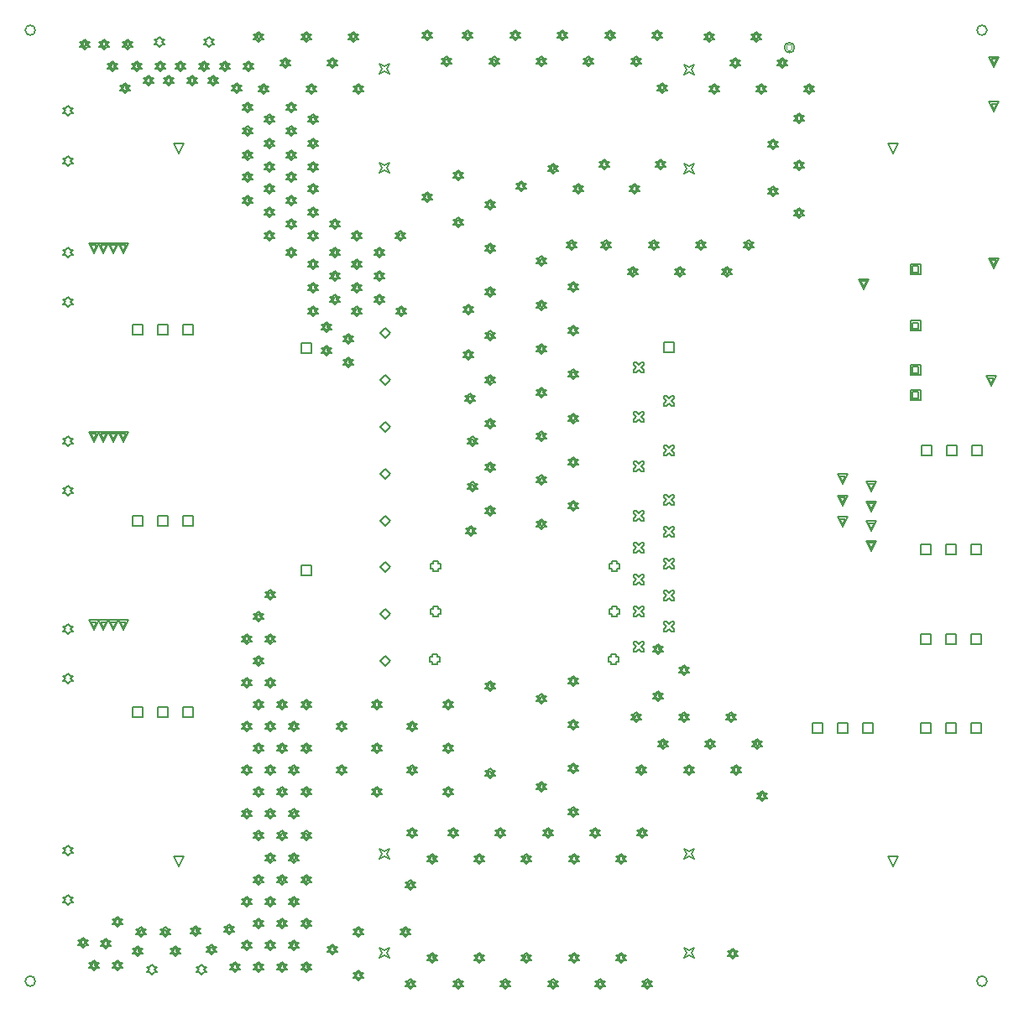
<source format=gbr>
G04 Layer_Color=2752767*
%FSLAX26Y26*%
%MOIN*%
%TF.FileFunction,Drawing*%
%TF.Part,Single*%
G01*
G75*
%TA.AperFunction,NonConductor*%
%ADD53C,0.005000*%
%ADD114C,0.006667*%
%ADD115C,0.004000*%
D53*
X3741000Y-1689527D02*
Y-1649527D01*
X3781000D01*
Y-1689527D01*
X3741000D01*
X3641000D02*
Y-1649527D01*
X3681000D01*
Y-1689527D01*
X3641000D01*
X3541000D02*
Y-1649527D01*
X3581000D01*
Y-1689527D01*
X3541000D01*
X590354Y-3324528D02*
X570354Y-3284528D01*
X610354D01*
X590354Y-3324528D01*
X3425000D02*
X3405000Y-3284528D01*
X3445000D01*
X3425000Y-3324528D01*
Y-489882D02*
X3405000Y-449882D01*
X3445000D01*
X3425000Y-489882D01*
X590354D02*
X570354Y-449882D01*
X610354D01*
X590354Y-489882D01*
X711425Y-67528D02*
X721425Y-57528D01*
X731425D01*
X721425Y-47528D01*
X731425Y-37528D01*
X721425D01*
X711425Y-27527D01*
X701425Y-37528D01*
X691425D01*
X701425Y-47528D01*
X691425Y-57528D01*
X701425D01*
X711425Y-67528D01*
X514575D02*
X524575Y-57528D01*
X534575D01*
X524575Y-47528D01*
X534575Y-37528D01*
X524575D01*
X514575Y-27527D01*
X504575Y-37528D01*
X494575D01*
X504575Y-47528D01*
X494575Y-57528D01*
X504575D01*
X514575Y-67528D01*
X1386000Y-173827D02*
X1396000Y-153827D01*
X1386000Y-133827D01*
X1406000Y-143827D01*
X1426000Y-133827D01*
X1416000Y-153827D01*
X1426000Y-173827D01*
X1406000Y-163827D01*
X1386000Y-173827D01*
Y-567528D02*
X1396000Y-547528D01*
X1386000Y-527528D01*
X1406000Y-537528D01*
X1426000Y-527528D01*
X1416000Y-547528D01*
X1426000Y-567528D01*
X1406000Y-557528D01*
X1386000Y-567528D01*
X2596000Y-175827D02*
X2606000Y-155827D01*
X2596000Y-135827D01*
X2616000Y-145827D01*
X2636000Y-135827D01*
X2626000Y-155827D01*
X2636000Y-175827D01*
X2616000Y-165827D01*
X2596000Y-175827D01*
Y-569528D02*
X2606000Y-549528D01*
X2596000Y-529528D01*
X2616000Y-539528D01*
X2636000Y-529528D01*
X2626000Y-549528D01*
X2636000Y-569528D01*
X2616000Y-559528D01*
X2596000Y-569528D01*
Y-3293827D02*
X2606000Y-3273827D01*
X2596000Y-3253827D01*
X2616000Y-3263827D01*
X2636000Y-3253827D01*
X2626000Y-3273827D01*
X2636000Y-3293827D01*
X2616000Y-3283827D01*
X2596000Y-3293827D01*
Y-3687528D02*
X2606000Y-3667528D01*
X2596000Y-3647528D01*
X2616000Y-3657528D01*
X2636000Y-3647528D01*
X2626000Y-3667528D01*
X2636000Y-3687528D01*
X2616000Y-3677528D01*
X2596000Y-3687528D01*
X1386000Y-3293827D02*
X1396000Y-3273827D01*
X1386000Y-3253827D01*
X1406000Y-3263827D01*
X1426000Y-3253827D01*
X1416000Y-3273827D01*
X1426000Y-3293827D01*
X1406000Y-3283827D01*
X1386000Y-3293827D01*
Y-3687528D02*
X1396000Y-3667528D01*
X1386000Y-3647528D01*
X1406000Y-3657528D01*
X1426000Y-3647528D01*
X1416000Y-3667528D01*
X1426000Y-3687528D01*
X1406000Y-3677528D01*
X1386000Y-3687528D01*
X1601339Y-2139528D02*
Y-2149528D01*
X1621339D01*
Y-2139528D01*
X1631339D01*
Y-2119528D01*
X1621339D01*
Y-2109528D01*
X1601339D01*
Y-2119528D01*
X1591339D01*
Y-2139528D01*
X1601339D01*
X2310000D02*
Y-2149528D01*
X2330000D01*
Y-2139528D01*
X2340000D01*
Y-2119528D01*
X2330000D01*
Y-2109528D01*
X2310000D01*
Y-2119528D01*
X2300000D01*
Y-2139528D01*
X2310000D01*
X1600000Y-2319528D02*
Y-2329528D01*
X1620000D01*
Y-2319528D01*
X1630000D01*
Y-2299528D01*
X1620000D01*
Y-2289528D01*
X1600000D01*
Y-2299528D01*
X1590000D01*
Y-2319528D01*
X1600000D01*
X2308661D02*
Y-2329528D01*
X2328661D01*
Y-2319528D01*
X2338661D01*
Y-2299528D01*
X2328661D01*
Y-2289528D01*
X2308661D01*
Y-2299528D01*
X2298661D01*
Y-2319528D01*
X2308661D01*
X1597874Y-2509747D02*
Y-2519747D01*
X1617874D01*
Y-2509747D01*
X1627874D01*
Y-2489747D01*
X1617874D01*
Y-2479747D01*
X1597874D01*
Y-2489747D01*
X1587874D01*
Y-2509747D01*
X1597874D01*
X2306535D02*
Y-2519747D01*
X2326535D01*
Y-2509747D01*
X2336535D01*
Y-2489747D01*
X2326535D01*
Y-2479747D01*
X2306535D01*
Y-2489747D01*
X2296535D01*
Y-2509747D01*
X2306535D01*
X150000Y-902677D02*
X160000Y-892677D01*
X170000D01*
X160000Y-882677D01*
X170000Y-872677D01*
X160000D01*
X150000Y-862677D01*
X140000Y-872677D01*
X130000D01*
X140000Y-882677D01*
X130000Y-892677D01*
X140000D01*
X150000Y-902677D01*
Y-1099527D02*
X160000Y-1089527D01*
X170000D01*
X160000Y-1079527D01*
X170000Y-1069527D01*
X160000D01*
X150000Y-1059527D01*
X140000Y-1069527D01*
X130000D01*
X140000Y-1079527D01*
X130000Y-1089527D01*
X140000D01*
X150000Y-1099527D01*
X2515992Y-1281086D02*
Y-1241086D01*
X2555992D01*
Y-1281086D01*
X2515992D01*
Y-2265338D02*
X2525992D01*
X2535992Y-2255338D01*
X2545992Y-2265338D01*
X2555992D01*
Y-2255338D01*
X2545992Y-2245338D01*
X2555992Y-2235338D01*
Y-2225338D01*
X2545992D01*
X2535992Y-2235338D01*
X2525992Y-2225338D01*
X2515992D01*
Y-2235338D01*
X2525992Y-2245338D01*
X2515992Y-2255338D01*
Y-2265338D01*
X2398000Y-1359827D02*
X2408000D01*
X2418000Y-1349827D01*
X2428000Y-1359827D01*
X2438000D01*
Y-1349827D01*
X2428000Y-1339827D01*
X2438000Y-1329827D01*
Y-1319827D01*
X2428000D01*
X2418000Y-1329827D01*
X2408000Y-1319827D01*
X2398000D01*
Y-1329827D01*
X2408000Y-1339827D01*
X2398000Y-1349827D01*
Y-1359827D01*
X2515992Y-1493685D02*
X2525992D01*
X2535992Y-1483685D01*
X2545992Y-1493685D01*
X2555992D01*
Y-1483685D01*
X2545992Y-1473685D01*
X2555992Y-1463685D01*
Y-1453685D01*
X2545992D01*
X2535992Y-1463685D01*
X2525992Y-1453685D01*
X2515992D01*
Y-1463685D01*
X2525992Y-1473685D01*
X2515992Y-1483685D01*
Y-1493685D01*
X2398000Y-1556677D02*
X2408000D01*
X2418000Y-1546677D01*
X2428000Y-1556677D01*
X2438000D01*
Y-1546677D01*
X2428000Y-1536677D01*
X2438000Y-1526677D01*
Y-1516677D01*
X2428000D01*
X2418000Y-1526677D01*
X2408000Y-1516677D01*
X2398000D01*
Y-1526677D01*
X2408000Y-1536677D01*
X2398000Y-1546677D01*
Y-1556677D01*
X2515992Y-1690535D02*
X2525992D01*
X2535992Y-1680535D01*
X2545992Y-1690535D01*
X2555992D01*
Y-1680535D01*
X2545992Y-1670535D01*
X2555992Y-1660535D01*
Y-1650535D01*
X2545992D01*
X2535992Y-1660535D01*
X2525992Y-1650535D01*
X2515992D01*
Y-1660535D01*
X2525992Y-1670535D01*
X2515992Y-1680535D01*
Y-1690535D01*
X2398000Y-1753527D02*
X2408000D01*
X2418000Y-1743527D01*
X2428000Y-1753527D01*
X2438000D01*
Y-1743527D01*
X2428000Y-1733527D01*
X2438000Y-1723527D01*
Y-1713527D01*
X2428000D01*
X2418000Y-1723527D01*
X2408000Y-1713527D01*
X2398000D01*
Y-1723527D01*
X2408000Y-1733527D01*
X2398000Y-1743527D01*
Y-1753527D01*
X2515992Y-1887386D02*
X2525992D01*
X2535992Y-1877386D01*
X2545992Y-1887386D01*
X2555992D01*
Y-1877386D01*
X2545992Y-1867386D01*
X2555992Y-1857386D01*
Y-1847386D01*
X2545992D01*
X2535992Y-1857386D01*
X2525992Y-1847386D01*
X2515992D01*
Y-1857386D01*
X2525992Y-1867386D01*
X2515992Y-1877386D01*
Y-1887386D01*
X2398000Y-1950378D02*
X2408000D01*
X2418000Y-1940378D01*
X2428000Y-1950378D01*
X2438000D01*
Y-1940378D01*
X2428000Y-1930378D01*
X2438000Y-1920378D01*
Y-1910378D01*
X2428000D01*
X2418000Y-1920378D01*
X2408000Y-1910378D01*
X2398000D01*
Y-1920378D01*
X2408000Y-1930378D01*
X2398000Y-1940378D01*
Y-1950378D01*
X2515992Y-2013370D02*
X2525992D01*
X2535992Y-2003370D01*
X2545992Y-2013370D01*
X2555992D01*
Y-2003370D01*
X2545992Y-1993370D01*
X2555992Y-1983370D01*
Y-1973370D01*
X2545992D01*
X2535992Y-1983370D01*
X2525992Y-1973370D01*
X2515992D01*
Y-1983370D01*
X2525992Y-1993370D01*
X2515992Y-2003370D01*
Y-2013370D01*
X2398000Y-2076362D02*
X2408000D01*
X2418000Y-2066362D01*
X2428000Y-2076362D01*
X2438000D01*
Y-2066362D01*
X2428000Y-2056362D01*
X2438000Y-2046362D01*
Y-2036362D01*
X2428000D01*
X2418000Y-2046362D01*
X2408000Y-2036362D01*
X2398000D01*
Y-2046362D01*
X2408000Y-2056362D01*
X2398000Y-2066362D01*
Y-2076362D01*
X2515992Y-2139354D02*
X2525992D01*
X2535992Y-2129354D01*
X2545992Y-2139354D01*
X2555992D01*
Y-2129354D01*
X2545992Y-2119354D01*
X2555992Y-2109354D01*
Y-2099354D01*
X2545992D01*
X2535992Y-2109354D01*
X2525992Y-2099354D01*
X2515992D01*
Y-2109354D01*
X2525992Y-2119354D01*
X2515992Y-2129354D01*
Y-2139354D01*
X2398000Y-2202347D02*
X2408000D01*
X2418000Y-2192347D01*
X2428000Y-2202347D01*
X2438000D01*
Y-2192347D01*
X2428000Y-2182347D01*
X2438000Y-2172347D01*
Y-2162347D01*
X2428000D01*
X2418000Y-2172347D01*
X2408000Y-2162347D01*
X2398000D01*
Y-2172347D01*
X2408000Y-2182347D01*
X2398000Y-2192347D01*
Y-2202347D01*
Y-2328331D02*
X2408000D01*
X2418000Y-2318331D01*
X2428000Y-2328331D01*
X2438000D01*
Y-2318331D01*
X2428000Y-2308331D01*
X2438000Y-2298331D01*
Y-2288331D01*
X2428000D01*
X2418000Y-2298331D01*
X2408000Y-2288331D01*
X2398000D01*
Y-2298331D01*
X2408000Y-2308331D01*
X2398000Y-2318331D01*
Y-2328331D01*
Y-2470063D02*
X2408000D01*
X2418000Y-2460063D01*
X2428000Y-2470063D01*
X2438000D01*
Y-2460063D01*
X2428000Y-2450063D01*
X2438000Y-2440063D01*
Y-2430063D01*
X2428000D01*
X2418000Y-2440063D01*
X2408000Y-2430063D01*
X2398000D01*
Y-2440063D01*
X2408000Y-2450063D01*
X2398000Y-2460063D01*
Y-2470063D01*
X2515992Y-2391323D02*
X2525992D01*
X2535992Y-2381323D01*
X2545992Y-2391323D01*
X2555992D01*
Y-2381323D01*
X2545992Y-2371323D01*
X2555992Y-2361323D01*
Y-2351323D01*
X2545992D01*
X2535992Y-2361323D01*
X2525992Y-2351323D01*
X2515992D01*
Y-2361323D01*
X2525992Y-2371323D01*
X2515992Y-2381323D01*
Y-2391323D01*
X1389575Y-1203803D02*
X1409575Y-1183803D01*
X1429575Y-1203803D01*
X1409575Y-1223803D01*
X1389575Y-1203803D01*
Y-1390024D02*
X1409575Y-1370024D01*
X1429575Y-1390024D01*
X1409575Y-1410024D01*
X1389575Y-1390024D01*
Y-1576244D02*
X1409575Y-1556244D01*
X1429575Y-1576244D01*
X1409575Y-1596244D01*
X1389575Y-1576244D01*
Y-1762465D02*
X1409575Y-1742465D01*
X1429575Y-1762465D01*
X1409575Y-1782465D01*
X1389575Y-1762465D01*
Y-1948685D02*
X1409575Y-1928685D01*
X1429575Y-1948685D01*
X1409575Y-1968685D01*
X1389575Y-1948685D01*
Y-2134905D02*
X1409575Y-2114905D01*
X1429575Y-2134905D01*
X1409575Y-2154905D01*
X1389575Y-2134905D01*
Y-2321126D02*
X1409575Y-2301126D01*
X1429575Y-2321126D01*
X1409575Y-2341126D01*
X1389575Y-2321126D01*
Y-2507347D02*
X1409575Y-2487347D01*
X1429575Y-2507347D01*
X1409575Y-2527347D01*
X1389575Y-2507347D01*
X3496000Y-970118D02*
Y-930118D01*
X3536000D01*
Y-970118D01*
X3496000D01*
X3504000Y-962118D02*
Y-938118D01*
X3528000D01*
Y-962118D01*
X3504000D01*
X3496000Y-1194527D02*
Y-1154527D01*
X3536000D01*
Y-1194527D01*
X3496000D01*
X3504000Y-1186527D02*
Y-1162527D01*
X3528000D01*
Y-1186527D01*
X3504000D01*
X3496000Y-1370118D02*
Y-1330118D01*
X3536000D01*
Y-1370118D01*
X3496000D01*
X3504000Y-1362118D02*
Y-1338118D01*
X3528000D01*
Y-1362118D01*
X3504000D01*
X3496000Y-1470118D02*
Y-1430118D01*
X3536000D01*
Y-1470118D01*
X3496000D01*
X3504000Y-1462118D02*
Y-1438118D01*
X3528000D01*
Y-1462118D01*
X3504000D01*
X150000Y-1651890D02*
X160000Y-1641890D01*
X170000D01*
X160000Y-1631890D01*
X170000Y-1621890D01*
X160000D01*
X150000Y-1611890D01*
X140000Y-1621890D01*
X130000D01*
X140000Y-1631890D01*
X130000Y-1641890D01*
X140000D01*
X150000Y-1651890D01*
Y-1848740D02*
X160000Y-1838740D01*
X170000D01*
X160000Y-1828740D01*
X170000Y-1818740D01*
X160000D01*
X150000Y-1808740D01*
X140000Y-1818740D01*
X130000D01*
X140000Y-1828740D01*
X130000Y-1838740D01*
X140000D01*
X150000Y-1848740D01*
Y-2401102D02*
X160000Y-2391102D01*
X170000D01*
X160000Y-2381102D01*
X170000Y-2371102D01*
X160000D01*
X150000Y-2361102D01*
X140000Y-2371102D01*
X130000D01*
X140000Y-2381102D01*
X130000Y-2391102D01*
X140000D01*
X150000Y-2401102D01*
Y-2597953D02*
X160000Y-2587953D01*
X170000D01*
X160000Y-2577953D01*
X170000Y-2567953D01*
X160000D01*
X150000Y-2557953D01*
X140000Y-2567953D01*
X130000D01*
X140000Y-2577953D01*
X130000Y-2587953D01*
X140000D01*
X150000Y-2597953D01*
X483575Y-3754528D02*
X493575Y-3744528D01*
X503575D01*
X493575Y-3734528D01*
X503575Y-3724528D01*
X493575D01*
X483575Y-3714528D01*
X473575Y-3724528D01*
X463575D01*
X473575Y-3734528D01*
X463575Y-3744528D01*
X473575D01*
X483575Y-3754528D01*
X680425D02*
X690425Y-3744528D01*
X700425D01*
X690425Y-3734528D01*
X700425Y-3724528D01*
X690425D01*
X680425Y-3714528D01*
X670425Y-3724528D01*
X660425D01*
X670425Y-3734528D01*
X660425Y-3744528D01*
X670425D01*
X680425Y-3754528D01*
X1075000Y-1281701D02*
Y-1241701D01*
X1115000D01*
Y-1281701D01*
X1075000D01*
Y-2167528D02*
Y-2127528D01*
X1115000D01*
Y-2167528D01*
X1075000D01*
X3535000Y-2084528D02*
Y-2044527D01*
X3575000D01*
Y-2084528D01*
X3535000D01*
X3635000D02*
Y-2044527D01*
X3675000D01*
Y-2084528D01*
X3635000D01*
X3735000D02*
Y-2044527D01*
X3775000D01*
Y-2084528D01*
X3735000D01*
X3734998Y-2439115D02*
Y-2399115D01*
X3774998D01*
Y-2439115D01*
X3734998D01*
X3634998D02*
Y-2399115D01*
X3674998D01*
Y-2439115D01*
X3634998D01*
X3534998D02*
Y-2399115D01*
X3574998D01*
Y-2439115D01*
X3534998D01*
X3734998Y-2794528D02*
Y-2754528D01*
X3774998D01*
Y-2794528D01*
X3734998D01*
X3634998D02*
Y-2754528D01*
X3674998D01*
Y-2794528D01*
X3634998D01*
X3534998D02*
Y-2754528D01*
X3574998D01*
Y-2794528D01*
X3534998D01*
X3305000Y-2794528D02*
Y-2754528D01*
X3345000D01*
Y-2794528D01*
X3305000D01*
X3205000D02*
Y-2754528D01*
X3245000D01*
Y-2794528D01*
X3205000D01*
X3105000D02*
Y-2754528D01*
X3145000D01*
Y-2794528D01*
X3105000D01*
X405000Y-2728528D02*
Y-2688528D01*
X445000D01*
Y-2728528D01*
X405000D01*
X505000D02*
Y-2688528D01*
X545000D01*
Y-2728528D01*
X505000D01*
X605000D02*
Y-2688528D01*
X645000D01*
Y-2728528D01*
X605000D01*
X405000Y-1969027D02*
Y-1929027D01*
X445000D01*
Y-1969027D01*
X405000D01*
X505000D02*
Y-1929027D01*
X545000D01*
Y-1969027D01*
X505000D01*
X605000D02*
Y-1929027D01*
X645000D01*
Y-1969027D01*
X605000D01*
X405000Y-1209527D02*
Y-1169527D01*
X445000D01*
Y-1209527D01*
X405000D01*
X505000D02*
Y-1169527D01*
X545000D01*
Y-1209527D01*
X505000D01*
X605000D02*
Y-1169527D01*
X645000D01*
Y-1209527D01*
X605000D01*
X150000Y-3281102D02*
X160000Y-3271102D01*
X170000D01*
X160000Y-3261102D01*
X170000Y-3251102D01*
X160000D01*
X150000Y-3241102D01*
X140000Y-3251102D01*
X130000D01*
X140000Y-3261102D01*
X130000Y-3271102D01*
X140000D01*
X150000Y-3281102D01*
Y-3477953D02*
X160000Y-3467953D01*
X170000D01*
X160000Y-3457953D01*
X170000Y-3447953D01*
X160000D01*
X150000Y-3437953D01*
X140000Y-3447953D01*
X130000D01*
X140000Y-3457953D01*
X130000Y-3467953D01*
X140000D01*
X150000Y-3477953D01*
Y-341575D02*
X160000Y-331575D01*
X170000D01*
X160000Y-321575D01*
X170000Y-311575D01*
X160000D01*
X150000Y-301575D01*
X140000Y-311575D01*
X130000D01*
X140000Y-321575D01*
X130000Y-331575D01*
X140000D01*
X150000Y-341575D01*
Y-538425D02*
X160000Y-528425D01*
X170000D01*
X160000Y-518425D01*
X170000Y-508425D01*
X160000D01*
X150000Y-498425D01*
X140000Y-508425D01*
X130000D01*
X140000Y-518425D01*
X130000Y-528425D01*
X140000D01*
X150000Y-538425D01*
X3310000Y-1029527D02*
X3290000Y-989528D01*
X3330000D01*
X3310000Y-1029527D01*
Y-1021528D02*
X3298000Y-997528D01*
X3322000D01*
X3310000Y-1021528D01*
X3816000Y-1414527D02*
X3796000Y-1374527D01*
X3836000D01*
X3816000Y-1414527D01*
Y-1406527D02*
X3804000Y-1382527D01*
X3828000D01*
X3816000Y-1406527D01*
X3825000Y-945528D02*
X3805000Y-905528D01*
X3845000D01*
X3825000Y-945528D01*
Y-937528D02*
X3813000Y-913528D01*
X3837000D01*
X3825000Y-937528D01*
X3827000Y-324527D02*
X3807000Y-284527D01*
X3847000D01*
X3827000Y-324527D01*
Y-316527D02*
X3815000Y-292527D01*
X3839000D01*
X3827000Y-316527D01*
X3828063Y-145528D02*
X3808063Y-105528D01*
X3848063D01*
X3828063Y-145528D01*
Y-137528D02*
X3816063Y-113528D01*
X3840063D01*
X3828063Y-137528D01*
X860000Y-2960528D02*
X870000Y-2950528D01*
X880000D01*
X870000Y-2940528D01*
X880000Y-2930528D01*
X870000D01*
X860000Y-2920528D01*
X850000Y-2930528D01*
X840000D01*
X850000Y-2940528D01*
X840000Y-2950528D01*
X850000D01*
X860000Y-2960528D01*
Y-2952528D02*
X866000Y-2946528D01*
X872000D01*
X866000Y-2940528D01*
X872000Y-2934528D01*
X866000D01*
X860000Y-2928528D01*
X854000Y-2934528D01*
X848000D01*
X854000Y-2940528D01*
X848000Y-2946528D01*
X854000D01*
X860000Y-2952528D01*
Y-2786528D02*
X870000Y-2776528D01*
X880000D01*
X870000Y-2766528D01*
X880000Y-2756528D01*
X870000D01*
X860000Y-2746528D01*
X850000Y-2756528D01*
X840000D01*
X850000Y-2766528D01*
X840000Y-2776528D01*
X850000D01*
X860000Y-2786528D01*
Y-2778528D02*
X866000Y-2772528D01*
X872000D01*
X866000Y-2766528D01*
X872000Y-2760528D01*
X866000D01*
X860000Y-2754528D01*
X854000Y-2760528D01*
X848000D01*
X854000Y-2766528D01*
X848000Y-2772528D01*
X854000D01*
X860000Y-2778528D01*
X907000Y-2873528D02*
X917000Y-2863528D01*
X927000D01*
X917000Y-2853528D01*
X927000Y-2843528D01*
X917000D01*
X907000Y-2833528D01*
X897000Y-2843528D01*
X887000D01*
X897000Y-2853528D01*
X887000Y-2863528D01*
X897000D01*
X907000Y-2873528D01*
Y-2865528D02*
X913000Y-2859528D01*
X919000D01*
X913000Y-2853528D01*
X919000Y-2847528D01*
X913000D01*
X907000Y-2841528D01*
X901000Y-2847528D01*
X895000D01*
X901000Y-2853528D01*
X895000Y-2859528D01*
X901000D01*
X907000Y-2865528D01*
X860000Y-2612528D02*
X870000Y-2602528D01*
X880000D01*
X870000Y-2592528D01*
X880000Y-2582528D01*
X870000D01*
X860000Y-2572528D01*
X850000Y-2582528D01*
X840000D01*
X850000Y-2592528D01*
X840000Y-2602528D01*
X850000D01*
X860000Y-2612528D01*
Y-2604528D02*
X866000Y-2598528D01*
X872000D01*
X866000Y-2592528D01*
X872000Y-2586528D01*
X866000D01*
X860000Y-2580528D01*
X854000Y-2586528D01*
X848000D01*
X854000Y-2592528D01*
X848000Y-2598528D01*
X854000D01*
X860000Y-2604528D01*
X907000Y-2699528D02*
X917000Y-2689528D01*
X927000D01*
X917000Y-2679528D01*
X927000Y-2669528D01*
X917000D01*
X907000Y-2659528D01*
X897000Y-2669528D01*
X887000D01*
X897000Y-2679528D01*
X887000Y-2689528D01*
X897000D01*
X907000Y-2699528D01*
Y-2691528D02*
X913000Y-2685528D01*
X919000D01*
X913000Y-2679528D01*
X919000Y-2673528D01*
X913000D01*
X907000Y-2667528D01*
X901000Y-2673528D01*
X895000D01*
X901000Y-2679528D01*
X895000Y-2685528D01*
X901000D01*
X907000Y-2691528D01*
X954000Y-2786528D02*
X964000Y-2776528D01*
X974000D01*
X964000Y-2766528D01*
X974000Y-2756528D01*
X964000D01*
X954000Y-2746528D01*
X944000Y-2756528D01*
X934000D01*
X944000Y-2766528D01*
X934000Y-2776528D01*
X944000D01*
X954000Y-2786528D01*
Y-2778528D02*
X960000Y-2772528D01*
X966000D01*
X960000Y-2766528D01*
X966000Y-2760528D01*
X960000D01*
X954000Y-2754528D01*
X948000Y-2760528D01*
X942000D01*
X948000Y-2766528D01*
X942000Y-2772528D01*
X948000D01*
X954000Y-2778528D01*
X1001000Y-2699528D02*
X1011000Y-2689528D01*
X1021000D01*
X1011000Y-2679528D01*
X1021000Y-2669528D01*
X1011000D01*
X1001000Y-2659528D01*
X991000Y-2669528D01*
X981000D01*
X991000Y-2679528D01*
X981000Y-2689528D01*
X991000D01*
X1001000Y-2699528D01*
Y-2691528D02*
X1007000Y-2685528D01*
X1013000D01*
X1007000Y-2679528D01*
X1013000Y-2673528D01*
X1007000D01*
X1001000Y-2667528D01*
X995000Y-2673528D01*
X989000D01*
X995000Y-2679528D01*
X989000Y-2685528D01*
X995000D01*
X1001000Y-2691528D01*
X954000Y-2612528D02*
X964000Y-2602528D01*
X974000D01*
X964000Y-2592528D01*
X974000Y-2582528D01*
X964000D01*
X954000Y-2572528D01*
X944000Y-2582528D01*
X934000D01*
X944000Y-2592528D01*
X934000Y-2602528D01*
X944000D01*
X954000Y-2612528D01*
Y-2604528D02*
X960000Y-2598528D01*
X966000D01*
X960000Y-2592528D01*
X966000Y-2586528D01*
X960000D01*
X954000Y-2580528D01*
X948000Y-2586528D01*
X942000D01*
X948000Y-2592528D01*
X942000Y-2598528D01*
X948000D01*
X954000Y-2604528D01*
X907000Y-2525528D02*
X917000Y-2515528D01*
X927000D01*
X917000Y-2505528D01*
X927000Y-2495528D01*
X917000D01*
X907000Y-2485528D01*
X897000Y-2495528D01*
X887000D01*
X897000Y-2505528D01*
X887000Y-2515528D01*
X897000D01*
X907000Y-2525528D01*
Y-2517528D02*
X913000Y-2511528D01*
X919000D01*
X913000Y-2505528D01*
X919000Y-2499528D01*
X913000D01*
X907000Y-2493528D01*
X901000Y-2499528D01*
X895000D01*
X901000Y-2505528D01*
X895000Y-2511528D01*
X901000D01*
X907000Y-2517528D01*
X954000Y-2438528D02*
X964000Y-2428528D01*
X974000D01*
X964000Y-2418528D01*
X974000Y-2408528D01*
X964000D01*
X954000Y-2398528D01*
X944000Y-2408528D01*
X934000D01*
X944000Y-2418528D01*
X934000Y-2428528D01*
X944000D01*
X954000Y-2438528D01*
Y-2430528D02*
X960000Y-2424528D01*
X966000D01*
X960000Y-2418528D01*
X966000Y-2412528D01*
X960000D01*
X954000Y-2406528D01*
X948000Y-2412528D01*
X942000D01*
X948000Y-2418528D01*
X942000Y-2424528D01*
X948000D01*
X954000Y-2430528D01*
X860000Y-2438528D02*
X870000Y-2428528D01*
X880000D01*
X870000Y-2418528D01*
X880000Y-2408528D01*
X870000D01*
X860000Y-2398528D01*
X850000Y-2408528D01*
X840000D01*
X850000Y-2418528D01*
X840000Y-2428528D01*
X850000D01*
X860000Y-2438528D01*
Y-2430528D02*
X866000Y-2424528D01*
X872000D01*
X866000Y-2418528D01*
X872000Y-2412528D01*
X866000D01*
X860000Y-2406528D01*
X854000Y-2412528D01*
X848000D01*
X854000Y-2418528D01*
X848000Y-2424528D01*
X854000D01*
X860000Y-2430528D01*
X907000Y-2351528D02*
X917000Y-2341528D01*
X927000D01*
X917000Y-2331528D01*
X927000Y-2321528D01*
X917000D01*
X907000Y-2311528D01*
X897000Y-2321528D01*
X887000D01*
X897000Y-2331528D01*
X887000Y-2341528D01*
X897000D01*
X907000Y-2351528D01*
Y-2343528D02*
X913000Y-2337528D01*
X919000D01*
X913000Y-2331528D01*
X919000Y-2325528D01*
X913000D01*
X907000Y-2319528D01*
X901000Y-2325528D01*
X895000D01*
X901000Y-2331528D01*
X895000Y-2337528D01*
X901000D01*
X907000Y-2343528D01*
X954000Y-2264528D02*
X964000Y-2254528D01*
X974000D01*
X964000Y-2244528D01*
X974000Y-2234528D01*
X964000D01*
X954000Y-2224528D01*
X944000Y-2234528D01*
X934000D01*
X944000Y-2244528D01*
X934000Y-2254528D01*
X944000D01*
X954000Y-2264528D01*
Y-2256528D02*
X960000Y-2250528D01*
X966000D01*
X960000Y-2244528D01*
X966000Y-2238528D01*
X960000D01*
X954000Y-2232528D01*
X948000Y-2238528D01*
X942000D01*
X948000Y-2244528D01*
X942000Y-2250528D01*
X948000D01*
X954000Y-2256528D01*
X291000Y-886378D02*
X271000Y-846378D01*
X311000D01*
X291000Y-886378D01*
Y-878378D02*
X279000Y-854378D01*
X303000D01*
X291000Y-878378D01*
X252000Y-886378D02*
X232000Y-846378D01*
X272000D01*
X252000Y-886378D01*
Y-878378D02*
X240000Y-854378D01*
X264000D01*
X252000Y-878378D01*
X330000Y-886378D02*
X310000Y-846378D01*
X350000D01*
X330000Y-886378D01*
Y-878378D02*
X318000Y-854378D01*
X342000D01*
X330000Y-878378D01*
X369000Y-886378D02*
X349000Y-846378D01*
X389000D01*
X369000Y-886378D01*
Y-878378D02*
X357000Y-854378D01*
X381000D01*
X369000Y-878378D01*
X1095000Y-2699528D02*
X1105000Y-2689528D01*
X1115000D01*
X1105000Y-2679528D01*
X1115000Y-2669528D01*
X1105000D01*
X1095000Y-2659528D01*
X1085000Y-2669528D01*
X1075000D01*
X1085000Y-2679528D01*
X1075000Y-2689528D01*
X1085000D01*
X1095000Y-2699528D01*
Y-2691528D02*
X1101000Y-2685528D01*
X1107000D01*
X1101000Y-2679528D01*
X1107000Y-2673528D01*
X1101000D01*
X1095000Y-2667528D01*
X1089000Y-2673528D01*
X1083000D01*
X1089000Y-2679528D01*
X1083000Y-2685528D01*
X1089000D01*
X1095000Y-2691528D01*
X1048000Y-2786528D02*
X1058000Y-2776528D01*
X1068000D01*
X1058000Y-2766528D01*
X1068000Y-2756528D01*
X1058000D01*
X1048000Y-2746528D01*
X1038000Y-2756528D01*
X1028000D01*
X1038000Y-2766528D01*
X1028000Y-2776528D01*
X1038000D01*
X1048000Y-2786528D01*
Y-2778528D02*
X1054000Y-2772528D01*
X1060000D01*
X1054000Y-2766528D01*
X1060000Y-2760528D01*
X1054000D01*
X1048000Y-2754528D01*
X1042000Y-2760528D01*
X1036000D01*
X1042000Y-2766528D01*
X1036000Y-2772528D01*
X1042000D01*
X1048000Y-2778528D01*
X1001000Y-2873528D02*
X1011000Y-2863528D01*
X1021000D01*
X1011000Y-2853528D01*
X1021000Y-2843528D01*
X1011000D01*
X1001000Y-2833528D01*
X991000Y-2843528D01*
X981000D01*
X991000Y-2853528D01*
X981000Y-2863528D01*
X991000D01*
X1001000Y-2873528D01*
Y-2865528D02*
X1007000Y-2859528D01*
X1013000D01*
X1007000Y-2853528D01*
X1013000Y-2847528D01*
X1007000D01*
X1001000Y-2841528D01*
X995000Y-2847528D01*
X989000D01*
X995000Y-2853528D01*
X989000Y-2859528D01*
X995000D01*
X1001000Y-2865528D01*
X954000Y-2960528D02*
X964000Y-2950528D01*
X974000D01*
X964000Y-2940528D01*
X974000Y-2930528D01*
X964000D01*
X954000Y-2920528D01*
X944000Y-2930528D01*
X934000D01*
X944000Y-2940528D01*
X934000Y-2950528D01*
X944000D01*
X954000Y-2960528D01*
Y-2952528D02*
X960000Y-2946528D01*
X966000D01*
X960000Y-2940528D01*
X966000Y-2934528D01*
X960000D01*
X954000Y-2928528D01*
X948000Y-2934528D01*
X942000D01*
X948000Y-2940528D01*
X942000Y-2946528D01*
X948000D01*
X954000Y-2952528D01*
X1095000Y-2873528D02*
X1105000Y-2863528D01*
X1115000D01*
X1105000Y-2853528D01*
X1115000Y-2843528D01*
X1105000D01*
X1095000Y-2833528D01*
X1085000Y-2843528D01*
X1075000D01*
X1085000Y-2853528D01*
X1075000Y-2863528D01*
X1085000D01*
X1095000Y-2873528D01*
Y-2865528D02*
X1101000Y-2859528D01*
X1107000D01*
X1101000Y-2853528D01*
X1107000Y-2847528D01*
X1101000D01*
X1095000Y-2841528D01*
X1089000Y-2847528D01*
X1083000D01*
X1089000Y-2853528D01*
X1083000Y-2859528D01*
X1089000D01*
X1095000Y-2865528D01*
X1048000Y-2960528D02*
X1058000Y-2950528D01*
X1068000D01*
X1058000Y-2940528D01*
X1068000Y-2930528D01*
X1058000D01*
X1048000Y-2920528D01*
X1038000Y-2930528D01*
X1028000D01*
X1038000Y-2940528D01*
X1028000Y-2950528D01*
X1038000D01*
X1048000Y-2960528D01*
Y-2952528D02*
X1054000Y-2946528D01*
X1060000D01*
X1054000Y-2940528D01*
X1060000Y-2934528D01*
X1054000D01*
X1048000Y-2928528D01*
X1042000Y-2934528D01*
X1036000D01*
X1042000Y-2940528D01*
X1036000Y-2946528D01*
X1042000D01*
X1048000Y-2952528D01*
Y-3308528D02*
X1058000Y-3298528D01*
X1068000D01*
X1058000Y-3288528D01*
X1068000Y-3278528D01*
X1058000D01*
X1048000Y-3268528D01*
X1038000Y-3278528D01*
X1028000D01*
X1038000Y-3288528D01*
X1028000Y-3298528D01*
X1038000D01*
X1048000Y-3308528D01*
Y-3300528D02*
X1054000Y-3294528D01*
X1060000D01*
X1054000Y-3288528D01*
X1060000Y-3282528D01*
X1054000D01*
X1048000Y-3276528D01*
X1042000Y-3282528D01*
X1036000D01*
X1042000Y-3288528D01*
X1036000Y-3294528D01*
X1042000D01*
X1048000Y-3300528D01*
X1095000Y-3221528D02*
X1105000Y-3211528D01*
X1115000D01*
X1105000Y-3201528D01*
X1115000Y-3191528D01*
X1105000D01*
X1095000Y-3181528D01*
X1085000Y-3191528D01*
X1075000D01*
X1085000Y-3201528D01*
X1075000Y-3211528D01*
X1085000D01*
X1095000Y-3221528D01*
Y-3213528D02*
X1101000Y-3207528D01*
X1107000D01*
X1101000Y-3201528D01*
X1107000Y-3195528D01*
X1101000D01*
X1095000Y-3189528D01*
X1089000Y-3195528D01*
X1083000D01*
X1089000Y-3201528D01*
X1083000Y-3207528D01*
X1089000D01*
X1095000Y-3213528D01*
X954000Y-3308528D02*
X964000Y-3298528D01*
X974000D01*
X964000Y-3288528D01*
X974000Y-3278528D01*
X964000D01*
X954000Y-3268528D01*
X944000Y-3278528D01*
X934000D01*
X944000Y-3288528D01*
X934000Y-3298528D01*
X944000D01*
X954000Y-3308528D01*
Y-3300528D02*
X960000Y-3294528D01*
X966000D01*
X960000Y-3288528D01*
X966000Y-3282528D01*
X960000D01*
X954000Y-3276528D01*
X948000Y-3282528D01*
X942000D01*
X948000Y-3288528D01*
X942000Y-3294528D01*
X948000D01*
X954000Y-3300528D01*
X1001000Y-3221528D02*
X1011000Y-3211528D01*
X1021000D01*
X1011000Y-3201528D01*
X1021000Y-3191528D01*
X1011000D01*
X1001000Y-3181528D01*
X991000Y-3191528D01*
X981000D01*
X991000Y-3201528D01*
X981000Y-3211528D01*
X991000D01*
X1001000Y-3221528D01*
Y-3213528D02*
X1007000Y-3207528D01*
X1013000D01*
X1007000Y-3201528D01*
X1013000Y-3195528D01*
X1007000D01*
X1001000Y-3189528D01*
X995000Y-3195528D01*
X989000D01*
X995000Y-3201528D01*
X989000Y-3207528D01*
X995000D01*
X1001000Y-3213528D01*
X1048000Y-3134528D02*
X1058000Y-3124528D01*
X1068000D01*
X1058000Y-3114528D01*
X1068000Y-3104528D01*
X1058000D01*
X1048000Y-3094528D01*
X1038000Y-3104528D01*
X1028000D01*
X1038000Y-3114528D01*
X1028000Y-3124528D01*
X1038000D01*
X1048000Y-3134528D01*
Y-3126528D02*
X1054000Y-3120528D01*
X1060000D01*
X1054000Y-3114528D01*
X1060000Y-3108528D01*
X1054000D01*
X1048000Y-3102528D01*
X1042000Y-3108528D01*
X1036000D01*
X1042000Y-3114528D01*
X1036000Y-3120528D01*
X1042000D01*
X1048000Y-3126528D01*
X1095000Y-3047528D02*
X1105000Y-3037528D01*
X1115000D01*
X1105000Y-3027528D01*
X1115000Y-3017528D01*
X1105000D01*
X1095000Y-3007528D01*
X1085000Y-3017528D01*
X1075000D01*
X1085000Y-3027528D01*
X1075000Y-3037528D01*
X1085000D01*
X1095000Y-3047528D01*
Y-3039528D02*
X1101000Y-3033528D01*
X1107000D01*
X1101000Y-3027528D01*
X1107000Y-3021528D01*
X1101000D01*
X1095000Y-3015528D01*
X1089000Y-3021528D01*
X1083000D01*
X1089000Y-3027528D01*
X1083000Y-3033528D01*
X1089000D01*
X1095000Y-3039528D01*
X1001000Y-3047528D02*
X1011000Y-3037528D01*
X1021000D01*
X1011000Y-3027528D01*
X1021000Y-3017528D01*
X1011000D01*
X1001000Y-3007528D01*
X991000Y-3017528D01*
X981000D01*
X991000Y-3027528D01*
X981000Y-3037528D01*
X991000D01*
X1001000Y-3047528D01*
Y-3039528D02*
X1007000Y-3033528D01*
X1013000D01*
X1007000Y-3027528D01*
X1013000Y-3021528D01*
X1007000D01*
X1001000Y-3015528D01*
X995000Y-3021528D01*
X989000D01*
X995000Y-3027528D01*
X989000Y-3033528D01*
X995000D01*
X1001000Y-3039528D01*
X954000Y-3134528D02*
X964000Y-3124528D01*
X974000D01*
X964000Y-3114528D01*
X974000Y-3104528D01*
X964000D01*
X954000Y-3094528D01*
X944000Y-3104528D01*
X934000D01*
X944000Y-3114528D01*
X934000Y-3124528D01*
X944000D01*
X954000Y-3134528D01*
Y-3126528D02*
X960000Y-3120528D01*
X966000D01*
X960000Y-3114528D01*
X966000Y-3108528D01*
X960000D01*
X954000Y-3102528D01*
X948000Y-3108528D01*
X942000D01*
X948000Y-3114528D01*
X942000Y-3120528D01*
X948000D01*
X954000Y-3126528D01*
X907000Y-3047528D02*
X917000Y-3037528D01*
X927000D01*
X917000Y-3027528D01*
X927000Y-3017528D01*
X917000D01*
X907000Y-3007528D01*
X897000Y-3017528D01*
X887000D01*
X897000Y-3027528D01*
X887000Y-3037528D01*
X897000D01*
X907000Y-3047528D01*
Y-3039528D02*
X913000Y-3033528D01*
X919000D01*
X913000Y-3027528D01*
X919000Y-3021528D01*
X913000D01*
X907000Y-3015528D01*
X901000Y-3021528D01*
X895000D01*
X901000Y-3027528D01*
X895000Y-3033528D01*
X901000D01*
X907000Y-3039528D01*
Y-3221528D02*
X917000Y-3211528D01*
X927000D01*
X917000Y-3201528D01*
X927000Y-3191528D01*
X917000D01*
X907000Y-3181528D01*
X897000Y-3191528D01*
X887000D01*
X897000Y-3201528D01*
X887000Y-3211528D01*
X897000D01*
X907000Y-3221528D01*
Y-3213528D02*
X913000Y-3207528D01*
X919000D01*
X913000Y-3201528D01*
X919000Y-3195528D01*
X913000D01*
X907000Y-3189528D01*
X901000Y-3195528D01*
X895000D01*
X901000Y-3201528D01*
X895000Y-3207528D01*
X901000D01*
X907000Y-3213528D01*
X860000Y-3134528D02*
X870000Y-3124528D01*
X880000D01*
X870000Y-3114528D01*
X880000Y-3104528D01*
X870000D01*
X860000Y-3094528D01*
X850000Y-3104528D01*
X840000D01*
X850000Y-3114528D01*
X840000Y-3124528D01*
X850000D01*
X860000Y-3134528D01*
Y-3126528D02*
X866000Y-3120528D01*
X872000D01*
X866000Y-3114528D01*
X872000Y-3108528D01*
X866000D01*
X860000Y-3102528D01*
X854000Y-3108528D01*
X848000D01*
X854000Y-3114528D01*
X848000Y-3120528D01*
X854000D01*
X860000Y-3126528D01*
X1048000Y-3656528D02*
X1058000Y-3646528D01*
X1068000D01*
X1058000Y-3636528D01*
X1068000Y-3626528D01*
X1058000D01*
X1048000Y-3616528D01*
X1038000Y-3626528D01*
X1028000D01*
X1038000Y-3636528D01*
X1028000Y-3646528D01*
X1038000D01*
X1048000Y-3656528D01*
Y-3648528D02*
X1054000Y-3642528D01*
X1060000D01*
X1054000Y-3636528D01*
X1060000Y-3630528D01*
X1054000D01*
X1048000Y-3624528D01*
X1042000Y-3630528D01*
X1036000D01*
X1042000Y-3636528D01*
X1036000Y-3642528D01*
X1042000D01*
X1048000Y-3648528D01*
X1095000Y-3569528D02*
X1105000Y-3559528D01*
X1115000D01*
X1105000Y-3549528D01*
X1115000Y-3539528D01*
X1105000D01*
X1095000Y-3529528D01*
X1085000Y-3539528D01*
X1075000D01*
X1085000Y-3549528D01*
X1075000Y-3559528D01*
X1085000D01*
X1095000Y-3569528D01*
Y-3561528D02*
X1101000Y-3555528D01*
X1107000D01*
X1101000Y-3549528D01*
X1107000Y-3543528D01*
X1101000D01*
X1095000Y-3537528D01*
X1089000Y-3543528D01*
X1083000D01*
X1089000Y-3549528D01*
X1083000Y-3555528D01*
X1089000D01*
X1095000Y-3561528D01*
X954000Y-3656528D02*
X964000Y-3646528D01*
X974000D01*
X964000Y-3636528D01*
X974000Y-3626528D01*
X964000D01*
X954000Y-3616528D01*
X944000Y-3626528D01*
X934000D01*
X944000Y-3636528D01*
X934000Y-3646528D01*
X944000D01*
X954000Y-3656528D01*
Y-3648528D02*
X960000Y-3642528D01*
X966000D01*
X960000Y-3636528D01*
X966000Y-3630528D01*
X960000D01*
X954000Y-3624528D01*
X948000Y-3630528D01*
X942000D01*
X948000Y-3636528D01*
X942000Y-3642528D01*
X948000D01*
X954000Y-3648528D01*
X1001000Y-3569528D02*
X1011000Y-3559528D01*
X1021000D01*
X1011000Y-3549528D01*
X1021000Y-3539528D01*
X1011000D01*
X1001000Y-3529528D01*
X991000Y-3539528D01*
X981000D01*
X991000Y-3549528D01*
X981000Y-3559528D01*
X991000D01*
X1001000Y-3569528D01*
Y-3561528D02*
X1007000Y-3555528D01*
X1013000D01*
X1007000Y-3549528D01*
X1013000Y-3543528D01*
X1007000D01*
X1001000Y-3537528D01*
X995000Y-3543528D01*
X989000D01*
X995000Y-3549528D01*
X989000Y-3555528D01*
X995000D01*
X1001000Y-3561528D01*
X1048000Y-3482528D02*
X1058000Y-3472528D01*
X1068000D01*
X1058000Y-3462528D01*
X1068000Y-3452528D01*
X1058000D01*
X1048000Y-3442528D01*
X1038000Y-3452528D01*
X1028000D01*
X1038000Y-3462528D01*
X1028000Y-3472528D01*
X1038000D01*
X1048000Y-3482528D01*
Y-3474528D02*
X1054000Y-3468528D01*
X1060000D01*
X1054000Y-3462528D01*
X1060000Y-3456528D01*
X1054000D01*
X1048000Y-3450528D01*
X1042000Y-3456528D01*
X1036000D01*
X1042000Y-3462528D01*
X1036000Y-3468528D01*
X1042000D01*
X1048000Y-3474528D01*
X1095000Y-3395528D02*
X1105000Y-3385528D01*
X1115000D01*
X1105000Y-3375528D01*
X1115000Y-3365528D01*
X1105000D01*
X1095000Y-3355528D01*
X1085000Y-3365528D01*
X1075000D01*
X1085000Y-3375528D01*
X1075000Y-3385528D01*
X1085000D01*
X1095000Y-3395528D01*
Y-3387528D02*
X1101000Y-3381528D01*
X1107000D01*
X1101000Y-3375528D01*
X1107000Y-3369528D01*
X1101000D01*
X1095000Y-3363528D01*
X1089000Y-3369528D01*
X1083000D01*
X1089000Y-3375528D01*
X1083000Y-3381528D01*
X1089000D01*
X1095000Y-3387528D01*
X1001000Y-3395528D02*
X1011000Y-3385528D01*
X1021000D01*
X1011000Y-3375528D01*
X1021000Y-3365528D01*
X1011000D01*
X1001000Y-3355528D01*
X991000Y-3365528D01*
X981000D01*
X991000Y-3375528D01*
X981000Y-3385528D01*
X991000D01*
X1001000Y-3395528D01*
Y-3387528D02*
X1007000Y-3381528D01*
X1013000D01*
X1007000Y-3375528D01*
X1013000Y-3369528D01*
X1007000D01*
X1001000Y-3363528D01*
X995000Y-3369528D01*
X989000D01*
X995000Y-3375528D01*
X989000Y-3381528D01*
X995000D01*
X1001000Y-3387528D01*
X954000Y-3482528D02*
X964000Y-3472528D01*
X974000D01*
X964000Y-3462528D01*
X974000Y-3452528D01*
X964000D01*
X954000Y-3442528D01*
X944000Y-3452528D01*
X934000D01*
X944000Y-3462528D01*
X934000Y-3472528D01*
X944000D01*
X954000Y-3482528D01*
Y-3474528D02*
X960000Y-3468528D01*
X966000D01*
X960000Y-3462528D01*
X966000Y-3456528D01*
X960000D01*
X954000Y-3450528D01*
X948000Y-3456528D01*
X942000D01*
X948000Y-3462528D01*
X942000Y-3468528D01*
X948000D01*
X954000Y-3474528D01*
X907000Y-3395528D02*
X917000Y-3385528D01*
X927000D01*
X917000Y-3375528D01*
X927000Y-3365528D01*
X917000D01*
X907000Y-3355528D01*
X897000Y-3365528D01*
X887000D01*
X897000Y-3375528D01*
X887000Y-3385528D01*
X897000D01*
X907000Y-3395528D01*
Y-3387528D02*
X913000Y-3381528D01*
X919000D01*
X913000Y-3375528D01*
X919000Y-3369528D01*
X913000D01*
X907000Y-3363528D01*
X901000Y-3369528D01*
X895000D01*
X901000Y-3375528D01*
X895000Y-3381528D01*
X901000D01*
X907000Y-3387528D01*
Y-3569528D02*
X917000Y-3559528D01*
X927000D01*
X917000Y-3549528D01*
X927000Y-3539528D01*
X917000D01*
X907000Y-3529528D01*
X897000Y-3539528D01*
X887000D01*
X897000Y-3549528D01*
X887000Y-3559528D01*
X897000D01*
X907000Y-3569528D01*
Y-3561528D02*
X913000Y-3555528D01*
X919000D01*
X913000Y-3549528D01*
X919000Y-3543528D01*
X913000D01*
X907000Y-3537528D01*
X901000Y-3543528D01*
X895000D01*
X901000Y-3549528D01*
X895000Y-3555528D01*
X901000D01*
X907000Y-3561528D01*
X860000Y-3482528D02*
X870000Y-3472528D01*
X880000D01*
X870000Y-3462528D01*
X880000Y-3452528D01*
X870000D01*
X860000Y-3442528D01*
X850000Y-3452528D01*
X840000D01*
X850000Y-3462528D01*
X840000Y-3472528D01*
X850000D01*
X860000Y-3482528D01*
Y-3474528D02*
X866000Y-3468528D01*
X872000D01*
X866000Y-3462528D01*
X872000Y-3456528D01*
X866000D01*
X860000Y-3450528D01*
X854000Y-3456528D01*
X848000D01*
X854000Y-3462528D01*
X848000Y-3468528D01*
X854000D01*
X860000Y-3474528D01*
Y-3656528D02*
X870000Y-3646528D01*
X880000D01*
X870000Y-3636528D01*
X880000Y-3626528D01*
X870000D01*
X860000Y-3616528D01*
X850000Y-3626528D01*
X840000D01*
X850000Y-3636528D01*
X840000Y-3646528D01*
X850000D01*
X860000Y-3656528D01*
Y-3648528D02*
X866000Y-3642528D01*
X872000D01*
X866000Y-3636528D01*
X872000Y-3630528D01*
X866000D01*
X860000Y-3624528D01*
X854000Y-3630528D01*
X848000D01*
X854000Y-3636528D01*
X848000Y-3642528D01*
X854000D01*
X860000Y-3648528D01*
X1095000Y-3743528D02*
X1105000Y-3733528D01*
X1115000D01*
X1105000Y-3723528D01*
X1115000Y-3713528D01*
X1105000D01*
X1095000Y-3703528D01*
X1085000Y-3713528D01*
X1075000D01*
X1085000Y-3723528D01*
X1075000Y-3733528D01*
X1085000D01*
X1095000Y-3743528D01*
Y-3735528D02*
X1101000Y-3729528D01*
X1107000D01*
X1101000Y-3723528D01*
X1107000Y-3717528D01*
X1101000D01*
X1095000Y-3711528D01*
X1089000Y-3717528D01*
X1083000D01*
X1089000Y-3723528D01*
X1083000Y-3729528D01*
X1089000D01*
X1095000Y-3735528D01*
X1001000Y-3743528D02*
X1011000Y-3733528D01*
X1021000D01*
X1011000Y-3723528D01*
X1021000Y-3713528D01*
X1011000D01*
X1001000Y-3703528D01*
X991000Y-3713528D01*
X981000D01*
X991000Y-3723528D01*
X981000Y-3733528D01*
X991000D01*
X1001000Y-3743528D01*
Y-3735528D02*
X1007000Y-3729528D01*
X1013000D01*
X1007000Y-3723528D01*
X1013000Y-3717528D01*
X1007000D01*
X1001000Y-3711528D01*
X995000Y-3717528D01*
X989000D01*
X995000Y-3723528D01*
X989000Y-3729528D01*
X995000D01*
X1001000Y-3735528D01*
X907000Y-3743528D02*
X917000Y-3733528D01*
X927000D01*
X917000Y-3723528D01*
X927000Y-3713528D01*
X917000D01*
X907000Y-3703528D01*
X897000Y-3713528D01*
X887000D01*
X897000Y-3723528D01*
X887000Y-3733528D01*
X897000D01*
X907000Y-3743528D01*
Y-3735528D02*
X913000Y-3729528D01*
X919000D01*
X913000Y-3723528D01*
X919000Y-3717528D01*
X913000D01*
X907000Y-3711528D01*
X901000Y-3717528D01*
X895000D01*
X901000Y-3723528D01*
X895000Y-3729528D01*
X901000D01*
X907000Y-3735528D01*
X790000Y-3594528D02*
X800000Y-3584528D01*
X810000D01*
X800000Y-3574528D01*
X810000Y-3564528D01*
X800000D01*
X790000Y-3554528D01*
X780000Y-3564528D01*
X770000D01*
X780000Y-3574528D01*
X770000Y-3584528D01*
X780000D01*
X790000Y-3594528D01*
Y-3586528D02*
X796000Y-3580528D01*
X802000D01*
X796000Y-3574528D01*
X802000Y-3568528D01*
X796000D01*
X790000Y-3562528D01*
X784000Y-3568528D01*
X778000D01*
X784000Y-3574528D01*
X778000Y-3580528D01*
X784000D01*
X790000Y-3586528D01*
X813000Y-3743528D02*
X823000Y-3733528D01*
X833000D01*
X823000Y-3723528D01*
X833000Y-3713528D01*
X823000D01*
X813000Y-3703528D01*
X803000Y-3713528D01*
X793000D01*
X803000Y-3723528D01*
X793000Y-3733528D01*
X803000D01*
X813000Y-3743528D01*
Y-3735528D02*
X819000Y-3729528D01*
X825000D01*
X819000Y-3723528D01*
X825000Y-3717528D01*
X819000D01*
X813000Y-3711528D01*
X807000Y-3717528D01*
X801000D01*
X807000Y-3723528D01*
X801000Y-3729528D01*
X807000D01*
X813000Y-3735528D01*
X720000Y-3674528D02*
X730000Y-3664528D01*
X740000D01*
X730000Y-3654528D01*
X740000Y-3644528D01*
X730000D01*
X720000Y-3634528D01*
X710000Y-3644528D01*
X700000D01*
X710000Y-3654528D01*
X700000Y-3664528D01*
X710000D01*
X720000Y-3674528D01*
Y-3666528D02*
X726000Y-3660528D01*
X732000D01*
X726000Y-3654528D01*
X732000Y-3648528D01*
X726000D01*
X720000Y-3642528D01*
X714000Y-3648528D01*
X708000D01*
X714000Y-3654528D01*
X708000Y-3660528D01*
X714000D01*
X720000Y-3666528D01*
X655000Y-3599528D02*
X665000Y-3589528D01*
X675000D01*
X665000Y-3579528D01*
X675000Y-3569528D01*
X665000D01*
X655000Y-3559528D01*
X645000Y-3569528D01*
X635000D01*
X645000Y-3579528D01*
X635000Y-3589528D01*
X645000D01*
X655000Y-3599528D01*
Y-3591528D02*
X661000Y-3585528D01*
X667000D01*
X661000Y-3579528D01*
X667000Y-3573528D01*
X661000D01*
X655000Y-3567528D01*
X649000Y-3573528D01*
X643000D01*
X649000Y-3579528D01*
X643000Y-3585528D01*
X649000D01*
X655000Y-3591528D01*
X575000Y-3679528D02*
X585000Y-3669528D01*
X595000D01*
X585000Y-3659528D01*
X595000Y-3649528D01*
X585000D01*
X575000Y-3639528D01*
X565000Y-3649528D01*
X555000D01*
X565000Y-3659528D01*
X555000Y-3669528D01*
X565000D01*
X575000Y-3679528D01*
Y-3671528D02*
X581000Y-3665528D01*
X587000D01*
X581000Y-3659528D01*
X587000Y-3653528D01*
X581000D01*
X575000Y-3647528D01*
X569000Y-3653528D01*
X563000D01*
X569000Y-3659528D01*
X563000Y-3665528D01*
X569000D01*
X575000Y-3671528D01*
X535000Y-3604528D02*
X545000Y-3594528D01*
X555000D01*
X545000Y-3584528D01*
X555000Y-3574528D01*
X545000D01*
X535000Y-3564528D01*
X525000Y-3574528D01*
X515000D01*
X525000Y-3584528D01*
X515000Y-3594528D01*
X525000D01*
X535000Y-3604528D01*
Y-3596528D02*
X541000Y-3590528D01*
X547000D01*
X541000Y-3584528D01*
X547000Y-3578528D01*
X541000D01*
X535000Y-3572528D01*
X529000Y-3578528D01*
X523000D01*
X529000Y-3584528D01*
X523000Y-3590528D01*
X529000D01*
X535000Y-3596528D01*
X441000Y-3604528D02*
X451000Y-3594528D01*
X461000D01*
X451000Y-3584528D01*
X461000Y-3574528D01*
X451000D01*
X441000Y-3564528D01*
X431000Y-3574528D01*
X421000D01*
X431000Y-3584528D01*
X421000Y-3594528D01*
X431000D01*
X441000Y-3604528D01*
Y-3596528D02*
X447000Y-3590528D01*
X453000D01*
X447000Y-3584528D01*
X453000Y-3578528D01*
X447000D01*
X441000Y-3572528D01*
X435000Y-3578528D01*
X429000D01*
X435000Y-3584528D01*
X429000Y-3590528D01*
X435000D01*
X441000Y-3596528D01*
X425000Y-3679528D02*
X435000Y-3669528D01*
X445000D01*
X435000Y-3659528D01*
X445000Y-3649528D01*
X435000D01*
X425000Y-3639528D01*
X415000Y-3649528D01*
X405000D01*
X415000Y-3659528D01*
X405000Y-3669528D01*
X415000D01*
X425000Y-3679528D01*
Y-3671528D02*
X431000Y-3665528D01*
X437000D01*
X431000Y-3659528D01*
X437000Y-3653528D01*
X431000D01*
X425000Y-3647528D01*
X419000Y-3653528D01*
X413000D01*
X419000Y-3659528D01*
X413000Y-3665528D01*
X419000D01*
X425000Y-3671528D01*
X346000Y-3562528D02*
X356000Y-3552528D01*
X366000D01*
X356000Y-3542528D01*
X366000Y-3532528D01*
X356000D01*
X346000Y-3522528D01*
X336000Y-3532528D01*
X326000D01*
X336000Y-3542528D01*
X326000Y-3552528D01*
X336000D01*
X346000Y-3562528D01*
Y-3554528D02*
X352000Y-3548528D01*
X358000D01*
X352000Y-3542528D01*
X358000Y-3536528D01*
X352000D01*
X346000Y-3530528D01*
X340000Y-3536528D01*
X334000D01*
X340000Y-3542528D01*
X334000Y-3548528D01*
X340000D01*
X346000Y-3554528D01*
Y-3736528D02*
X356000Y-3726528D01*
X366000D01*
X356000Y-3716528D01*
X366000Y-3706528D01*
X356000D01*
X346000Y-3696528D01*
X336000Y-3706528D01*
X326000D01*
X336000Y-3716528D01*
X326000Y-3726528D01*
X336000D01*
X346000Y-3736528D01*
Y-3728528D02*
X352000Y-3722528D01*
X358000D01*
X352000Y-3716528D01*
X358000Y-3710528D01*
X352000D01*
X346000Y-3704528D01*
X340000Y-3710528D01*
X334000D01*
X340000Y-3716528D01*
X334000Y-3722528D01*
X340000D01*
X346000Y-3728528D01*
X299000Y-3649528D02*
X309000Y-3639528D01*
X319000D01*
X309000Y-3629528D01*
X319000Y-3619528D01*
X309000D01*
X299000Y-3609528D01*
X289000Y-3619528D01*
X279000D01*
X289000Y-3629528D01*
X279000Y-3639528D01*
X289000D01*
X299000Y-3649528D01*
Y-3641528D02*
X305000Y-3635528D01*
X311000D01*
X305000Y-3629528D01*
X311000Y-3623528D01*
X305000D01*
X299000Y-3617528D01*
X293000Y-3623528D01*
X287000D01*
X293000Y-3629528D01*
X287000Y-3635528D01*
X293000D01*
X299000Y-3641528D01*
X210000Y-3645000D02*
X220000Y-3635000D01*
X230000D01*
X220000Y-3625000D01*
X230000Y-3615000D01*
X220000D01*
X210000Y-3605000D01*
X200000Y-3615000D01*
X190000D01*
X200000Y-3625000D01*
X190000Y-3635000D01*
X200000D01*
X210000Y-3645000D01*
Y-3637000D02*
X216000Y-3631000D01*
X222000D01*
X216000Y-3625000D01*
X222000Y-3619000D01*
X216000D01*
X210000Y-3613000D01*
X204000Y-3619000D01*
X198000D01*
X204000Y-3625000D01*
X198000Y-3631000D01*
X204000D01*
X210000Y-3637000D01*
X252000Y-3736528D02*
X262000Y-3726528D01*
X272000D01*
X262000Y-3716528D01*
X272000Y-3706528D01*
X262000D01*
X252000Y-3696528D01*
X242000Y-3706528D01*
X232000D01*
X242000Y-3716528D01*
X232000Y-3726528D01*
X242000D01*
X252000Y-3736528D01*
Y-3728528D02*
X258000Y-3722528D01*
X264000D01*
X258000Y-3716528D01*
X264000Y-3710528D01*
X258000D01*
X252000Y-3704528D01*
X246000Y-3710528D01*
X240000D01*
X246000Y-3716528D01*
X240000Y-3722528D01*
X246000D01*
X252000Y-3728528D01*
X1377000Y-3047528D02*
X1387000Y-3037528D01*
X1397000D01*
X1387000Y-3027528D01*
X1397000Y-3017528D01*
X1387000D01*
X1377000Y-3007528D01*
X1367000Y-3017528D01*
X1357000D01*
X1367000Y-3027528D01*
X1357000Y-3037528D01*
X1367000D01*
X1377000Y-3047528D01*
Y-3039528D02*
X1383000Y-3033528D01*
X1389000D01*
X1383000Y-3027528D01*
X1389000Y-3021528D01*
X1383000D01*
X1377000Y-3015528D01*
X1371000Y-3021528D01*
X1365000D01*
X1371000Y-3027528D01*
X1365000Y-3033528D01*
X1371000D01*
X1377000Y-3039528D01*
X1236000Y-2786528D02*
X1246000Y-2776528D01*
X1256000D01*
X1246000Y-2766528D01*
X1256000Y-2756528D01*
X1246000D01*
X1236000Y-2746528D01*
X1226000Y-2756528D01*
X1216000D01*
X1226000Y-2766528D01*
X1216000Y-2776528D01*
X1226000D01*
X1236000Y-2786528D01*
Y-2778528D02*
X1242000Y-2772528D01*
X1248000D01*
X1242000Y-2766528D01*
X1248000Y-2760528D01*
X1242000D01*
X1236000Y-2754528D01*
X1230000Y-2760528D01*
X1224000D01*
X1230000Y-2766528D01*
X1224000Y-2772528D01*
X1230000D01*
X1236000Y-2778528D01*
X1377000Y-2699528D02*
X1387000Y-2689528D01*
X1397000D01*
X1387000Y-2679528D01*
X1397000Y-2669528D01*
X1387000D01*
X1377000Y-2659528D01*
X1367000Y-2669528D01*
X1357000D01*
X1367000Y-2679528D01*
X1357000Y-2689528D01*
X1367000D01*
X1377000Y-2699528D01*
Y-2691528D02*
X1383000Y-2685528D01*
X1389000D01*
X1383000Y-2679528D01*
X1389000Y-2673528D01*
X1383000D01*
X1377000Y-2667528D01*
X1371000Y-2673528D01*
X1365000D01*
X1371000Y-2679528D01*
X1365000Y-2685528D01*
X1371000D01*
X1377000Y-2691528D01*
X1236000Y-2960528D02*
X1246000Y-2950528D01*
X1256000D01*
X1246000Y-2940528D01*
X1256000Y-2930528D01*
X1246000D01*
X1236000Y-2920528D01*
X1226000Y-2930528D01*
X1216000D01*
X1226000Y-2940528D01*
X1216000Y-2950528D01*
X1226000D01*
X1236000Y-2960528D01*
Y-2952528D02*
X1242000Y-2946528D01*
X1248000D01*
X1242000Y-2940528D01*
X1248000Y-2934528D01*
X1242000D01*
X1236000Y-2928528D01*
X1230000Y-2934528D01*
X1224000D01*
X1230000Y-2940528D01*
X1224000Y-2946528D01*
X1230000D01*
X1236000Y-2952528D01*
X1377000Y-2873528D02*
X1387000Y-2863528D01*
X1397000D01*
X1387000Y-2853528D01*
X1397000Y-2843528D01*
X1387000D01*
X1377000Y-2833528D01*
X1367000Y-2843528D01*
X1357000D01*
X1367000Y-2853528D01*
X1357000Y-2863528D01*
X1367000D01*
X1377000Y-2873528D01*
Y-2865528D02*
X1383000Y-2859528D01*
X1389000D01*
X1383000Y-2853528D01*
X1389000Y-2847528D01*
X1383000D01*
X1377000Y-2841528D01*
X1371000Y-2847528D01*
X1365000D01*
X1371000Y-2853528D01*
X1365000Y-2859528D01*
X1371000D01*
X1377000Y-2865528D01*
X1659000Y-3047528D02*
X1669000Y-3037528D01*
X1679000D01*
X1669000Y-3027528D01*
X1679000Y-3017528D01*
X1669000D01*
X1659000Y-3007528D01*
X1649000Y-3017528D01*
X1639000D01*
X1649000Y-3027528D01*
X1639000Y-3037528D01*
X1649000D01*
X1659000Y-3047528D01*
Y-3039528D02*
X1665000Y-3033528D01*
X1671000D01*
X1665000Y-3027528D01*
X1671000Y-3021528D01*
X1665000D01*
X1659000Y-3015528D01*
X1653000Y-3021528D01*
X1647000D01*
X1653000Y-3027528D01*
X1647000Y-3033528D01*
X1653000D01*
X1659000Y-3039528D01*
X1518000Y-2786528D02*
X1528000Y-2776528D01*
X1538000D01*
X1528000Y-2766528D01*
X1538000Y-2756528D01*
X1528000D01*
X1518000Y-2746528D01*
X1508000Y-2756528D01*
X1498000D01*
X1508000Y-2766528D01*
X1498000Y-2776528D01*
X1508000D01*
X1518000Y-2786528D01*
Y-2778528D02*
X1524000Y-2772528D01*
X1530000D01*
X1524000Y-2766528D01*
X1530000Y-2760528D01*
X1524000D01*
X1518000Y-2754528D01*
X1512000Y-2760528D01*
X1506000D01*
X1512000Y-2766528D01*
X1506000Y-2772528D01*
X1512000D01*
X1518000Y-2778528D01*
X1659000Y-2699528D02*
X1669000Y-2689528D01*
X1679000D01*
X1669000Y-2679528D01*
X1679000Y-2669528D01*
X1669000D01*
X1659000Y-2659528D01*
X1649000Y-2669528D01*
X1639000D01*
X1649000Y-2679528D01*
X1639000Y-2689528D01*
X1649000D01*
X1659000Y-2699528D01*
Y-2691528D02*
X1665000Y-2685528D01*
X1671000D01*
X1665000Y-2679528D01*
X1671000Y-2673528D01*
X1665000D01*
X1659000Y-2667528D01*
X1653000Y-2673528D01*
X1647000D01*
X1653000Y-2679528D01*
X1647000Y-2685528D01*
X1653000D01*
X1659000Y-2691528D01*
X1518000Y-2960528D02*
X1528000Y-2950528D01*
X1538000D01*
X1528000Y-2940528D01*
X1538000Y-2930528D01*
X1528000D01*
X1518000Y-2920528D01*
X1508000Y-2930528D01*
X1498000D01*
X1508000Y-2940528D01*
X1498000Y-2950528D01*
X1508000D01*
X1518000Y-2960528D01*
Y-2952528D02*
X1524000Y-2946528D01*
X1530000D01*
X1524000Y-2940528D01*
X1530000Y-2934528D01*
X1524000D01*
X1518000Y-2928528D01*
X1512000Y-2934528D01*
X1506000D01*
X1512000Y-2940528D01*
X1506000Y-2946528D01*
X1512000D01*
X1518000Y-2952528D01*
X1659000Y-2873528D02*
X1669000Y-2863528D01*
X1679000D01*
X1669000Y-2853528D01*
X1679000Y-2843528D01*
X1669000D01*
X1659000Y-2833528D01*
X1649000Y-2843528D01*
X1639000D01*
X1649000Y-2853528D01*
X1639000Y-2863528D01*
X1649000D01*
X1659000Y-2873528D01*
Y-2865528D02*
X1665000Y-2859528D01*
X1671000D01*
X1665000Y-2853528D01*
X1671000Y-2847528D01*
X1665000D01*
X1659000Y-2841528D01*
X1653000Y-2847528D01*
X1647000D01*
X1653000Y-2853528D01*
X1647000Y-2859528D01*
X1653000D01*
X1659000Y-2865528D01*
X1825000Y-2974528D02*
X1835000Y-2964528D01*
X1845000D01*
X1835000Y-2954528D01*
X1845000Y-2944528D01*
X1835000D01*
X1825000Y-2934528D01*
X1815000Y-2944528D01*
X1805000D01*
X1815000Y-2954528D01*
X1805000Y-2964528D01*
X1815000D01*
X1825000Y-2974528D01*
Y-2966528D02*
X1831000Y-2960528D01*
X1837000D01*
X1831000Y-2954528D01*
X1837000Y-2948528D01*
X1831000D01*
X1825000Y-2942528D01*
X1819000Y-2948528D01*
X1813000D01*
X1819000Y-2954528D01*
X1813000Y-2960528D01*
X1819000D01*
X1825000Y-2966528D01*
Y-2626528D02*
X1835000Y-2616528D01*
X1845000D01*
X1835000Y-2606528D01*
X1845000Y-2596528D01*
X1835000D01*
X1825000Y-2586528D01*
X1815000Y-2596528D01*
X1805000D01*
X1815000Y-2606528D01*
X1805000Y-2616528D01*
X1815000D01*
X1825000Y-2626528D01*
Y-2618528D02*
X1831000Y-2612528D01*
X1837000D01*
X1831000Y-2606528D01*
X1837000Y-2600528D01*
X1831000D01*
X1825000Y-2594528D01*
X1819000Y-2600528D01*
X1813000D01*
X1819000Y-2606528D01*
X1813000Y-2612528D01*
X1819000D01*
X1825000Y-2618528D01*
X1750000Y-2009527D02*
X1760000Y-1999527D01*
X1770000D01*
X1760000Y-1989527D01*
X1770000Y-1979527D01*
X1760000D01*
X1750000Y-1969527D01*
X1740000Y-1979527D01*
X1730000D01*
X1740000Y-1989527D01*
X1730000Y-1999527D01*
X1740000D01*
X1750000Y-2009527D01*
Y-2001527D02*
X1756000Y-1995527D01*
X1762000D01*
X1756000Y-1989527D01*
X1762000Y-1983527D01*
X1756000D01*
X1750000Y-1977527D01*
X1744000Y-1983527D01*
X1738000D01*
X1744000Y-1989527D01*
X1738000Y-1995527D01*
X1744000D01*
X1750000Y-2001527D01*
X1745505Y-1484527D02*
X1755505Y-1474527D01*
X1765505D01*
X1755505Y-1464527D01*
X1765505Y-1454527D01*
X1755505D01*
X1745505Y-1444527D01*
X1735505Y-1454527D01*
X1725505D01*
X1735505Y-1464527D01*
X1725505Y-1474527D01*
X1735505D01*
X1745505Y-1484527D01*
Y-1476527D02*
X1751505Y-1470527D01*
X1757505D01*
X1751505Y-1464527D01*
X1757505Y-1458527D01*
X1751505D01*
X1745505Y-1452527D01*
X1739505Y-1458527D01*
X1733505D01*
X1739505Y-1464527D01*
X1733505Y-1470527D01*
X1739505D01*
X1745505Y-1476527D01*
X1755000Y-1654527D02*
X1765000Y-1644527D01*
X1775000D01*
X1765000Y-1634527D01*
X1775000Y-1624527D01*
X1765000D01*
X1755000Y-1614527D01*
X1745000Y-1624527D01*
X1735000D01*
X1745000Y-1634527D01*
X1735000Y-1644527D01*
X1745000D01*
X1755000Y-1654527D01*
Y-1646527D02*
X1761000Y-1640527D01*
X1767000D01*
X1761000Y-1634527D01*
X1767000Y-1628527D01*
X1761000D01*
X1755000Y-1622527D01*
X1749000Y-1628527D01*
X1743000D01*
X1749000Y-1634527D01*
X1743000Y-1640527D01*
X1749000D01*
X1755000Y-1646527D01*
X1825000Y-1582527D02*
X1835000Y-1572527D01*
X1845000D01*
X1835000Y-1562527D01*
X1845000Y-1552527D01*
X1835000D01*
X1825000Y-1542527D01*
X1815000Y-1552527D01*
X1805000D01*
X1815000Y-1562527D01*
X1805000Y-1572527D01*
X1815000D01*
X1825000Y-1582527D01*
Y-1574527D02*
X1831000Y-1568527D01*
X1837000D01*
X1831000Y-1562527D01*
X1837000Y-1556527D01*
X1831000D01*
X1825000Y-1550527D01*
X1819000Y-1556527D01*
X1813000D01*
X1819000Y-1562527D01*
X1813000Y-1568527D01*
X1819000D01*
X1825000Y-1574527D01*
Y-1756527D02*
X1835000Y-1746527D01*
X1845000D01*
X1835000Y-1736527D01*
X1845000Y-1726527D01*
X1835000D01*
X1825000Y-1716527D01*
X1815000Y-1726527D01*
X1805000D01*
X1815000Y-1736527D01*
X1805000Y-1746527D01*
X1815000D01*
X1825000Y-1756527D01*
Y-1748527D02*
X1831000Y-1742527D01*
X1837000D01*
X1831000Y-1736527D01*
X1837000Y-1730527D01*
X1831000D01*
X1825000Y-1724527D01*
X1819000Y-1730527D01*
X1813000D01*
X1819000Y-1736527D01*
X1813000Y-1742527D01*
X1819000D01*
X1825000Y-1748527D01*
Y-1408527D02*
X1835000Y-1398527D01*
X1845000D01*
X1835000Y-1388527D01*
X1845000Y-1378527D01*
X1835000D01*
X1825000Y-1368527D01*
X1815000Y-1378527D01*
X1805000D01*
X1815000Y-1388527D01*
X1805000Y-1398527D01*
X1815000D01*
X1825000Y-1408527D01*
Y-1400527D02*
X1831000Y-1394527D01*
X1837000D01*
X1831000Y-1388527D01*
X1837000Y-1382527D01*
X1831000D01*
X1825000Y-1376527D01*
X1819000Y-1382527D01*
X1813000D01*
X1819000Y-1388527D01*
X1813000Y-1394527D01*
X1819000D01*
X1825000Y-1400527D01*
X1755000Y-1834527D02*
X1765000Y-1824527D01*
X1775000D01*
X1765000Y-1814527D01*
X1775000Y-1804527D01*
X1765000D01*
X1755000Y-1794527D01*
X1745000Y-1804527D01*
X1735000D01*
X1745000Y-1814527D01*
X1735000Y-1824527D01*
X1745000D01*
X1755000Y-1834527D01*
Y-1826527D02*
X1761000Y-1820527D01*
X1767000D01*
X1761000Y-1814527D01*
X1767000Y-1808527D01*
X1761000D01*
X1755000Y-1802527D01*
X1749000Y-1808527D01*
X1743000D01*
X1749000Y-1814527D01*
X1743000Y-1820527D01*
X1749000D01*
X1755000Y-1826527D01*
X1825000Y-1930527D02*
X1835000Y-1920527D01*
X1845000D01*
X1835000Y-1910527D01*
X1845000Y-1900527D01*
X1835000D01*
X1825000Y-1890527D01*
X1815000Y-1900527D01*
X1805000D01*
X1815000Y-1910527D01*
X1805000Y-1920527D01*
X1815000D01*
X1825000Y-1930527D01*
Y-1922527D02*
X1831000Y-1916527D01*
X1837000D01*
X1831000Y-1910527D01*
X1837000Y-1904527D01*
X1831000D01*
X1825000Y-1898527D01*
X1819000Y-1904527D01*
X1813000D01*
X1819000Y-1910527D01*
X1813000Y-1916527D01*
X1819000D01*
X1825000Y-1922527D01*
X1700000Y-784528D02*
X1710000Y-774528D01*
X1720000D01*
X1710000Y-764528D01*
X1720000Y-754528D01*
X1710000D01*
X1700000Y-744528D01*
X1690000Y-754528D01*
X1680000D01*
X1690000Y-764528D01*
X1680000Y-774528D01*
X1690000D01*
X1700000Y-784528D01*
Y-776528D02*
X1706000Y-770528D01*
X1712000D01*
X1706000Y-764528D01*
X1712000Y-758528D01*
X1706000D01*
X1700000Y-752528D01*
X1694000Y-758528D01*
X1688000D01*
X1694000Y-764528D01*
X1688000Y-770528D01*
X1694000D01*
X1700000Y-776528D01*
X1825000Y-886528D02*
X1835000Y-876528D01*
X1845000D01*
X1835000Y-866528D01*
X1845000Y-856528D01*
X1835000D01*
X1825000Y-846528D01*
X1815000Y-856528D01*
X1805000D01*
X1815000Y-866528D01*
X1805000Y-876528D01*
X1815000D01*
X1825000Y-886528D01*
Y-878528D02*
X1831000Y-872528D01*
X1837000D01*
X1831000Y-866528D01*
X1837000Y-860528D01*
X1831000D01*
X1825000Y-854528D01*
X1819000Y-860528D01*
X1813000D01*
X1819000Y-866528D01*
X1813000Y-872528D01*
X1819000D01*
X1825000Y-878528D01*
Y-1060527D02*
X1835000Y-1050527D01*
X1845000D01*
X1835000Y-1040527D01*
X1845000Y-1030527D01*
X1835000D01*
X1825000Y-1020528D01*
X1815000Y-1030527D01*
X1805000D01*
X1815000Y-1040527D01*
X1805000Y-1050527D01*
X1815000D01*
X1825000Y-1060527D01*
Y-1052527D02*
X1831000Y-1046527D01*
X1837000D01*
X1831000Y-1040527D01*
X1837000Y-1034527D01*
X1831000D01*
X1825000Y-1028527D01*
X1819000Y-1034527D01*
X1813000D01*
X1819000Y-1040527D01*
X1813000Y-1046527D01*
X1819000D01*
X1825000Y-1052527D01*
Y-712528D02*
X1835000Y-702528D01*
X1845000D01*
X1835000Y-692528D01*
X1845000Y-682528D01*
X1835000D01*
X1825000Y-672528D01*
X1815000Y-682528D01*
X1805000D01*
X1815000Y-692528D01*
X1805000Y-702528D01*
X1815000D01*
X1825000Y-712528D01*
Y-704528D02*
X1831000Y-698528D01*
X1837000D01*
X1831000Y-692528D01*
X1837000Y-686528D01*
X1831000D01*
X1825000Y-680528D01*
X1819000Y-686528D01*
X1813000D01*
X1819000Y-692528D01*
X1813000Y-698528D01*
X1819000D01*
X1825000Y-704528D01*
X1740000Y-1129527D02*
X1750000Y-1119527D01*
X1760000D01*
X1750000Y-1109527D01*
X1760000Y-1099527D01*
X1750000D01*
X1740000Y-1089527D01*
X1730000Y-1099527D01*
X1720000D01*
X1730000Y-1109527D01*
X1720000Y-1119527D01*
X1730000D01*
X1740000Y-1129527D01*
Y-1121527D02*
X1746000Y-1115527D01*
X1752000D01*
X1746000Y-1109527D01*
X1752000Y-1103527D01*
X1746000D01*
X1740000Y-1097527D01*
X1734000Y-1103527D01*
X1728000D01*
X1734000Y-1109527D01*
X1728000Y-1115527D01*
X1734000D01*
X1740000Y-1121527D01*
X1825000Y-1234527D02*
X1835000Y-1224527D01*
X1845000D01*
X1835000Y-1214527D01*
X1845000Y-1204527D01*
X1835000D01*
X1825000Y-1194527D01*
X1815000Y-1204527D01*
X1805000D01*
X1815000Y-1214527D01*
X1805000Y-1224527D01*
X1815000D01*
X1825000Y-1234527D01*
Y-1226527D02*
X1831000Y-1220527D01*
X1837000D01*
X1831000Y-1214527D01*
X1837000Y-1208527D01*
X1831000D01*
X1825000Y-1202527D01*
X1819000Y-1208527D01*
X1813000D01*
X1819000Y-1214527D01*
X1813000Y-1220527D01*
X1819000D01*
X1825000Y-1226527D01*
X1740000Y-1309527D02*
X1750000Y-1299527D01*
X1760000D01*
X1750000Y-1289527D01*
X1760000Y-1279527D01*
X1750000D01*
X1740000Y-1269527D01*
X1730000Y-1279527D01*
X1720000D01*
X1730000Y-1289527D01*
X1720000Y-1299527D01*
X1730000D01*
X1740000Y-1309527D01*
Y-1301527D02*
X1746000Y-1295527D01*
X1752000D01*
X1746000Y-1289527D01*
X1752000Y-1283527D01*
X1746000D01*
X1740000Y-1277527D01*
X1734000Y-1283527D01*
X1728000D01*
X1734000Y-1289527D01*
X1728000Y-1295527D01*
X1734000D01*
X1740000Y-1301527D01*
X1700000Y-597528D02*
X1710000Y-587528D01*
X1720000D01*
X1710000Y-577528D01*
X1720000Y-567528D01*
X1710000D01*
X1700000Y-557528D01*
X1690000Y-567528D01*
X1680000D01*
X1690000Y-577528D01*
X1680000Y-587528D01*
X1690000D01*
X1700000Y-597528D01*
Y-589528D02*
X1706000Y-583528D01*
X1712000D01*
X1706000Y-577528D01*
X1712000Y-571528D01*
X1706000D01*
X1700000Y-565528D01*
X1694000Y-571528D01*
X1688000D01*
X1694000Y-577528D01*
X1688000Y-583528D01*
X1694000D01*
X1700000Y-589528D01*
X1575000Y-682528D02*
X1585000Y-672528D01*
X1595000D01*
X1585000Y-662528D01*
X1595000Y-652528D01*
X1585000D01*
X1575000Y-642528D01*
X1565000Y-652528D01*
X1555000D01*
X1565000Y-662528D01*
X1555000Y-672528D01*
X1565000D01*
X1575000Y-682528D01*
Y-674528D02*
X1581000Y-668528D01*
X1587000D01*
X1581000Y-662528D01*
X1587000Y-656528D01*
X1581000D01*
X1575000Y-650528D01*
X1569000Y-656528D01*
X1563000D01*
X1569000Y-662528D01*
X1563000Y-668528D01*
X1569000D01*
X1575000Y-674528D01*
X1950000Y-640528D02*
X1960000Y-630528D01*
X1970000D01*
X1960000Y-620528D01*
X1970000Y-610528D01*
X1960000D01*
X1950000Y-600528D01*
X1940000Y-610528D01*
X1930000D01*
X1940000Y-620528D01*
X1930000Y-630528D01*
X1940000D01*
X1950000Y-640528D01*
Y-632528D02*
X1956000Y-626528D01*
X1962000D01*
X1956000Y-620528D01*
X1962000Y-614528D01*
X1956000D01*
X1950000Y-608528D01*
X1944000Y-614528D01*
X1938000D01*
X1944000Y-620528D01*
X1938000Y-626528D01*
X1944000D01*
X1950000Y-632528D01*
X2075000Y-568528D02*
X2085000Y-558528D01*
X2095000D01*
X2085000Y-548528D01*
X2095000Y-538528D01*
X2085000D01*
X2075000Y-528528D01*
X2065000Y-538528D01*
X2055000D01*
X2065000Y-548528D01*
X2055000Y-558528D01*
X2065000D01*
X2075000Y-568528D01*
Y-560528D02*
X2081000Y-554528D01*
X2087000D01*
X2081000Y-548528D01*
X2087000Y-542528D01*
X2081000D01*
X2075000Y-536528D01*
X2069000Y-542528D01*
X2063000D01*
X2069000Y-548528D01*
X2063000Y-554528D01*
X2069000D01*
X2075000Y-560528D01*
X2175000Y-649528D02*
X2185000Y-639528D01*
X2195000D01*
X2185000Y-629528D01*
X2195000Y-619528D01*
X2185000D01*
X2175000Y-609528D01*
X2165000Y-619528D01*
X2155000D01*
X2165000Y-629528D01*
X2155000Y-639528D01*
X2165000D01*
X2175000Y-649528D01*
Y-641528D02*
X2181000Y-635528D01*
X2187000D01*
X2181000Y-629528D01*
X2187000Y-623528D01*
X2181000D01*
X2175000Y-617528D01*
X2169000Y-623528D01*
X2163000D01*
X2169000Y-629528D01*
X2163000Y-635528D01*
X2169000D01*
X2175000Y-641528D01*
X2279000Y-553528D02*
X2289000Y-543528D01*
X2299000D01*
X2289000Y-533528D01*
X2299000Y-523528D01*
X2289000D01*
X2279000Y-513528D01*
X2269000Y-523528D01*
X2259000D01*
X2269000Y-533528D01*
X2259000Y-543528D01*
X2269000D01*
X2279000Y-553528D01*
Y-545528D02*
X2285000Y-539528D01*
X2291000D01*
X2285000Y-533528D01*
X2291000Y-527528D01*
X2285000D01*
X2279000Y-521528D01*
X2273000Y-527528D01*
X2267000D01*
X2273000Y-533528D01*
X2267000Y-539528D01*
X2273000D01*
X2279000Y-545528D01*
X2400000Y-649528D02*
X2410000Y-639528D01*
X2420000D01*
X2410000Y-629528D01*
X2420000Y-619528D01*
X2410000D01*
X2400000Y-609528D01*
X2390000Y-619528D01*
X2380000D01*
X2390000Y-629528D01*
X2380000Y-639528D01*
X2390000D01*
X2400000Y-649528D01*
Y-641528D02*
X2406000Y-635528D01*
X2412000D01*
X2406000Y-629528D01*
X2412000Y-623528D01*
X2406000D01*
X2400000Y-617528D01*
X2394000Y-623528D01*
X2388000D01*
X2394000Y-629528D01*
X2388000Y-635528D01*
X2394000D01*
X2400000Y-641528D01*
X2504000Y-553528D02*
X2514000Y-543528D01*
X2524000D01*
X2514000Y-533528D01*
X2524000Y-523528D01*
X2514000D01*
X2504000Y-513528D01*
X2494000Y-523528D01*
X2484000D01*
X2494000Y-533528D01*
X2484000Y-543528D01*
X2494000D01*
X2504000Y-553528D01*
Y-545528D02*
X2510000Y-539528D01*
X2516000D01*
X2510000Y-533528D01*
X2516000Y-527528D01*
X2510000D01*
X2504000Y-521528D01*
X2498000Y-527528D01*
X2492000D01*
X2498000Y-533528D01*
X2492000Y-539528D01*
X2498000D01*
X2504000Y-545528D01*
X1199000Y-3673528D02*
X1209000Y-3663528D01*
X1219000D01*
X1209000Y-3653528D01*
X1219000Y-3643528D01*
X1209000D01*
X1199000Y-3633528D01*
X1189000Y-3643528D01*
X1179000D01*
X1189000Y-3653528D01*
X1179000Y-3663528D01*
X1189000D01*
X1199000Y-3673528D01*
Y-3665528D02*
X1205000Y-3659528D01*
X1211000D01*
X1205000Y-3653528D01*
X1211000Y-3647528D01*
X1205000D01*
X1199000Y-3641528D01*
X1193000Y-3647528D01*
X1187000D01*
X1193000Y-3653528D01*
X1187000Y-3659528D01*
X1193000D01*
X1199000Y-3665528D01*
X1303000Y-3603528D02*
X1313000Y-3593528D01*
X1323000D01*
X1313000Y-3583528D01*
X1323000Y-3573528D01*
X1313000D01*
X1303000Y-3563528D01*
X1293000Y-3573528D01*
X1283000D01*
X1293000Y-3583528D01*
X1283000Y-3593528D01*
X1293000D01*
X1303000Y-3603528D01*
Y-3595528D02*
X1309000Y-3589528D01*
X1315000D01*
X1309000Y-3583528D01*
X1315000Y-3577528D01*
X1309000D01*
X1303000Y-3571528D01*
X1297000Y-3577528D01*
X1291000D01*
X1297000Y-3583528D01*
X1291000Y-3589528D01*
X1297000D01*
X1303000Y-3595528D01*
Y-3777528D02*
X1313000Y-3767528D01*
X1323000D01*
X1313000Y-3757528D01*
X1323000Y-3747528D01*
X1313000D01*
X1303000Y-3737528D01*
X1293000Y-3747528D01*
X1283000D01*
X1293000Y-3757528D01*
X1283000Y-3767528D01*
X1293000D01*
X1303000Y-3777528D01*
Y-3769528D02*
X1309000Y-3763528D01*
X1315000D01*
X1309000Y-3757528D01*
X1315000Y-3751528D01*
X1309000D01*
X1303000Y-3745528D01*
X1297000Y-3751528D01*
X1291000D01*
X1297000Y-3757528D01*
X1291000Y-3763528D01*
X1297000D01*
X1303000Y-3769528D01*
X1699000Y-3811528D02*
X1709000Y-3801528D01*
X1719000D01*
X1709000Y-3791528D01*
X1719000Y-3781528D01*
X1709000D01*
X1699000Y-3771528D01*
X1689000Y-3781528D01*
X1679000D01*
X1689000Y-3791528D01*
X1679000Y-3801528D01*
X1689000D01*
X1699000Y-3811528D01*
Y-3803528D02*
X1705000Y-3797528D01*
X1711000D01*
X1705000Y-3791528D01*
X1711000Y-3785528D01*
X1705000D01*
X1699000Y-3779528D01*
X1693000Y-3785528D01*
X1687000D01*
X1693000Y-3791528D01*
X1687000Y-3797528D01*
X1693000D01*
X1699000Y-3803528D01*
X1595000Y-3707528D02*
X1605000Y-3697528D01*
X1615000D01*
X1605000Y-3687528D01*
X1615000Y-3677528D01*
X1605000D01*
X1595000Y-3667528D01*
X1585000Y-3677528D01*
X1575000D01*
X1585000Y-3687528D01*
X1575000Y-3697528D01*
X1585000D01*
X1595000Y-3707528D01*
Y-3699528D02*
X1601000Y-3693528D01*
X1607000D01*
X1601000Y-3687528D01*
X1607000Y-3681528D01*
X1601000D01*
X1595000Y-3675528D01*
X1589000Y-3681528D01*
X1583000D01*
X1589000Y-3687528D01*
X1583000Y-3693528D01*
X1589000D01*
X1595000Y-3699528D01*
X1491000Y-3603528D02*
X1501000Y-3593528D01*
X1511000D01*
X1501000Y-3583528D01*
X1511000Y-3573528D01*
X1501000D01*
X1491000Y-3563528D01*
X1481000Y-3573528D01*
X1471000D01*
X1481000Y-3583528D01*
X1471000Y-3593528D01*
X1481000D01*
X1491000Y-3603528D01*
Y-3595528D02*
X1497000Y-3589528D01*
X1503000D01*
X1497000Y-3583528D01*
X1503000Y-3577528D01*
X1497000D01*
X1491000Y-3571528D01*
X1485000Y-3577528D01*
X1479000D01*
X1485000Y-3583528D01*
X1479000Y-3589528D01*
X1485000D01*
X1491000Y-3595528D01*
X1887000Y-3811528D02*
X1897000Y-3801528D01*
X1907000D01*
X1897000Y-3791528D01*
X1907000Y-3781528D01*
X1897000D01*
X1887000Y-3771528D01*
X1877000Y-3781528D01*
X1867000D01*
X1877000Y-3791528D01*
X1867000Y-3801528D01*
X1877000D01*
X1887000Y-3811528D01*
Y-3803528D02*
X1893000Y-3797528D01*
X1899000D01*
X1893000Y-3791528D01*
X1899000Y-3785528D01*
X1893000D01*
X1887000Y-3779528D01*
X1881000Y-3785528D01*
X1875000D01*
X1881000Y-3791528D01*
X1875000Y-3797528D01*
X1881000D01*
X1887000Y-3803528D01*
X1783000Y-3707528D02*
X1793000Y-3697528D01*
X1803000D01*
X1793000Y-3687528D01*
X1803000Y-3677528D01*
X1793000D01*
X1783000Y-3667528D01*
X1773000Y-3677528D01*
X1763000D01*
X1773000Y-3687528D01*
X1763000Y-3697528D01*
X1773000D01*
X1783000Y-3707528D01*
Y-3699528D02*
X1789000Y-3693528D01*
X1795000D01*
X1789000Y-3687528D01*
X1795000Y-3681528D01*
X1789000D01*
X1783000Y-3675528D01*
X1777000Y-3681528D01*
X1771000D01*
X1777000Y-3687528D01*
X1771000Y-3693528D01*
X1777000D01*
X1783000Y-3699528D01*
X2075000Y-3811528D02*
X2085000Y-3801528D01*
X2095000D01*
X2085000Y-3791528D01*
X2095000Y-3781528D01*
X2085000D01*
X2075000Y-3771528D01*
X2065000Y-3781528D01*
X2055000D01*
X2065000Y-3791528D01*
X2055000Y-3801528D01*
X2065000D01*
X2075000Y-3811528D01*
Y-3803528D02*
X2081000Y-3797528D01*
X2087000D01*
X2081000Y-3791528D01*
X2087000Y-3785528D01*
X2081000D01*
X2075000Y-3779528D01*
X2069000Y-3785528D01*
X2063000D01*
X2069000Y-3791528D01*
X2063000Y-3797528D01*
X2069000D01*
X2075000Y-3803528D01*
X1971000Y-3707528D02*
X1981000Y-3697528D01*
X1991000D01*
X1981000Y-3687528D01*
X1991000Y-3677528D01*
X1981000D01*
X1971000Y-3667528D01*
X1961000Y-3677528D01*
X1951000D01*
X1961000Y-3687528D01*
X1951000Y-3697528D01*
X1961000D01*
X1971000Y-3707528D01*
Y-3699528D02*
X1977000Y-3693528D01*
X1983000D01*
X1977000Y-3687528D01*
X1983000Y-3681528D01*
X1977000D01*
X1971000Y-3675528D01*
X1965000Y-3681528D01*
X1959000D01*
X1965000Y-3687528D01*
X1959000Y-3693528D01*
X1965000D01*
X1971000Y-3699528D01*
X2263000Y-3811528D02*
X2273000Y-3801528D01*
X2283000D01*
X2273000Y-3791528D01*
X2283000Y-3781528D01*
X2273000D01*
X2263000Y-3771528D01*
X2253000Y-3781528D01*
X2243000D01*
X2253000Y-3791528D01*
X2243000Y-3801528D01*
X2253000D01*
X2263000Y-3811528D01*
Y-3803528D02*
X2269000Y-3797528D01*
X2275000D01*
X2269000Y-3791528D01*
X2275000Y-3785528D01*
X2269000D01*
X2263000Y-3779528D01*
X2257000Y-3785528D01*
X2251000D01*
X2257000Y-3791528D01*
X2251000Y-3797528D01*
X2257000D01*
X2263000Y-3803528D01*
X2159000Y-3707528D02*
X2169000Y-3697528D01*
X2179000D01*
X2169000Y-3687528D01*
X2179000Y-3677528D01*
X2169000D01*
X2159000Y-3667528D01*
X2149000Y-3677528D01*
X2139000D01*
X2149000Y-3687528D01*
X2139000Y-3697528D01*
X2149000D01*
X2159000Y-3707528D01*
Y-3699528D02*
X2165000Y-3693528D01*
X2171000D01*
X2165000Y-3687528D01*
X2171000Y-3681528D01*
X2165000D01*
X2159000Y-3675528D01*
X2153000Y-3681528D01*
X2147000D01*
X2153000Y-3687528D01*
X2147000Y-3693528D01*
X2153000D01*
X2159000Y-3699528D01*
X2451000Y-3811528D02*
X2461000Y-3801528D01*
X2471000D01*
X2461000Y-3791528D01*
X2471000Y-3781528D01*
X2461000D01*
X2451000Y-3771528D01*
X2441000Y-3781528D01*
X2431000D01*
X2441000Y-3791528D01*
X2431000Y-3801528D01*
X2441000D01*
X2451000Y-3811528D01*
Y-3803528D02*
X2457000Y-3797528D01*
X2463000D01*
X2457000Y-3791528D01*
X2463000Y-3785528D01*
X2457000D01*
X2451000Y-3779528D01*
X2445000Y-3785528D01*
X2439000D01*
X2445000Y-3791528D01*
X2439000Y-3797528D01*
X2445000D01*
X2451000Y-3803528D01*
X2347000Y-3707528D02*
X2357000Y-3697528D01*
X2367000D01*
X2357000Y-3687528D01*
X2367000Y-3677528D01*
X2357000D01*
X2347000Y-3667528D01*
X2337000Y-3677528D01*
X2327000D01*
X2337000Y-3687528D01*
X2327000Y-3697528D01*
X2337000D01*
X2347000Y-3707528D01*
Y-3699528D02*
X2353000Y-3693528D01*
X2359000D01*
X2353000Y-3687528D01*
X2359000Y-3681528D01*
X2353000D01*
X2347000Y-3675528D01*
X2341000Y-3681528D01*
X2335000D01*
X2341000Y-3687528D01*
X2335000Y-3693528D01*
X2341000D01*
X2347000Y-3699528D01*
X1511000Y-3811528D02*
X1521000Y-3801528D01*
X1531000D01*
X1521000Y-3791528D01*
X1531000Y-3781528D01*
X1521000D01*
X1511000Y-3771528D01*
X1501000Y-3781528D01*
X1491000D01*
X1501000Y-3791528D01*
X1491000Y-3801528D01*
X1501000D01*
X1511000Y-3811528D01*
Y-3803528D02*
X1517000Y-3797528D01*
X1523000D01*
X1517000Y-3791528D01*
X1523000Y-3785528D01*
X1517000D01*
X1511000Y-3779528D01*
X1505000Y-3785528D01*
X1499000D01*
X1505000Y-3791528D01*
X1499000Y-3797528D01*
X1505000D01*
X1511000Y-3803528D01*
Y-3417827D02*
X1521000Y-3407827D01*
X1531000D01*
X1521000Y-3397827D01*
X1531000Y-3387827D01*
X1521000D01*
X1511000Y-3377827D01*
X1501000Y-3387827D01*
X1491000D01*
X1501000Y-3397827D01*
X1491000Y-3407827D01*
X1501000D01*
X1511000Y-3417827D01*
Y-3409827D02*
X1517000Y-3403827D01*
X1523000D01*
X1517000Y-3397827D01*
X1523000Y-3391827D01*
X1517000D01*
X1511000Y-3385827D01*
X1505000Y-3391827D01*
X1499000D01*
X1505000Y-3397827D01*
X1499000Y-3403827D01*
X1505000D01*
X1511000Y-3409827D01*
X2431000Y-3209827D02*
X2441000Y-3199827D01*
X2451000D01*
X2441000Y-3189827D01*
X2451000Y-3179827D01*
X2441000D01*
X2431000Y-3169827D01*
X2421000Y-3179827D01*
X2411000D01*
X2421000Y-3189827D01*
X2411000Y-3199827D01*
X2421000D01*
X2431000Y-3209827D01*
Y-3201827D02*
X2437000Y-3195827D01*
X2443000D01*
X2437000Y-3189827D01*
X2443000Y-3183827D01*
X2437000D01*
X2431000Y-3177827D01*
X2425000Y-3183827D01*
X2419000D01*
X2425000Y-3189827D01*
X2419000Y-3195827D01*
X2425000D01*
X2431000Y-3201827D01*
X2243000Y-3209827D02*
X2253000Y-3199827D01*
X2263000D01*
X2253000Y-3189827D01*
X2263000Y-3179827D01*
X2253000D01*
X2243000Y-3169827D01*
X2233000Y-3179827D01*
X2223000D01*
X2233000Y-3189827D01*
X2223000Y-3199827D01*
X2233000D01*
X2243000Y-3209827D01*
Y-3201827D02*
X2249000Y-3195827D01*
X2255000D01*
X2249000Y-3189827D01*
X2255000Y-3183827D01*
X2249000D01*
X2243000Y-3177827D01*
X2237000Y-3183827D01*
X2231000D01*
X2237000Y-3189827D01*
X2231000Y-3195827D01*
X2237000D01*
X2243000Y-3201827D01*
X2347000Y-3313827D02*
X2357000Y-3303827D01*
X2367000D01*
X2357000Y-3293827D01*
X2367000Y-3283827D01*
X2357000D01*
X2347000Y-3273827D01*
X2337000Y-3283827D01*
X2327000D01*
X2337000Y-3293827D01*
X2327000Y-3303827D01*
X2337000D01*
X2347000Y-3313827D01*
Y-3305827D02*
X2353000Y-3299827D01*
X2359000D01*
X2353000Y-3293827D01*
X2359000Y-3287827D01*
X2353000D01*
X2347000Y-3281827D01*
X2341000Y-3287827D01*
X2335000D01*
X2341000Y-3293827D01*
X2335000Y-3299827D01*
X2341000D01*
X2347000Y-3305827D01*
X2055000Y-3209827D02*
X2065000Y-3199827D01*
X2075000D01*
X2065000Y-3189827D01*
X2075000Y-3179827D01*
X2065000D01*
X2055000Y-3169827D01*
X2045000Y-3179827D01*
X2035000D01*
X2045000Y-3189827D01*
X2035000Y-3199827D01*
X2045000D01*
X2055000Y-3209827D01*
Y-3201827D02*
X2061000Y-3195827D01*
X2067000D01*
X2061000Y-3189827D01*
X2067000Y-3183827D01*
X2061000D01*
X2055000Y-3177827D01*
X2049000Y-3183827D01*
X2043000D01*
X2049000Y-3189827D01*
X2043000Y-3195827D01*
X2049000D01*
X2055000Y-3201827D01*
X2159000Y-3313827D02*
X2169000Y-3303827D01*
X2179000D01*
X2169000Y-3293827D01*
X2179000Y-3283827D01*
X2169000D01*
X2159000Y-3273827D01*
X2149000Y-3283827D01*
X2139000D01*
X2149000Y-3293827D01*
X2139000Y-3303827D01*
X2149000D01*
X2159000Y-3313827D01*
Y-3305827D02*
X2165000Y-3299827D01*
X2171000D01*
X2165000Y-3293827D01*
X2171000Y-3287827D01*
X2165000D01*
X2159000Y-3281827D01*
X2153000Y-3287827D01*
X2147000D01*
X2153000Y-3293827D01*
X2147000Y-3299827D01*
X2153000D01*
X2159000Y-3305827D01*
X1867000Y-3209827D02*
X1877000Y-3199827D01*
X1887000D01*
X1877000Y-3189827D01*
X1887000Y-3179827D01*
X1877000D01*
X1867000Y-3169827D01*
X1857000Y-3179827D01*
X1847000D01*
X1857000Y-3189827D01*
X1847000Y-3199827D01*
X1857000D01*
X1867000Y-3209827D01*
Y-3201827D02*
X1873000Y-3195827D01*
X1879000D01*
X1873000Y-3189827D01*
X1879000Y-3183827D01*
X1873000D01*
X1867000Y-3177827D01*
X1861000Y-3183827D01*
X1855000D01*
X1861000Y-3189827D01*
X1855000Y-3195827D01*
X1861000D01*
X1867000Y-3201827D01*
X1971000Y-3313827D02*
X1981000Y-3303827D01*
X1991000D01*
X1981000Y-3293827D01*
X1991000Y-3283827D01*
X1981000D01*
X1971000Y-3273827D01*
X1961000Y-3283827D01*
X1951000D01*
X1961000Y-3293827D01*
X1951000Y-3303827D01*
X1961000D01*
X1971000Y-3313827D01*
Y-3305827D02*
X1977000Y-3299827D01*
X1983000D01*
X1977000Y-3293827D01*
X1983000Y-3287827D01*
X1977000D01*
X1971000Y-3281827D01*
X1965000Y-3287827D01*
X1959000D01*
X1965000Y-3293827D01*
X1959000Y-3299827D01*
X1965000D01*
X1971000Y-3305827D01*
X1679000Y-3209827D02*
X1689000Y-3199827D01*
X1699000D01*
X1689000Y-3189827D01*
X1699000Y-3179827D01*
X1689000D01*
X1679000Y-3169827D01*
X1669000Y-3179827D01*
X1659000D01*
X1669000Y-3189827D01*
X1659000Y-3199827D01*
X1669000D01*
X1679000Y-3209827D01*
Y-3201827D02*
X1685000Y-3195827D01*
X1691000D01*
X1685000Y-3189827D01*
X1691000Y-3183827D01*
X1685000D01*
X1679000Y-3177827D01*
X1673000Y-3183827D01*
X1667000D01*
X1673000Y-3189827D01*
X1667000Y-3195827D01*
X1673000D01*
X1679000Y-3201827D01*
X1783000Y-3313827D02*
X1793000Y-3303827D01*
X1803000D01*
X1793000Y-3293827D01*
X1803000Y-3283827D01*
X1793000D01*
X1783000Y-3273827D01*
X1773000Y-3283827D01*
X1763000D01*
X1773000Y-3293827D01*
X1763000Y-3303827D01*
X1773000D01*
X1783000Y-3313827D01*
Y-3305827D02*
X1789000Y-3299827D01*
X1795000D01*
X1789000Y-3293827D01*
X1795000Y-3287827D01*
X1789000D01*
X1783000Y-3281827D01*
X1777000Y-3287827D01*
X1771000D01*
X1777000Y-3293827D01*
X1771000Y-3299827D01*
X1777000D01*
X1783000Y-3305827D01*
X1516490Y-3209827D02*
X1526490Y-3199827D01*
X1536490D01*
X1526490Y-3189827D01*
X1536490Y-3179827D01*
X1526490D01*
X1516490Y-3169827D01*
X1506490Y-3179827D01*
X1496490D01*
X1506490Y-3189827D01*
X1496490Y-3199827D01*
X1506490D01*
X1516490Y-3209827D01*
Y-3201827D02*
X1522490Y-3195827D01*
X1528490D01*
X1522490Y-3189827D01*
X1528490Y-3183827D01*
X1522490D01*
X1516490Y-3177827D01*
X1510490Y-3183827D01*
X1504490D01*
X1510490Y-3189827D01*
X1504490Y-3195827D01*
X1510490D01*
X1516490Y-3201827D01*
X1595000Y-3313827D02*
X1605000Y-3303827D01*
X1615000D01*
X1605000Y-3293827D01*
X1615000Y-3283827D01*
X1605000D01*
X1595000Y-3273827D01*
X1585000Y-3283827D01*
X1575000D01*
X1585000Y-3293827D01*
X1575000Y-3303827D01*
X1585000D01*
X1595000Y-3313827D01*
Y-3305827D02*
X1601000Y-3299827D01*
X1607000D01*
X1601000Y-3293827D01*
X1607000Y-3287827D01*
X1601000D01*
X1595000Y-3281827D01*
X1589000Y-3287827D01*
X1583000D01*
X1589000Y-3293827D01*
X1583000Y-3299827D01*
X1589000D01*
X1595000Y-3305827D01*
X2031450Y-1982072D02*
X2041450Y-1972072D01*
X2051450D01*
X2041450Y-1962072D01*
X2051450Y-1952072D01*
X2041450D01*
X2031450Y-1942072D01*
X2021450Y-1952072D01*
X2011450D01*
X2021450Y-1962072D01*
X2011450Y-1972072D01*
X2021450D01*
X2031450Y-1982072D01*
Y-1974072D02*
X2037450Y-1968072D01*
X2043450D01*
X2037450Y-1962072D01*
X2043450Y-1956072D01*
X2037450D01*
X2031450Y-1950072D01*
X2025450Y-1956072D01*
X2019450D01*
X2025450Y-1962072D01*
X2019450Y-1968072D01*
X2025450D01*
X2031450Y-1974072D01*
X2156450Y-1910072D02*
X2166450Y-1900072D01*
X2176450D01*
X2166450Y-1890072D01*
X2176450Y-1880072D01*
X2166450D01*
X2156450Y-1870072D01*
X2146450Y-1880072D01*
X2136450D01*
X2146450Y-1890072D01*
X2136450Y-1900072D01*
X2146450D01*
X2156450Y-1910072D01*
Y-1902072D02*
X2162450Y-1896072D01*
X2168450D01*
X2162450Y-1890072D01*
X2168450Y-1884072D01*
X2162450D01*
X2156450Y-1878072D01*
X2150450Y-1884072D01*
X2144450D01*
X2150450Y-1890072D01*
X2144450Y-1896072D01*
X2150450D01*
X2156450Y-1902072D01*
X2031450Y-1808072D02*
X2041450Y-1798072D01*
X2051450D01*
X2041450Y-1788072D01*
X2051450Y-1778072D01*
X2041450D01*
X2031450Y-1768072D01*
X2021450Y-1778072D01*
X2011450D01*
X2021450Y-1788072D01*
X2011450Y-1798072D01*
X2021450D01*
X2031450Y-1808072D01*
Y-1800072D02*
X2037450Y-1794072D01*
X2043450D01*
X2037450Y-1788072D01*
X2043450Y-1782072D01*
X2037450D01*
X2031450Y-1776072D01*
X2025450Y-1782072D01*
X2019450D01*
X2025450Y-1788072D01*
X2019450Y-1794072D01*
X2025450D01*
X2031450Y-1800072D01*
X2156450Y-2606072D02*
X2166450Y-2596072D01*
X2176450D01*
X2166450Y-2586072D01*
X2176450Y-2576072D01*
X2166450D01*
X2156450Y-2566072D01*
X2146450Y-2576072D01*
X2136450D01*
X2146450Y-2586072D01*
X2136450Y-2596072D01*
X2146450D01*
X2156450Y-2606072D01*
Y-2598072D02*
X2162450Y-2592072D01*
X2168450D01*
X2162450Y-2586072D01*
X2168450Y-2580072D01*
X2162450D01*
X2156450Y-2574072D01*
X2150450Y-2580072D01*
X2144450D01*
X2150450Y-2586072D01*
X2144450Y-2592072D01*
X2150450D01*
X2156450Y-2598072D01*
X2031450Y-3026072D02*
X2041450Y-3016072D01*
X2051450D01*
X2041450Y-3006072D01*
X2051450Y-2996072D01*
X2041450D01*
X2031450Y-2986072D01*
X2021450Y-2996072D01*
X2011450D01*
X2021450Y-3006072D01*
X2011450Y-3016072D01*
X2021450D01*
X2031450Y-3026072D01*
Y-3018072D02*
X2037450Y-3012072D01*
X2043450D01*
X2037450Y-3006072D01*
X2043450Y-3000072D01*
X2037450D01*
X2031450Y-2994072D01*
X2025450Y-3000072D01*
X2019450D01*
X2025450Y-3006072D01*
X2019450Y-3012072D01*
X2025450D01*
X2031450Y-3018072D01*
X2156450Y-2954072D02*
X2166450Y-2944072D01*
X2176450D01*
X2166450Y-2934072D01*
X2176450Y-2924072D01*
X2166450D01*
X2156450Y-2914072D01*
X2146450Y-2924072D01*
X2136450D01*
X2146450Y-2934072D01*
X2136450Y-2944072D01*
X2146450D01*
X2156450Y-2954072D01*
Y-2946072D02*
X2162450Y-2940072D01*
X2168450D01*
X2162450Y-2934072D01*
X2168450Y-2928072D01*
X2162450D01*
X2156450Y-2922072D01*
X2150450Y-2928072D01*
X2144450D01*
X2150450Y-2934072D01*
X2144450Y-2940072D01*
X2150450D01*
X2156450Y-2946072D01*
Y-3128072D02*
X2166450Y-3118072D01*
X2176450D01*
X2166450Y-3108072D01*
X2176450Y-3098072D01*
X2166450D01*
X2156450Y-3088072D01*
X2146450Y-3098072D01*
X2136450D01*
X2146450Y-3108072D01*
X2136450Y-3118072D01*
X2146450D01*
X2156450Y-3128072D01*
Y-3120072D02*
X2162450Y-3114072D01*
X2168450D01*
X2162450Y-3108072D01*
X2168450Y-3102072D01*
X2162450D01*
X2156450Y-3096072D01*
X2150450Y-3102072D01*
X2144450D01*
X2150450Y-3108072D01*
X2144450Y-3114072D01*
X2150450D01*
X2156450Y-3120072D01*
Y-2780072D02*
X2166450Y-2770072D01*
X2176450D01*
X2166450Y-2760072D01*
X2176450Y-2750072D01*
X2166450D01*
X2156450Y-2740072D01*
X2146450Y-2750072D01*
X2136450D01*
X2146450Y-2760072D01*
X2136450Y-2770072D01*
X2146450D01*
X2156450Y-2780072D01*
Y-2772072D02*
X2162450Y-2766072D01*
X2168450D01*
X2162450Y-2760072D01*
X2168450Y-2754072D01*
X2162450D01*
X2156450Y-2748072D01*
X2150450Y-2754072D01*
X2144450D01*
X2150450Y-2760072D01*
X2144450Y-2766072D01*
X2150450D01*
X2156450Y-2772072D01*
X2031450Y-2678072D02*
X2041450Y-2668072D01*
X2051450D01*
X2041450Y-2658072D01*
X2051450Y-2648072D01*
X2041450D01*
X2031450Y-2638072D01*
X2021450Y-2648072D01*
X2011450D01*
X2021450Y-2658072D01*
X2011450Y-2668072D01*
X2021450D01*
X2031450Y-2678072D01*
Y-2670072D02*
X2037450Y-2664072D01*
X2043450D01*
X2037450Y-2658072D01*
X2043450Y-2652072D01*
X2037450D01*
X2031450Y-2646072D01*
X2025450Y-2652072D01*
X2019450D01*
X2025450Y-2658072D01*
X2019450Y-2664072D01*
X2025450D01*
X2031450Y-2670072D01*
X2156450Y-1214072D02*
X2166450Y-1204072D01*
X2176450D01*
X2166450Y-1194072D01*
X2176450Y-1184072D01*
X2166450D01*
X2156450Y-1174072D01*
X2146450Y-1184072D01*
X2136450D01*
X2146450Y-1194072D01*
X2136450Y-1204072D01*
X2146450D01*
X2156450Y-1214072D01*
Y-1206072D02*
X2162450Y-1200072D01*
X2168450D01*
X2162450Y-1194072D01*
X2168450Y-1188072D01*
X2162450D01*
X2156450Y-1182072D01*
X2150450Y-1188072D01*
X2144450D01*
X2150450Y-1194072D01*
X2144450Y-1200072D01*
X2150450D01*
X2156450Y-1206072D01*
X2031450Y-1112072D02*
X2041450Y-1102072D01*
X2051450D01*
X2041450Y-1092072D01*
X2051450Y-1082072D01*
X2041450D01*
X2031450Y-1072072D01*
X2021450Y-1082072D01*
X2011450D01*
X2021450Y-1092072D01*
X2011450Y-1102072D01*
X2021450D01*
X2031450Y-1112072D01*
Y-1104072D02*
X2037450Y-1098072D01*
X2043450D01*
X2037450Y-1092072D01*
X2043450Y-1086072D01*
X2037450D01*
X2031450Y-1080072D01*
X2025450Y-1086072D01*
X2019450D01*
X2025450Y-1092072D01*
X2019450Y-1098072D01*
X2025450D01*
X2031450Y-1104072D01*
X2156450Y-1040072D02*
X2166450Y-1030072D01*
X2176450D01*
X2166450Y-1020072D01*
X2176450Y-1010072D01*
X2166450D01*
X2156450Y-1000072D01*
X2146450Y-1010072D01*
X2136450D01*
X2146450Y-1020072D01*
X2136450Y-1030072D01*
X2146450D01*
X2156450Y-1040072D01*
Y-1032072D02*
X2162450Y-1026072D01*
X2168450D01*
X2162450Y-1020072D01*
X2168450Y-1014072D01*
X2162450D01*
X2156450Y-1008072D01*
X2150450Y-1014072D01*
X2144450D01*
X2150450Y-1020072D01*
X2144450Y-1026072D01*
X2150450D01*
X2156450Y-1032072D01*
X2031450Y-938072D02*
X2041450Y-928072D01*
X2051450D01*
X2041450Y-918072D01*
X2051450Y-908072D01*
X2041450D01*
X2031450Y-898072D01*
X2021450Y-908072D01*
X2011450D01*
X2021450Y-918072D01*
X2011450Y-928072D01*
X2021450D01*
X2031450Y-938072D01*
Y-930072D02*
X2037450Y-924072D01*
X2043450D01*
X2037450Y-918072D01*
X2043450Y-912072D01*
X2037450D01*
X2031450Y-906072D01*
X2025450Y-912072D01*
X2019450D01*
X2025450Y-918072D01*
X2019450Y-924072D01*
X2025450D01*
X2031450Y-930072D01*
Y-1460072D02*
X2041450Y-1450072D01*
X2051450D01*
X2041450Y-1440072D01*
X2051450Y-1430072D01*
X2041450D01*
X2031450Y-1420072D01*
X2021450Y-1430072D01*
X2011450D01*
X2021450Y-1440072D01*
X2011450Y-1450072D01*
X2021450D01*
X2031450Y-1460072D01*
Y-1452072D02*
X2037450Y-1446072D01*
X2043450D01*
X2037450Y-1440072D01*
X2043450Y-1434072D01*
X2037450D01*
X2031450Y-1428072D01*
X2025450Y-1434072D01*
X2019450D01*
X2025450Y-1440072D01*
X2019450Y-1446072D01*
X2025450D01*
X2031450Y-1452072D01*
Y-1634072D02*
X2041450Y-1624072D01*
X2051450D01*
X2041450Y-1614072D01*
X2051450Y-1604072D01*
X2041450D01*
X2031450Y-1594072D01*
X2021450Y-1604072D01*
X2011450D01*
X2021450Y-1614072D01*
X2011450Y-1624072D01*
X2021450D01*
X2031450Y-1634072D01*
Y-1626072D02*
X2037450Y-1620072D01*
X2043450D01*
X2037450Y-1614072D01*
X2043450Y-1608072D01*
X2037450D01*
X2031450Y-1602072D01*
X2025450Y-1608072D01*
X2019450D01*
X2025450Y-1614072D01*
X2019450Y-1620072D01*
X2025450D01*
X2031450Y-1626072D01*
X2156450Y-1562072D02*
X2166450Y-1552072D01*
X2176450D01*
X2166450Y-1542072D01*
X2176450Y-1532072D01*
X2166450D01*
X2156450Y-1522072D01*
X2146450Y-1532072D01*
X2136450D01*
X2146450Y-1542072D01*
X2136450Y-1552072D01*
X2146450D01*
X2156450Y-1562072D01*
Y-1554072D02*
X2162450Y-1548072D01*
X2168450D01*
X2162450Y-1542072D01*
X2168450Y-1536072D01*
X2162450D01*
X2156450Y-1530072D01*
X2150450Y-1536072D01*
X2144450D01*
X2150450Y-1542072D01*
X2144450Y-1548072D01*
X2150450D01*
X2156450Y-1554072D01*
Y-1736072D02*
X2166450Y-1726072D01*
X2176450D01*
X2166450Y-1716072D01*
X2176450Y-1706072D01*
X2166450D01*
X2156450Y-1696072D01*
X2146450Y-1706072D01*
X2136450D01*
X2146450Y-1716072D01*
X2136450Y-1726072D01*
X2146450D01*
X2156450Y-1736072D01*
Y-1728072D02*
X2162450Y-1722072D01*
X2168450D01*
X2162450Y-1716072D01*
X2168450Y-1710072D01*
X2162450D01*
X2156450Y-1704072D01*
X2150450Y-1710072D01*
X2144450D01*
X2150450Y-1716072D01*
X2144450Y-1722072D01*
X2150450D01*
X2156450Y-1728072D01*
Y-1388072D02*
X2166450Y-1378072D01*
X2176450D01*
X2166450Y-1368072D01*
X2176450Y-1358072D01*
X2166450D01*
X2156450Y-1348072D01*
X2146450Y-1358072D01*
X2136450D01*
X2146450Y-1368072D01*
X2136450Y-1378072D01*
X2146450D01*
X2156450Y-1388072D01*
Y-1380072D02*
X2162450Y-1374072D01*
X2168450D01*
X2162450Y-1368072D01*
X2168450Y-1362072D01*
X2162450D01*
X2156450Y-1356072D01*
X2150450Y-1362072D01*
X2144450D01*
X2150450Y-1368072D01*
X2144450Y-1374072D01*
X2150450D01*
X2156450Y-1380072D01*
X2031450Y-1286072D02*
X2041450Y-1276072D01*
X2051450D01*
X2041450Y-1266072D01*
X2051450Y-1256072D01*
X2041450D01*
X2031450Y-1246072D01*
X2021450Y-1256072D01*
X2011450D01*
X2021450Y-1266072D01*
X2011450Y-1276072D01*
X2021450D01*
X2031450Y-1286072D01*
Y-1278072D02*
X2037450Y-1272072D01*
X2043450D01*
X2037450Y-1266072D01*
X2043450Y-1260072D01*
X2037450D01*
X2031450Y-1254072D01*
X2025450Y-1260072D01*
X2019450D01*
X2025450Y-1266072D01*
X2019450Y-1272072D01*
X2025450D01*
X2031450Y-1278072D01*
X2392000Y-978528D02*
X2402000Y-968528D01*
X2412000D01*
X2402000Y-958528D01*
X2412000Y-948528D01*
X2402000D01*
X2392000Y-938528D01*
X2382000Y-948528D01*
X2372000D01*
X2382000Y-958528D01*
X2372000Y-968528D01*
X2382000D01*
X2392000Y-978528D01*
Y-970528D02*
X2398000Y-964528D01*
X2404000D01*
X2398000Y-958528D01*
X2404000Y-952528D01*
X2398000D01*
X2392000Y-946528D01*
X2386000Y-952528D01*
X2380000D01*
X2386000Y-958528D01*
X2380000Y-964528D01*
X2386000D01*
X2392000Y-970528D01*
X2288000Y-874528D02*
X2298000Y-864528D01*
X2308000D01*
X2298000Y-854528D01*
X2308000Y-844528D01*
X2298000D01*
X2288000Y-834528D01*
X2278000Y-844528D01*
X2268000D01*
X2278000Y-854528D01*
X2268000Y-864528D01*
X2278000D01*
X2288000Y-874528D01*
Y-866528D02*
X2294000Y-860528D01*
X2300000D01*
X2294000Y-854528D01*
X2300000Y-848528D01*
X2294000D01*
X2288000Y-842528D01*
X2282000Y-848528D01*
X2276000D01*
X2282000Y-854528D01*
X2276000Y-860528D01*
X2282000D01*
X2288000Y-866528D01*
X2580000Y-978528D02*
X2590000Y-968528D01*
X2600000D01*
X2590000Y-958528D01*
X2600000Y-948528D01*
X2590000D01*
X2580000Y-938528D01*
X2570000Y-948528D01*
X2560000D01*
X2570000Y-958528D01*
X2560000Y-968528D01*
X2570000D01*
X2580000Y-978528D01*
Y-970528D02*
X2586000Y-964528D01*
X2592000D01*
X2586000Y-958528D01*
X2592000Y-952528D01*
X2586000D01*
X2580000Y-946528D01*
X2574000Y-952528D01*
X2568000D01*
X2574000Y-958528D01*
X2568000Y-964528D01*
X2574000D01*
X2580000Y-970528D01*
X2476000Y-874528D02*
X2486000Y-864528D01*
X2496000D01*
X2486000Y-854528D01*
X2496000Y-844528D01*
X2486000D01*
X2476000Y-834528D01*
X2466000Y-844528D01*
X2456000D01*
X2466000Y-854528D01*
X2456000Y-864528D01*
X2466000D01*
X2476000Y-874528D01*
Y-866528D02*
X2482000Y-860528D01*
X2488000D01*
X2482000Y-854528D01*
X2488000Y-848528D01*
X2482000D01*
X2476000Y-842528D01*
X2470000Y-848528D01*
X2464000D01*
X2470000Y-854528D01*
X2464000Y-860528D01*
X2470000D01*
X2476000Y-866528D01*
X2664000Y-874528D02*
X2674000Y-864528D01*
X2684000D01*
X2674000Y-854528D01*
X2684000Y-844528D01*
X2674000D01*
X2664000Y-834528D01*
X2654000Y-844528D01*
X2644000D01*
X2654000Y-854528D01*
X2644000Y-864528D01*
X2654000D01*
X2664000Y-874528D01*
Y-866528D02*
X2670000Y-860528D01*
X2676000D01*
X2670000Y-854528D01*
X2676000Y-848528D01*
X2670000D01*
X2664000Y-842528D01*
X2658000Y-848528D01*
X2652000D01*
X2658000Y-854528D01*
X2652000Y-860528D01*
X2658000D01*
X2664000Y-866528D01*
X2150000Y-874528D02*
X2160000Y-864528D01*
X2170000D01*
X2160000Y-854528D01*
X2170000Y-844528D01*
X2160000D01*
X2150000Y-834528D01*
X2140000Y-844528D01*
X2130000D01*
X2140000Y-854528D01*
X2130000Y-864528D01*
X2140000D01*
X2150000Y-874528D01*
Y-866528D02*
X2156000Y-860528D01*
X2162000D01*
X2156000Y-854528D01*
X2162000Y-848528D01*
X2156000D01*
X2150000Y-842528D01*
X2144000Y-848528D01*
X2138000D01*
X2144000Y-854528D01*
X2138000Y-860528D01*
X2144000D01*
X2150000Y-866528D01*
X2852000Y-874528D02*
X2862000Y-864528D01*
X2872000D01*
X2862000Y-854528D01*
X2872000Y-844528D01*
X2862000D01*
X2852000Y-834528D01*
X2842000Y-844528D01*
X2832000D01*
X2842000Y-854528D01*
X2832000Y-864528D01*
X2842000D01*
X2852000Y-874528D01*
Y-866528D02*
X2858000Y-860528D01*
X2864000D01*
X2858000Y-854528D01*
X2864000Y-848528D01*
X2858000D01*
X2852000Y-842528D01*
X2846000Y-848528D01*
X2840000D01*
X2846000Y-854528D01*
X2840000Y-860528D01*
X2846000D01*
X2852000Y-866528D01*
X3054000Y-745528D02*
X3064000Y-735528D01*
X3074000D01*
X3064000Y-725528D01*
X3074000Y-715528D01*
X3064000D01*
X3054000Y-705528D01*
X3044000Y-715528D01*
X3034000D01*
X3044000Y-725528D01*
X3034000Y-735528D01*
X3044000D01*
X3054000Y-745528D01*
Y-737528D02*
X3060000Y-731528D01*
X3066000D01*
X3060000Y-725528D01*
X3066000Y-719528D01*
X3060000D01*
X3054000Y-713528D01*
X3048000Y-719528D01*
X3042000D01*
X3048000Y-725528D01*
X3042000Y-731528D01*
X3048000D01*
X3054000Y-737528D01*
Y-557528D02*
X3064000Y-547528D01*
X3074000D01*
X3064000Y-537528D01*
X3074000Y-527528D01*
X3064000D01*
X3054000Y-517528D01*
X3044000Y-527528D01*
X3034000D01*
X3044000Y-537528D01*
X3034000Y-547528D01*
X3044000D01*
X3054000Y-557528D01*
Y-549528D02*
X3060000Y-543528D01*
X3066000D01*
X3060000Y-537528D01*
X3066000Y-531528D01*
X3060000D01*
X3054000Y-525528D01*
X3048000Y-531528D01*
X3042000D01*
X3048000Y-537528D01*
X3042000Y-543528D01*
X3048000D01*
X3054000Y-549528D01*
X2950000Y-661528D02*
X2960000Y-651528D01*
X2970000D01*
X2960000Y-641528D01*
X2970000Y-631528D01*
X2960000D01*
X2950000Y-621528D01*
X2940000Y-631528D01*
X2930000D01*
X2940000Y-641528D01*
X2930000Y-651528D01*
X2940000D01*
X2950000Y-661528D01*
Y-653528D02*
X2956000Y-647528D01*
X2962000D01*
X2956000Y-641528D01*
X2962000Y-635528D01*
X2956000D01*
X2950000Y-629528D01*
X2944000Y-635528D01*
X2938000D01*
X2944000Y-641528D01*
X2938000Y-647528D01*
X2944000D01*
X2950000Y-653528D01*
X3054000Y-369527D02*
X3064000Y-359527D01*
X3074000D01*
X3064000Y-349527D01*
X3074000Y-339527D01*
X3064000D01*
X3054000Y-329527D01*
X3044000Y-339527D01*
X3034000D01*
X3044000Y-349527D01*
X3034000Y-359527D01*
X3044000D01*
X3054000Y-369527D01*
Y-361527D02*
X3060000Y-355527D01*
X3066000D01*
X3060000Y-349527D01*
X3066000Y-343527D01*
X3060000D01*
X3054000Y-337527D01*
X3048000Y-343527D01*
X3042000D01*
X3048000Y-349527D01*
X3042000Y-355527D01*
X3048000D01*
X3054000Y-361527D01*
X2950000Y-473527D02*
X2960000Y-463527D01*
X2970000D01*
X2960000Y-453527D01*
X2970000Y-443527D01*
X2960000D01*
X2950000Y-433527D01*
X2940000Y-443527D01*
X2930000D01*
X2940000Y-453527D01*
X2930000Y-463527D01*
X2940000D01*
X2950000Y-473527D01*
Y-465527D02*
X2956000Y-459527D01*
X2962000D01*
X2956000Y-453527D01*
X2962000Y-447527D01*
X2956000D01*
X2950000Y-441527D01*
X2944000Y-447527D01*
X2938000D01*
X2944000Y-453527D01*
X2938000Y-459527D01*
X2944000D01*
X2950000Y-465527D01*
X1654000Y-144528D02*
X1664000Y-134528D01*
X1674000D01*
X1664000Y-124528D01*
X1674000Y-114528D01*
X1664000D01*
X1654000Y-104528D01*
X1644000Y-114528D01*
X1634000D01*
X1644000Y-124528D01*
X1634000Y-134528D01*
X1644000D01*
X1654000Y-144528D01*
Y-136528D02*
X1660000Y-130528D01*
X1666000D01*
X1660000Y-124528D01*
X1666000Y-118528D01*
X1660000D01*
X1654000Y-112528D01*
X1648000Y-118528D01*
X1642000D01*
X1648000Y-124528D01*
X1642000Y-130528D01*
X1648000D01*
X1654000Y-136528D01*
X1575490Y-40528D02*
X1585490Y-30527D01*
X1595490D01*
X1585490Y-20527D01*
X1595490Y-10527D01*
X1585490D01*
X1575490Y-527D01*
X1565490Y-10527D01*
X1555490D01*
X1565490Y-20527D01*
X1555490Y-30527D01*
X1565490D01*
X1575490Y-40528D01*
Y-32528D02*
X1581490Y-26527D01*
X1587490D01*
X1581490Y-20527D01*
X1587490Y-14527D01*
X1581490D01*
X1575490Y-8527D01*
X1569490Y-14527D01*
X1563490D01*
X1569490Y-20527D01*
X1563490Y-26527D01*
X1569490D01*
X1575490Y-32528D01*
X1842000Y-144528D02*
X1852000Y-134528D01*
X1862000D01*
X1852000Y-124528D01*
X1862000Y-114528D01*
X1852000D01*
X1842000Y-104528D01*
X1832000Y-114528D01*
X1822000D01*
X1832000Y-124528D01*
X1822000Y-134528D01*
X1832000D01*
X1842000Y-144528D01*
Y-136528D02*
X1848000Y-130528D01*
X1854000D01*
X1848000Y-124528D01*
X1854000Y-118528D01*
X1848000D01*
X1842000Y-112528D01*
X1836000Y-118528D01*
X1830000D01*
X1836000Y-124528D01*
X1830000Y-130528D01*
X1836000D01*
X1842000Y-136528D01*
X1738000Y-40528D02*
X1748000Y-30527D01*
X1758000D01*
X1748000Y-20527D01*
X1758000Y-10527D01*
X1748000D01*
X1738000Y-527D01*
X1728000Y-10527D01*
X1718000D01*
X1728000Y-20527D01*
X1718000Y-30527D01*
X1728000D01*
X1738000Y-40528D01*
Y-32528D02*
X1744000Y-26527D01*
X1750000D01*
X1744000Y-20527D01*
X1750000Y-14527D01*
X1744000D01*
X1738000Y-8527D01*
X1732000Y-14527D01*
X1726000D01*
X1732000Y-20527D01*
X1726000Y-26527D01*
X1732000D01*
X1738000Y-32528D01*
X2030000Y-144528D02*
X2040000Y-134528D01*
X2050000D01*
X2040000Y-124528D01*
X2050000Y-114528D01*
X2040000D01*
X2030000Y-104528D01*
X2020000Y-114528D01*
X2010000D01*
X2020000Y-124528D01*
X2010000Y-134528D01*
X2020000D01*
X2030000Y-144528D01*
Y-136528D02*
X2036000Y-130528D01*
X2042000D01*
X2036000Y-124528D01*
X2042000Y-118528D01*
X2036000D01*
X2030000Y-112528D01*
X2024000Y-118528D01*
X2018000D01*
X2024000Y-124528D01*
X2018000Y-130528D01*
X2024000D01*
X2030000Y-136528D01*
X1926000Y-40528D02*
X1936000Y-30527D01*
X1946000D01*
X1936000Y-20527D01*
X1946000Y-10527D01*
X1936000D01*
X1926000Y-527D01*
X1916000Y-10527D01*
X1906000D01*
X1916000Y-20527D01*
X1906000Y-30527D01*
X1916000D01*
X1926000Y-40528D01*
Y-32528D02*
X1932000Y-26527D01*
X1938000D01*
X1932000Y-20527D01*
X1938000Y-14527D01*
X1932000D01*
X1926000Y-8527D01*
X1920000Y-14527D01*
X1914000D01*
X1920000Y-20527D01*
X1914000Y-26527D01*
X1920000D01*
X1926000Y-32528D01*
X2218000Y-144528D02*
X2228000Y-134528D01*
X2238000D01*
X2228000Y-124528D01*
X2238000Y-114528D01*
X2228000D01*
X2218000Y-104528D01*
X2208000Y-114528D01*
X2198000D01*
X2208000Y-124528D01*
X2198000Y-134528D01*
X2208000D01*
X2218000Y-144528D01*
Y-136528D02*
X2224000Y-130528D01*
X2230000D01*
X2224000Y-124528D01*
X2230000Y-118528D01*
X2224000D01*
X2218000Y-112528D01*
X2212000Y-118528D01*
X2206000D01*
X2212000Y-124528D01*
X2206000Y-130528D01*
X2212000D01*
X2218000Y-136528D01*
X2114000Y-40528D02*
X2124000Y-30527D01*
X2134000D01*
X2124000Y-20527D01*
X2134000Y-10527D01*
X2124000D01*
X2114000Y-527D01*
X2104000Y-10527D01*
X2094000D01*
X2104000Y-20527D01*
X2094000Y-30527D01*
X2104000D01*
X2114000Y-40528D01*
Y-32528D02*
X2120000Y-26527D01*
X2126000D01*
X2120000Y-20527D01*
X2126000Y-14527D01*
X2120000D01*
X2114000Y-8527D01*
X2108000Y-14527D01*
X2102000D01*
X2108000Y-20527D01*
X2102000Y-26527D01*
X2108000D01*
X2114000Y-32528D01*
X2510000Y-248528D02*
X2520000Y-238528D01*
X2530000D01*
X2520000Y-228528D01*
X2530000Y-218528D01*
X2520000D01*
X2510000Y-208528D01*
X2500000Y-218528D01*
X2490000D01*
X2500000Y-228528D01*
X2490000Y-238528D01*
X2500000D01*
X2510000Y-248528D01*
Y-240528D02*
X2516000Y-234528D01*
X2522000D01*
X2516000Y-228528D01*
X2522000Y-222528D01*
X2516000D01*
X2510000Y-216528D01*
X2504000Y-222528D01*
X2498000D01*
X2504000Y-228528D01*
X2498000Y-234528D01*
X2504000D01*
X2510000Y-240528D01*
X2406000Y-144528D02*
X2416000Y-134528D01*
X2426000D01*
X2416000Y-124528D01*
X2426000Y-114528D01*
X2416000D01*
X2406000Y-104528D01*
X2396000Y-114528D01*
X2386000D01*
X2396000Y-124528D01*
X2386000Y-134528D01*
X2396000D01*
X2406000Y-144528D01*
Y-136528D02*
X2412000Y-130528D01*
X2418000D01*
X2412000Y-124528D01*
X2418000Y-118528D01*
X2412000D01*
X2406000Y-112528D01*
X2400000Y-118528D01*
X2394000D01*
X2400000Y-124528D01*
X2394000Y-130528D01*
X2400000D01*
X2406000Y-136528D01*
X2302000Y-40528D02*
X2312000Y-30527D01*
X2322000D01*
X2312000Y-20527D01*
X2322000Y-10527D01*
X2312000D01*
X2302000Y-527D01*
X2292000Y-10527D01*
X2282000D01*
X2292000Y-20527D01*
X2282000Y-30527D01*
X2292000D01*
X2302000Y-40528D01*
Y-32528D02*
X2308000Y-26527D01*
X2314000D01*
X2308000Y-20527D01*
X2314000Y-14527D01*
X2308000D01*
X2302000Y-8527D01*
X2296000Y-14527D01*
X2290000D01*
X2296000Y-20527D01*
X2290000Y-26527D01*
X2296000D01*
X2302000Y-32528D01*
X2490000Y-40528D02*
X2500000Y-30527D01*
X2510000D01*
X2500000Y-20527D01*
X2510000Y-10527D01*
X2500000D01*
X2490000Y-527D01*
X2480000Y-10527D01*
X2470000D01*
X2480000Y-20527D01*
X2470000Y-30527D01*
X2480000D01*
X2490000Y-40528D01*
Y-32528D02*
X2496000Y-26527D01*
X2502000D01*
X2496000Y-20527D01*
X2502000Y-14527D01*
X2496000D01*
X2490000Y-8527D01*
X2484000Y-14527D01*
X2478000D01*
X2484000Y-20527D01*
X2478000Y-26527D01*
X2484000D01*
X2490000Y-32528D01*
X2884000Y-45528D02*
X2894000Y-35528D01*
X2904000D01*
X2894000Y-25527D01*
X2904000Y-15527D01*
X2894000D01*
X2884000Y-5527D01*
X2874000Y-15527D01*
X2864000D01*
X2874000Y-25527D01*
X2864000Y-35528D01*
X2874000D01*
X2884000Y-45528D01*
Y-37528D02*
X2890000Y-31527D01*
X2896000D01*
X2890000Y-25527D01*
X2896000Y-19527D01*
X2890000D01*
X2884000Y-13527D01*
X2878000Y-19527D01*
X2872000D01*
X2878000Y-25527D01*
X2872000Y-31527D01*
X2878000D01*
X2884000Y-37528D01*
X2988000Y-149528D02*
X2998000Y-139528D01*
X3008000D01*
X2998000Y-129528D01*
X3008000Y-119528D01*
X2998000D01*
X2988000Y-109528D01*
X2978000Y-119528D01*
X2968000D01*
X2978000Y-129528D01*
X2968000Y-139528D01*
X2978000D01*
X2988000Y-149528D01*
Y-141528D02*
X2994000Y-135528D01*
X3000000D01*
X2994000Y-129528D01*
X3000000Y-123528D01*
X2994000D01*
X2988000Y-117528D01*
X2982000Y-123528D01*
X2976000D01*
X2982000Y-129528D01*
X2976000Y-135528D01*
X2982000D01*
X2988000Y-141528D01*
X3092000Y-253528D02*
X3102000Y-243528D01*
X3112000D01*
X3102000Y-233528D01*
X3112000Y-223528D01*
X3102000D01*
X3092000Y-213528D01*
X3082000Y-223528D01*
X3072000D01*
X3082000Y-233528D01*
X3072000Y-243528D01*
X3082000D01*
X3092000Y-253528D01*
Y-245528D02*
X3098000Y-239528D01*
X3104000D01*
X3098000Y-233528D01*
X3104000Y-227528D01*
X3098000D01*
X3092000Y-221528D01*
X3086000Y-227528D01*
X3080000D01*
X3086000Y-233528D01*
X3080000Y-239528D01*
X3086000D01*
X3092000Y-245528D01*
X2696000Y-45528D02*
X2706000Y-35528D01*
X2716000D01*
X2706000Y-25527D01*
X2716000Y-15527D01*
X2706000D01*
X2696000Y-5527D01*
X2686000Y-15527D01*
X2676000D01*
X2686000Y-25527D01*
X2676000Y-35528D01*
X2686000D01*
X2696000Y-45528D01*
Y-37528D02*
X2702000Y-31527D01*
X2708000D01*
X2702000Y-25527D01*
X2708000Y-19527D01*
X2702000D01*
X2696000Y-13527D01*
X2690000Y-19527D01*
X2684000D01*
X2690000Y-25527D01*
X2684000Y-31527D01*
X2690000D01*
X2696000Y-37528D01*
X2800000Y-149528D02*
X2810000Y-139528D01*
X2820000D01*
X2810000Y-129528D01*
X2820000Y-119528D01*
X2810000D01*
X2800000Y-109528D01*
X2790000Y-119528D01*
X2780000D01*
X2790000Y-129528D01*
X2780000Y-139528D01*
X2790000D01*
X2800000Y-149528D01*
Y-141528D02*
X2806000Y-135528D01*
X2812000D01*
X2806000Y-129528D01*
X2812000Y-123528D01*
X2806000D01*
X2800000Y-117528D01*
X2794000Y-123528D01*
X2788000D01*
X2794000Y-129528D01*
X2788000Y-135528D01*
X2794000D01*
X2800000Y-141528D01*
X2904000Y-253528D02*
X2914000Y-243528D01*
X2924000D01*
X2914000Y-233528D01*
X2924000Y-223528D01*
X2914000D01*
X2904000Y-213528D01*
X2894000Y-223528D01*
X2884000D01*
X2894000Y-233528D01*
X2884000Y-243528D01*
X2894000D01*
X2904000Y-253528D01*
Y-245528D02*
X2910000Y-239528D01*
X2916000D01*
X2910000Y-233528D01*
X2916000Y-227528D01*
X2910000D01*
X2904000Y-221528D01*
X2898000Y-227528D01*
X2892000D01*
X2898000Y-233528D01*
X2892000Y-239528D01*
X2898000D01*
X2904000Y-245528D01*
X2716000Y-253528D02*
X2726000Y-243528D01*
X2736000D01*
X2726000Y-233528D01*
X2736000Y-223528D01*
X2726000D01*
X2716000Y-213528D01*
X2706000Y-223528D01*
X2696000D01*
X2706000Y-233528D01*
X2696000Y-243528D01*
X2706000D01*
X2716000Y-253528D01*
Y-245528D02*
X2722000Y-239528D01*
X2728000D01*
X2722000Y-233528D01*
X2728000Y-227528D01*
X2722000D01*
X2716000Y-221528D01*
X2710000Y-227528D01*
X2704000D01*
X2710000Y-233528D01*
X2704000Y-239528D01*
X2710000D01*
X2716000Y-245528D01*
X928000Y-253528D02*
X938000Y-243528D01*
X948000D01*
X938000Y-233528D01*
X948000Y-223528D01*
X938000D01*
X928000Y-213528D01*
X918000Y-223528D01*
X908000D01*
X918000Y-233528D01*
X908000Y-243528D01*
X918000D01*
X928000Y-253528D01*
Y-245528D02*
X934000Y-239528D01*
X940000D01*
X934000Y-233528D01*
X940000Y-227528D01*
X934000D01*
X928000Y-221528D01*
X922000Y-227528D01*
X916000D01*
X922000Y-233528D01*
X916000Y-239528D01*
X922000D01*
X928000Y-245528D01*
X1116000Y-253528D02*
X1126000Y-243528D01*
X1136000D01*
X1126000Y-233528D01*
X1136000Y-223528D01*
X1126000D01*
X1116000Y-213528D01*
X1106000Y-223528D01*
X1096000D01*
X1106000Y-233528D01*
X1096000Y-243528D01*
X1106000D01*
X1116000Y-253528D01*
Y-245528D02*
X1122000Y-239528D01*
X1128000D01*
X1122000Y-233528D01*
X1128000Y-227528D01*
X1122000D01*
X1116000Y-221528D01*
X1110000Y-227528D01*
X1104000D01*
X1110000Y-233528D01*
X1104000Y-239528D01*
X1110000D01*
X1116000Y-245528D01*
X1012000Y-149528D02*
X1022000Y-139528D01*
X1032000D01*
X1022000Y-129528D01*
X1032000Y-119528D01*
X1022000D01*
X1012000Y-109528D01*
X1002000Y-119528D01*
X992000D01*
X1002000Y-129528D01*
X992000Y-139528D01*
X1002000D01*
X1012000Y-149528D01*
Y-141528D02*
X1018000Y-135528D01*
X1024000D01*
X1018000Y-129528D01*
X1024000Y-123528D01*
X1018000D01*
X1012000Y-117528D01*
X1006000Y-123528D01*
X1000000D01*
X1006000Y-129528D01*
X1000000Y-135528D01*
X1006000D01*
X1012000Y-141528D01*
X908000Y-45528D02*
X918000Y-35528D01*
X928000D01*
X918000Y-25527D01*
X928000Y-15527D01*
X918000D01*
X908000Y-5527D01*
X898000Y-15527D01*
X888000D01*
X898000Y-25527D01*
X888000Y-35528D01*
X898000D01*
X908000Y-45528D01*
Y-37528D02*
X914000Y-31527D01*
X920000D01*
X914000Y-25527D01*
X920000Y-19527D01*
X914000D01*
X908000Y-13527D01*
X902000Y-19527D01*
X896000D01*
X902000Y-25527D01*
X896000Y-31527D01*
X902000D01*
X908000Y-37528D01*
X1304000Y-253528D02*
X1314000Y-243528D01*
X1324000D01*
X1314000Y-233528D01*
X1324000Y-223528D01*
X1314000D01*
X1304000Y-213528D01*
X1294000Y-223528D01*
X1284000D01*
X1294000Y-233528D01*
X1284000Y-243528D01*
X1294000D01*
X1304000Y-253528D01*
Y-245528D02*
X1310000Y-239528D01*
X1316000D01*
X1310000Y-233528D01*
X1316000Y-227528D01*
X1310000D01*
X1304000Y-221528D01*
X1298000Y-227528D01*
X1292000D01*
X1298000Y-233528D01*
X1292000Y-239528D01*
X1298000D01*
X1304000Y-245528D01*
X1200000Y-149528D02*
X1210000Y-139528D01*
X1220000D01*
X1210000Y-129528D01*
X1220000Y-119528D01*
X1210000D01*
X1200000Y-109528D01*
X1190000Y-119528D01*
X1180000D01*
X1190000Y-129528D01*
X1180000Y-139528D01*
X1190000D01*
X1200000Y-149528D01*
Y-141528D02*
X1206000Y-135528D01*
X1212000D01*
X1206000Y-129528D01*
X1212000Y-123528D01*
X1206000D01*
X1200000Y-117528D01*
X1194000Y-123528D01*
X1188000D01*
X1194000Y-129528D01*
X1188000Y-135528D01*
X1194000D01*
X1200000Y-141528D01*
X1096000Y-45528D02*
X1106000Y-35528D01*
X1116000D01*
X1106000Y-25527D01*
X1116000Y-15527D01*
X1106000D01*
X1096000Y-5527D01*
X1086000Y-15527D01*
X1076000D01*
X1086000Y-25527D01*
X1076000Y-35528D01*
X1086000D01*
X1096000Y-45528D01*
Y-37528D02*
X1102000Y-31527D01*
X1108000D01*
X1102000Y-25527D01*
X1108000Y-19527D01*
X1102000D01*
X1096000Y-13527D01*
X1090000Y-19527D01*
X1084000D01*
X1090000Y-25527D01*
X1084000Y-31527D01*
X1090000D01*
X1096000Y-37528D01*
X1284000Y-45528D02*
X1294000Y-35528D01*
X1304000D01*
X1294000Y-25527D01*
X1304000Y-15527D01*
X1294000D01*
X1284000Y-5527D01*
X1274000Y-15527D01*
X1264000D01*
X1274000Y-25527D01*
X1264000Y-35528D01*
X1274000D01*
X1284000Y-45528D01*
Y-37528D02*
X1290000Y-31527D01*
X1296000D01*
X1290000Y-25527D01*
X1296000Y-19527D01*
X1290000D01*
X1284000Y-13527D01*
X1278000Y-19527D01*
X1272000D01*
X1278000Y-25527D01*
X1272000Y-31527D01*
X1278000D01*
X1284000Y-37528D01*
X862000Y-515528D02*
X872000Y-505527D01*
X882000D01*
X872000Y-495527D01*
X882000Y-485527D01*
X872000D01*
X862000Y-475527D01*
X852000Y-485527D01*
X842000D01*
X852000Y-495527D01*
X842000Y-505527D01*
X852000D01*
X862000Y-515528D01*
Y-507527D02*
X868000Y-501527D01*
X874000D01*
X868000Y-495527D01*
X874000Y-489527D01*
X868000D01*
X862000Y-483527D01*
X856000Y-489527D01*
X850000D01*
X856000Y-495527D01*
X850000Y-501527D01*
X856000D01*
X862000Y-507527D01*
X949000Y-562528D02*
X959000Y-552528D01*
X969000D01*
X959000Y-542528D01*
X969000Y-532528D01*
X959000D01*
X949000Y-522528D01*
X939000Y-532528D01*
X929000D01*
X939000Y-542528D01*
X929000Y-552528D01*
X939000D01*
X949000Y-562528D01*
Y-554528D02*
X955000Y-548528D01*
X961000D01*
X955000Y-542528D01*
X961000Y-536528D01*
X955000D01*
X949000Y-530528D01*
X943000Y-536528D01*
X937000D01*
X943000Y-542528D01*
X937000Y-548528D01*
X943000D01*
X949000Y-554528D01*
X862000Y-421527D02*
X872000Y-411527D01*
X882000D01*
X872000Y-401527D01*
X882000Y-391527D01*
X872000D01*
X862000Y-381527D01*
X852000Y-391527D01*
X842000D01*
X852000Y-401527D01*
X842000Y-411527D01*
X852000D01*
X862000Y-421527D01*
Y-413527D02*
X868000Y-407527D01*
X874000D01*
X868000Y-401527D01*
X874000Y-395527D01*
X868000D01*
X862000Y-389527D01*
X856000Y-395527D01*
X850000D01*
X856000Y-401527D01*
X850000Y-407527D01*
X856000D01*
X862000Y-413527D01*
X949000Y-468527D02*
X959000Y-458527D01*
X969000D01*
X959000Y-448527D01*
X969000Y-438527D01*
X959000D01*
X949000Y-428527D01*
X939000Y-438527D01*
X929000D01*
X939000Y-448527D01*
X929000Y-458527D01*
X939000D01*
X949000Y-468527D01*
Y-460527D02*
X955000Y-454527D01*
X961000D01*
X955000Y-448527D01*
X961000Y-442527D01*
X955000D01*
X949000Y-436527D01*
X943000Y-442527D01*
X937000D01*
X943000Y-448527D01*
X937000Y-454527D01*
X943000D01*
X949000Y-460527D01*
X1036000Y-515528D02*
X1046000Y-505527D01*
X1056000D01*
X1046000Y-495527D01*
X1056000Y-485527D01*
X1046000D01*
X1036000Y-475527D01*
X1026000Y-485527D01*
X1016000D01*
X1026000Y-495527D01*
X1016000Y-505527D01*
X1026000D01*
X1036000Y-515528D01*
Y-507527D02*
X1042000Y-501527D01*
X1048000D01*
X1042000Y-495527D01*
X1048000Y-489527D01*
X1042000D01*
X1036000Y-483527D01*
X1030000Y-489527D01*
X1024000D01*
X1030000Y-495527D01*
X1024000Y-501527D01*
X1030000D01*
X1036000Y-507527D01*
X1123000Y-562528D02*
X1133000Y-552528D01*
X1143000D01*
X1133000Y-542528D01*
X1143000Y-532528D01*
X1133000D01*
X1123000Y-522528D01*
X1113000Y-532528D01*
X1103000D01*
X1113000Y-542528D01*
X1103000Y-552528D01*
X1113000D01*
X1123000Y-562528D01*
Y-554528D02*
X1129000Y-548528D01*
X1135000D01*
X1129000Y-542528D01*
X1135000Y-536528D01*
X1129000D01*
X1123000Y-530528D01*
X1117000Y-536528D01*
X1111000D01*
X1117000Y-542528D01*
X1111000Y-548528D01*
X1117000D01*
X1123000Y-554528D01*
Y-468527D02*
X1133000Y-458527D01*
X1143000D01*
X1133000Y-448527D01*
X1143000Y-438527D01*
X1133000D01*
X1123000Y-428527D01*
X1113000Y-438527D01*
X1103000D01*
X1113000Y-448527D01*
X1103000Y-458527D01*
X1113000D01*
X1123000Y-468527D01*
Y-460527D02*
X1129000Y-454527D01*
X1135000D01*
X1129000Y-448527D01*
X1135000Y-442527D01*
X1129000D01*
X1123000Y-436527D01*
X1117000Y-442527D01*
X1111000D01*
X1117000Y-448527D01*
X1111000Y-454527D01*
X1117000D01*
X1123000Y-460527D01*
X1036000Y-421527D02*
X1046000Y-411527D01*
X1056000D01*
X1046000Y-401527D01*
X1056000Y-391527D01*
X1046000D01*
X1036000Y-381527D01*
X1026000Y-391527D01*
X1016000D01*
X1026000Y-401527D01*
X1016000Y-411527D01*
X1026000D01*
X1036000Y-421527D01*
Y-413527D02*
X1042000Y-407527D01*
X1048000D01*
X1042000Y-401527D01*
X1048000Y-395527D01*
X1042000D01*
X1036000Y-389527D01*
X1030000Y-395527D01*
X1024000D01*
X1030000Y-401527D01*
X1024000Y-407527D01*
X1030000D01*
X1036000Y-413527D01*
X1123000Y-374527D02*
X1133000Y-364527D01*
X1143000D01*
X1133000Y-354527D01*
X1143000Y-344527D01*
X1133000D01*
X1123000Y-334527D01*
X1113000Y-344527D01*
X1103000D01*
X1113000Y-354527D01*
X1103000Y-364527D01*
X1113000D01*
X1123000Y-374527D01*
Y-366527D02*
X1129000Y-360527D01*
X1135000D01*
X1129000Y-354527D01*
X1135000Y-348527D01*
X1129000D01*
X1123000Y-342527D01*
X1117000Y-348527D01*
X1111000D01*
X1117000Y-354527D01*
X1111000Y-360527D01*
X1117000D01*
X1123000Y-366527D01*
X949000Y-374527D02*
X959000Y-364527D01*
X969000D01*
X959000Y-354527D01*
X969000Y-344527D01*
X959000D01*
X949000Y-334527D01*
X939000Y-344527D01*
X929000D01*
X939000Y-354527D01*
X929000Y-364527D01*
X939000D01*
X949000Y-374527D01*
Y-366527D02*
X955000Y-360527D01*
X961000D01*
X955000Y-354527D01*
X961000Y-348527D01*
X955000D01*
X949000Y-342527D01*
X943000Y-348527D01*
X937000D01*
X943000Y-354527D01*
X937000Y-360527D01*
X943000D01*
X949000Y-366527D01*
X1036000Y-327527D02*
X1046000Y-317527D01*
X1056000D01*
X1046000Y-307527D01*
X1056000Y-297527D01*
X1046000D01*
X1036000Y-287527D01*
X1026000Y-297527D01*
X1016000D01*
X1026000Y-307527D01*
X1016000Y-317527D01*
X1026000D01*
X1036000Y-327527D01*
Y-319527D02*
X1042000Y-313527D01*
X1048000D01*
X1042000Y-307527D01*
X1048000Y-301527D01*
X1042000D01*
X1036000Y-295527D01*
X1030000Y-301527D01*
X1024000D01*
X1030000Y-307527D01*
X1024000Y-313527D01*
X1030000D01*
X1036000Y-319527D01*
X862000Y-327527D02*
X872000Y-317527D01*
X882000D01*
X872000Y-307527D01*
X882000Y-297527D01*
X872000D01*
X862000Y-287527D01*
X852000Y-297527D01*
X842000D01*
X852000Y-307527D01*
X842000Y-317527D01*
X852000D01*
X862000Y-327527D01*
Y-319527D02*
X868000Y-313527D01*
X874000D01*
X868000Y-307527D01*
X874000Y-301527D01*
X868000D01*
X862000Y-295527D01*
X856000Y-301527D01*
X850000D01*
X856000Y-307527D01*
X850000Y-313527D01*
X856000D01*
X862000Y-319527D01*
X949000Y-837528D02*
X959000Y-827528D01*
X969000D01*
X959000Y-817528D01*
X969000Y-807528D01*
X959000D01*
X949000Y-797528D01*
X939000Y-807528D01*
X929000D01*
X939000Y-817528D01*
X929000Y-827528D01*
X939000D01*
X949000Y-837528D01*
Y-829528D02*
X955000Y-823528D01*
X961000D01*
X955000Y-817528D01*
X961000Y-811528D01*
X955000D01*
X949000Y-805528D01*
X943000Y-811528D01*
X937000D01*
X943000Y-817528D01*
X937000Y-823528D01*
X943000D01*
X949000Y-829528D01*
X862000Y-696528D02*
X872000Y-686528D01*
X882000D01*
X872000Y-676528D01*
X882000Y-666528D01*
X872000D01*
X862000Y-656528D01*
X852000Y-666528D01*
X842000D01*
X852000Y-676528D01*
X842000Y-686528D01*
X852000D01*
X862000Y-696528D01*
Y-688528D02*
X868000Y-682528D01*
X874000D01*
X868000Y-676528D01*
X874000Y-670528D01*
X868000D01*
X862000Y-664528D01*
X856000Y-670528D01*
X850000D01*
X856000Y-676528D01*
X850000Y-682528D01*
X856000D01*
X862000Y-688528D01*
X949000Y-743528D02*
X959000Y-733528D01*
X969000D01*
X959000Y-723528D01*
X969000Y-713528D01*
X959000D01*
X949000Y-703528D01*
X939000Y-713528D01*
X929000D01*
X939000Y-723528D01*
X929000Y-733528D01*
X939000D01*
X949000Y-743528D01*
Y-735528D02*
X955000Y-729528D01*
X961000D01*
X955000Y-723528D01*
X961000Y-717528D01*
X955000D01*
X949000Y-711528D01*
X943000Y-717528D01*
X937000D01*
X943000Y-723528D01*
X937000Y-729528D01*
X943000D01*
X949000Y-735528D01*
X1036000Y-790528D02*
X1046000Y-780528D01*
X1056000D01*
X1046000Y-770528D01*
X1056000Y-760528D01*
X1046000D01*
X1036000Y-750528D01*
X1026000Y-760528D01*
X1016000D01*
X1026000Y-770528D01*
X1016000Y-780528D01*
X1026000D01*
X1036000Y-790528D01*
Y-782528D02*
X1042000Y-776528D01*
X1048000D01*
X1042000Y-770528D01*
X1048000Y-764528D01*
X1042000D01*
X1036000Y-758528D01*
X1030000Y-764528D01*
X1024000D01*
X1030000Y-770528D01*
X1024000Y-776528D01*
X1030000D01*
X1036000Y-782528D01*
X1123000Y-837528D02*
X1133000Y-827528D01*
X1143000D01*
X1133000Y-817528D01*
X1143000Y-807528D01*
X1133000D01*
X1123000Y-797528D01*
X1113000Y-807528D01*
X1103000D01*
X1113000Y-817528D01*
X1103000Y-827528D01*
X1113000D01*
X1123000Y-837528D01*
Y-829528D02*
X1129000Y-823528D01*
X1135000D01*
X1129000Y-817528D01*
X1135000Y-811528D01*
X1129000D01*
X1123000Y-805528D01*
X1117000Y-811528D01*
X1111000D01*
X1117000Y-817528D01*
X1111000Y-823528D01*
X1117000D01*
X1123000Y-829528D01*
Y-743528D02*
X1133000Y-733528D01*
X1143000D01*
X1133000Y-723528D01*
X1143000Y-713528D01*
X1133000D01*
X1123000Y-703528D01*
X1113000Y-713528D01*
X1103000D01*
X1113000Y-723528D01*
X1103000Y-733528D01*
X1113000D01*
X1123000Y-743528D01*
Y-735528D02*
X1129000Y-729528D01*
X1135000D01*
X1129000Y-723528D01*
X1135000Y-717528D01*
X1129000D01*
X1123000Y-711528D01*
X1117000Y-717528D01*
X1111000D01*
X1117000Y-723528D01*
X1111000Y-729528D01*
X1117000D01*
X1123000Y-735528D01*
X1036000Y-696528D02*
X1046000Y-686528D01*
X1056000D01*
X1046000Y-676528D01*
X1056000Y-666528D01*
X1046000D01*
X1036000Y-656528D01*
X1026000Y-666528D01*
X1016000D01*
X1026000Y-676528D01*
X1016000Y-686528D01*
X1026000D01*
X1036000Y-696528D01*
Y-688528D02*
X1042000Y-682528D01*
X1048000D01*
X1042000Y-676528D01*
X1048000Y-670528D01*
X1042000D01*
X1036000Y-664528D01*
X1030000Y-670528D01*
X1024000D01*
X1030000Y-676528D01*
X1024000Y-682528D01*
X1030000D01*
X1036000Y-688528D01*
X1123000Y-649528D02*
X1133000Y-639528D01*
X1143000D01*
X1133000Y-629528D01*
X1143000Y-619528D01*
X1133000D01*
X1123000Y-609528D01*
X1113000Y-619528D01*
X1103000D01*
X1113000Y-629528D01*
X1103000Y-639528D01*
X1113000D01*
X1123000Y-649528D01*
Y-641528D02*
X1129000Y-635528D01*
X1135000D01*
X1129000Y-629528D01*
X1135000Y-623528D01*
X1129000D01*
X1123000Y-617528D01*
X1117000Y-623528D01*
X1111000D01*
X1117000Y-629528D01*
X1111000Y-635528D01*
X1117000D01*
X1123000Y-641528D01*
X949000Y-649528D02*
X959000Y-639528D01*
X969000D01*
X959000Y-629528D01*
X969000Y-619528D01*
X959000D01*
X949000Y-609528D01*
X939000Y-619528D01*
X929000D01*
X939000Y-629528D01*
X929000Y-639528D01*
X939000D01*
X949000Y-649528D01*
Y-641528D02*
X955000Y-635528D01*
X961000D01*
X955000Y-629528D01*
X961000Y-623528D01*
X955000D01*
X949000Y-617528D01*
X943000Y-623528D01*
X937000D01*
X943000Y-629528D01*
X937000Y-635528D01*
X943000D01*
X949000Y-641528D01*
X1036000Y-602528D02*
X1046000Y-592528D01*
X1056000D01*
X1046000Y-582528D01*
X1056000Y-572528D01*
X1046000D01*
X1036000Y-562528D01*
X1026000Y-572528D01*
X1016000D01*
X1026000Y-582528D01*
X1016000Y-592528D01*
X1026000D01*
X1036000Y-602528D01*
Y-594528D02*
X1042000Y-588528D01*
X1048000D01*
X1042000Y-582528D01*
X1048000Y-576528D01*
X1042000D01*
X1036000Y-570528D01*
X1030000Y-576528D01*
X1024000D01*
X1030000Y-582528D01*
X1024000Y-588528D01*
X1030000D01*
X1036000Y-594528D01*
X862000Y-602528D02*
X872000Y-592528D01*
X882000D01*
X872000Y-582528D01*
X882000Y-572528D01*
X872000D01*
X862000Y-562528D01*
X852000Y-572528D01*
X842000D01*
X852000Y-582528D01*
X842000Y-592528D01*
X852000D01*
X862000Y-602528D01*
Y-594528D02*
X868000Y-588528D01*
X874000D01*
X868000Y-582528D01*
X874000Y-576528D01*
X868000D01*
X862000Y-570528D01*
X856000Y-576528D01*
X850000D01*
X856000Y-582528D01*
X850000Y-588528D01*
X856000D01*
X862000Y-594528D01*
X1124000Y-1137527D02*
X1134000Y-1127527D01*
X1144000D01*
X1134000Y-1117527D01*
X1144000Y-1107527D01*
X1134000D01*
X1124000Y-1097527D01*
X1114000Y-1107527D01*
X1104000D01*
X1114000Y-1117527D01*
X1104000Y-1127527D01*
X1114000D01*
X1124000Y-1137527D01*
Y-1129527D02*
X1130000Y-1123527D01*
X1136000D01*
X1130000Y-1117527D01*
X1136000Y-1111527D01*
X1130000D01*
X1124000Y-1105527D01*
X1118000Y-1111527D01*
X1112000D01*
X1118000Y-1117527D01*
X1112000Y-1123527D01*
X1118000D01*
X1124000Y-1129527D01*
Y-1043527D02*
X1134000Y-1033527D01*
X1144000D01*
X1134000Y-1023528D01*
X1144000Y-1013528D01*
X1134000D01*
X1124000Y-1003528D01*
X1114000Y-1013528D01*
X1104000D01*
X1114000Y-1023528D01*
X1104000Y-1033527D01*
X1114000D01*
X1124000Y-1043527D01*
Y-1035527D02*
X1130000Y-1029527D01*
X1136000D01*
X1130000Y-1023528D01*
X1136000Y-1017528D01*
X1130000D01*
X1124000Y-1011528D01*
X1118000Y-1017528D01*
X1112000D01*
X1118000Y-1023528D01*
X1112000Y-1029527D01*
X1118000D01*
X1124000Y-1035527D01*
X1211000Y-1090527D02*
X1221000Y-1080527D01*
X1231000D01*
X1221000Y-1070527D01*
X1231000Y-1060527D01*
X1221000D01*
X1211000Y-1050527D01*
X1201000Y-1060527D01*
X1191000D01*
X1201000Y-1070527D01*
X1191000Y-1080527D01*
X1201000D01*
X1211000Y-1090527D01*
Y-1082527D02*
X1217000Y-1076527D01*
X1223000D01*
X1217000Y-1070527D01*
X1223000Y-1064527D01*
X1217000D01*
X1211000Y-1058527D01*
X1205000Y-1064527D01*
X1199000D01*
X1205000Y-1070527D01*
X1199000Y-1076527D01*
X1205000D01*
X1211000Y-1082527D01*
X1298000Y-1137527D02*
X1308000Y-1127527D01*
X1318000D01*
X1308000Y-1117527D01*
X1318000Y-1107527D01*
X1308000D01*
X1298000Y-1097527D01*
X1288000Y-1107527D01*
X1278000D01*
X1288000Y-1117527D01*
X1278000Y-1127527D01*
X1288000D01*
X1298000Y-1137527D01*
Y-1129527D02*
X1304000Y-1123527D01*
X1310000D01*
X1304000Y-1117527D01*
X1310000Y-1111527D01*
X1304000D01*
X1298000Y-1105527D01*
X1292000Y-1111527D01*
X1286000D01*
X1292000Y-1117527D01*
X1286000Y-1123527D01*
X1292000D01*
X1298000Y-1129527D01*
Y-1043527D02*
X1308000Y-1033527D01*
X1318000D01*
X1308000Y-1023528D01*
X1318000Y-1013528D01*
X1308000D01*
X1298000Y-1003528D01*
X1288000Y-1013528D01*
X1278000D01*
X1288000Y-1023528D01*
X1278000Y-1033527D01*
X1288000D01*
X1298000Y-1043527D01*
Y-1035527D02*
X1304000Y-1029527D01*
X1310000D01*
X1304000Y-1023528D01*
X1310000Y-1017528D01*
X1304000D01*
X1298000Y-1011528D01*
X1292000Y-1017528D01*
X1286000D01*
X1292000Y-1023528D01*
X1286000Y-1029527D01*
X1292000D01*
X1298000Y-1035527D01*
X1211000Y-996528D02*
X1221000Y-986528D01*
X1231000D01*
X1221000Y-976528D01*
X1231000Y-966528D01*
X1221000D01*
X1211000Y-956528D01*
X1201000Y-966528D01*
X1191000D01*
X1201000Y-976528D01*
X1191000Y-986528D01*
X1201000D01*
X1211000Y-996528D01*
Y-988528D02*
X1217000Y-982528D01*
X1223000D01*
X1217000Y-976528D01*
X1223000Y-970528D01*
X1217000D01*
X1211000Y-964528D01*
X1205000Y-970528D01*
X1199000D01*
X1205000Y-976528D01*
X1199000Y-982528D01*
X1205000D01*
X1211000Y-988528D01*
X1298000Y-949528D02*
X1308000Y-939528D01*
X1318000D01*
X1308000Y-929528D01*
X1318000Y-919528D01*
X1308000D01*
X1298000Y-909528D01*
X1288000Y-919528D01*
X1278000D01*
X1288000Y-929528D01*
X1278000Y-939528D01*
X1288000D01*
X1298000Y-949528D01*
Y-941528D02*
X1304000Y-935528D01*
X1310000D01*
X1304000Y-929528D01*
X1310000Y-923528D01*
X1304000D01*
X1298000Y-917528D01*
X1292000Y-923528D01*
X1286000D01*
X1292000Y-929528D01*
X1286000Y-935528D01*
X1292000D01*
X1298000Y-941528D01*
X1124000Y-949528D02*
X1134000Y-939528D01*
X1144000D01*
X1134000Y-929528D01*
X1144000Y-919528D01*
X1134000D01*
X1124000Y-909528D01*
X1114000Y-919528D01*
X1104000D01*
X1114000Y-929528D01*
X1104000Y-939528D01*
X1114000D01*
X1124000Y-949528D01*
Y-941528D02*
X1130000Y-935528D01*
X1136000D01*
X1130000Y-929528D01*
X1136000Y-923528D01*
X1130000D01*
X1124000Y-917528D01*
X1118000Y-923528D01*
X1112000D01*
X1118000Y-929528D01*
X1112000Y-935528D01*
X1118000D01*
X1124000Y-941528D01*
X1211000Y-902528D02*
X1221000Y-892528D01*
X1231000D01*
X1221000Y-882528D01*
X1231000Y-872528D01*
X1221000D01*
X1211000Y-862528D01*
X1201000Y-872528D01*
X1191000D01*
X1201000Y-882528D01*
X1191000Y-892528D01*
X1201000D01*
X1211000Y-902528D01*
Y-894528D02*
X1217000Y-888528D01*
X1223000D01*
X1217000Y-882528D01*
X1223000Y-876528D01*
X1217000D01*
X1211000Y-870528D01*
X1205000Y-876528D01*
X1199000D01*
X1205000Y-882528D01*
X1199000Y-888528D01*
X1205000D01*
X1211000Y-894528D01*
X1037000Y-902528D02*
X1047000Y-892528D01*
X1057000D01*
X1047000Y-882528D01*
X1057000Y-872528D01*
X1047000D01*
X1037000Y-862528D01*
X1027000Y-872528D01*
X1017000D01*
X1027000Y-882528D01*
X1017000Y-892528D01*
X1027000D01*
X1037000Y-902528D01*
Y-894528D02*
X1043000Y-888528D01*
X1049000D01*
X1043000Y-882528D01*
X1049000Y-876528D01*
X1043000D01*
X1037000Y-870528D01*
X1031000Y-876528D01*
X1025000D01*
X1031000Y-882528D01*
X1025000Y-888528D01*
X1031000D01*
X1037000Y-894528D01*
X1210000Y-790528D02*
X1220000Y-780528D01*
X1230000D01*
X1220000Y-770528D01*
X1230000Y-760528D01*
X1220000D01*
X1210000Y-750528D01*
X1200000Y-760528D01*
X1190000D01*
X1200000Y-770528D01*
X1190000Y-780528D01*
X1200000D01*
X1210000Y-790528D01*
Y-782528D02*
X1216000Y-776528D01*
X1222000D01*
X1216000Y-770528D01*
X1222000Y-764528D01*
X1216000D01*
X1210000Y-758528D01*
X1204000Y-764528D01*
X1198000D01*
X1204000Y-770528D01*
X1198000Y-776528D01*
X1204000D01*
X1210000Y-782528D01*
X1297000Y-837528D02*
X1307000Y-827528D01*
X1317000D01*
X1307000Y-817528D01*
X1317000Y-807528D01*
X1307000D01*
X1297000Y-797528D01*
X1287000Y-807528D01*
X1277000D01*
X1287000Y-817528D01*
X1277000Y-827528D01*
X1287000D01*
X1297000Y-837528D01*
Y-829528D02*
X1303000Y-823528D01*
X1309000D01*
X1303000Y-817528D01*
X1309000Y-811528D01*
X1303000D01*
X1297000Y-805528D01*
X1291000Y-811528D01*
X1285000D01*
X1291000Y-817528D01*
X1285000Y-823528D01*
X1291000D01*
X1297000Y-829528D01*
X1471000Y-837528D02*
X1481000Y-827528D01*
X1491000D01*
X1481000Y-817528D01*
X1491000Y-807528D01*
X1481000D01*
X1471000Y-797528D01*
X1461000Y-807528D01*
X1451000D01*
X1461000Y-817528D01*
X1451000Y-827528D01*
X1461000D01*
X1471000Y-837528D01*
Y-829528D02*
X1477000Y-823528D01*
X1483000D01*
X1477000Y-817528D01*
X1483000Y-811528D01*
X1477000D01*
X1471000Y-805528D01*
X1465000Y-811528D01*
X1459000D01*
X1465000Y-817528D01*
X1459000Y-823528D01*
X1465000D01*
X1471000Y-829528D01*
X1387000Y-1090527D02*
X1397000Y-1080527D01*
X1407000D01*
X1397000Y-1070527D01*
X1407000Y-1060527D01*
X1397000D01*
X1387000Y-1050527D01*
X1377000Y-1060527D01*
X1367000D01*
X1377000Y-1070527D01*
X1367000Y-1080527D01*
X1377000D01*
X1387000Y-1090527D01*
Y-1082527D02*
X1393000Y-1076527D01*
X1399000D01*
X1393000Y-1070527D01*
X1399000Y-1064527D01*
X1393000D01*
X1387000Y-1058527D01*
X1381000Y-1064527D01*
X1375000D01*
X1381000Y-1070527D01*
X1375000Y-1076527D01*
X1381000D01*
X1387000Y-1082527D01*
X1474000Y-1137527D02*
X1484000Y-1127527D01*
X1494000D01*
X1484000Y-1117527D01*
X1494000Y-1107527D01*
X1484000D01*
X1474000Y-1097527D01*
X1464000Y-1107527D01*
X1454000D01*
X1464000Y-1117527D01*
X1454000Y-1127527D01*
X1464000D01*
X1474000Y-1137527D01*
Y-1129527D02*
X1480000Y-1123527D01*
X1486000D01*
X1480000Y-1117527D01*
X1486000Y-1111527D01*
X1480000D01*
X1474000Y-1105527D01*
X1468000Y-1111527D01*
X1462000D01*
X1468000Y-1117527D01*
X1462000Y-1123527D01*
X1468000D01*
X1474000Y-1129527D01*
X1387000Y-996528D02*
X1397000Y-986528D01*
X1407000D01*
X1397000Y-976528D01*
X1407000Y-966528D01*
X1397000D01*
X1387000Y-956528D01*
X1377000Y-966528D01*
X1367000D01*
X1377000Y-976528D01*
X1367000Y-986528D01*
X1377000D01*
X1387000Y-996528D01*
Y-988528D02*
X1393000Y-982528D01*
X1399000D01*
X1393000Y-976528D01*
X1399000Y-970528D01*
X1393000D01*
X1387000Y-964528D01*
X1381000Y-970528D01*
X1375000D01*
X1381000Y-976528D01*
X1375000Y-982528D01*
X1381000D01*
X1387000Y-988528D01*
Y-902528D02*
X1397000Y-892528D01*
X1407000D01*
X1397000Y-882528D01*
X1407000Y-872528D01*
X1397000D01*
X1387000Y-862528D01*
X1377000Y-872528D01*
X1367000D01*
X1377000Y-882528D01*
X1367000Y-892528D01*
X1377000D01*
X1387000Y-902528D01*
Y-894528D02*
X1393000Y-888528D01*
X1399000D01*
X1393000Y-882528D01*
X1399000Y-876528D01*
X1393000D01*
X1387000Y-870528D01*
X1381000Y-876528D01*
X1375000D01*
X1381000Y-882528D01*
X1375000Y-888528D01*
X1381000D01*
X1387000Y-894528D01*
X1175000Y-1199527D02*
X1185000Y-1189527D01*
X1195000D01*
X1185000Y-1179527D01*
X1195000Y-1169527D01*
X1185000D01*
X1175000Y-1159527D01*
X1165000Y-1169527D01*
X1155000D01*
X1165000Y-1179527D01*
X1155000Y-1189527D01*
X1165000D01*
X1175000Y-1199527D01*
Y-1191527D02*
X1181000Y-1185527D01*
X1187000D01*
X1181000Y-1179527D01*
X1187000Y-1173527D01*
X1181000D01*
X1175000Y-1167527D01*
X1169000Y-1173527D01*
X1163000D01*
X1169000Y-1179527D01*
X1163000Y-1185527D01*
X1169000D01*
X1175000Y-1191527D01*
X1262000Y-1246527D02*
X1272000Y-1236527D01*
X1282000D01*
X1272000Y-1226527D01*
X1282000Y-1216527D01*
X1272000D01*
X1262000Y-1206527D01*
X1252000Y-1216527D01*
X1242000D01*
X1252000Y-1226527D01*
X1242000Y-1236527D01*
X1252000D01*
X1262000Y-1246527D01*
Y-1238527D02*
X1268000Y-1232527D01*
X1274000D01*
X1268000Y-1226527D01*
X1274000Y-1220527D01*
X1268000D01*
X1262000Y-1214527D01*
X1256000Y-1220527D01*
X1250000D01*
X1256000Y-1226527D01*
X1250000Y-1232527D01*
X1256000D01*
X1262000Y-1238527D01*
Y-1340527D02*
X1272000Y-1330527D01*
X1282000D01*
X1272000Y-1320527D01*
X1282000Y-1310527D01*
X1272000D01*
X1262000Y-1300527D01*
X1252000Y-1310527D01*
X1242000D01*
X1252000Y-1320527D01*
X1242000Y-1330527D01*
X1252000D01*
X1262000Y-1340527D01*
Y-1332527D02*
X1268000Y-1326527D01*
X1274000D01*
X1268000Y-1320527D01*
X1274000Y-1314527D01*
X1268000D01*
X1262000Y-1308527D01*
X1256000Y-1314527D01*
X1250000D01*
X1256000Y-1320527D01*
X1250000Y-1326527D01*
X1256000D01*
X1262000Y-1332527D01*
X1175000Y-1293527D02*
X1185000Y-1283527D01*
X1195000D01*
X1185000Y-1273527D01*
X1195000Y-1263527D01*
X1185000D01*
X1175000Y-1253527D01*
X1165000Y-1263527D01*
X1155000D01*
X1165000Y-1273527D01*
X1155000Y-1283527D01*
X1165000D01*
X1175000Y-1293527D01*
Y-1285527D02*
X1181000Y-1279527D01*
X1187000D01*
X1181000Y-1273527D01*
X1187000Y-1267527D01*
X1181000D01*
X1175000Y-1261527D01*
X1169000Y-1267527D01*
X1163000D01*
X1169000Y-1273527D01*
X1163000Y-1279527D01*
X1169000D01*
X1175000Y-1285527D01*
X725000Y-219528D02*
X735000Y-209528D01*
X745000D01*
X735000Y-199528D01*
X745000Y-189528D01*
X735000D01*
X725000Y-179528D01*
X715000Y-189528D01*
X705000D01*
X715000Y-199528D01*
X705000Y-209528D01*
X715000D01*
X725000Y-219528D01*
Y-211528D02*
X731000Y-205528D01*
X737000D01*
X731000Y-199528D01*
X737000Y-193528D01*
X731000D01*
X725000Y-187528D01*
X719000Y-193528D01*
X713000D01*
X719000Y-199528D01*
X713000Y-205528D01*
X719000D01*
X725000Y-211528D01*
X772000Y-162528D02*
X782000Y-152528D01*
X792000D01*
X782000Y-142528D01*
X792000Y-132528D01*
X782000D01*
X772000Y-122528D01*
X762000Y-132528D01*
X752000D01*
X762000Y-142528D01*
X752000Y-152528D01*
X762000D01*
X772000Y-162528D01*
Y-154528D02*
X778000Y-148528D01*
X784000D01*
X778000Y-142528D01*
X784000Y-136528D01*
X778000D01*
X772000Y-130528D01*
X766000Y-136528D01*
X760000D01*
X766000Y-142528D01*
X760000Y-148528D01*
X766000D01*
X772000Y-154528D01*
X866000Y-162528D02*
X876000Y-152528D01*
X886000D01*
X876000Y-142528D01*
X886000Y-132528D01*
X876000D01*
X866000Y-122528D01*
X856000Y-132528D01*
X846000D01*
X856000Y-142528D01*
X846000Y-152528D01*
X856000D01*
X866000Y-162528D01*
Y-154528D02*
X872000Y-148528D01*
X878000D01*
X872000Y-142528D01*
X878000Y-136528D01*
X872000D01*
X866000Y-130528D01*
X860000Y-136528D01*
X854000D01*
X860000Y-142528D01*
X854000Y-148528D01*
X860000D01*
X866000Y-154528D01*
X819000Y-249528D02*
X829000Y-239528D01*
X839000D01*
X829000Y-229528D01*
X839000Y-219528D01*
X829000D01*
X819000Y-209528D01*
X809000Y-219528D01*
X799000D01*
X809000Y-229528D01*
X799000Y-239528D01*
X809000D01*
X819000Y-249528D01*
Y-241528D02*
X825000Y-235528D01*
X831000D01*
X825000Y-229528D01*
X831000Y-223528D01*
X825000D01*
X819000Y-217528D01*
X813000Y-223528D01*
X807000D01*
X813000Y-229528D01*
X807000Y-235528D01*
X813000D01*
X819000Y-241528D01*
X550000Y-219528D02*
X560000Y-209528D01*
X570000D01*
X560000Y-199528D01*
X570000Y-189528D01*
X560000D01*
X550000Y-179528D01*
X540000Y-189528D01*
X530000D01*
X540000Y-199528D01*
X530000Y-209528D01*
X540000D01*
X550000Y-219528D01*
Y-211528D02*
X556000Y-205528D01*
X562000D01*
X556000Y-199528D01*
X562000Y-193528D01*
X556000D01*
X550000Y-187528D01*
X544000Y-193528D01*
X538000D01*
X544000Y-199528D01*
X538000Y-205528D01*
X544000D01*
X550000Y-211528D01*
X597000Y-162528D02*
X607000Y-152528D01*
X617000D01*
X607000Y-142528D01*
X617000Y-132528D01*
X607000D01*
X597000Y-122528D01*
X587000Y-132528D01*
X577000D01*
X587000Y-142528D01*
X577000Y-152528D01*
X587000D01*
X597000Y-162528D01*
Y-154528D02*
X603000Y-148528D01*
X609000D01*
X603000Y-142528D01*
X609000Y-136528D01*
X603000D01*
X597000Y-130528D01*
X591000Y-136528D01*
X585000D01*
X591000Y-142528D01*
X585000Y-148528D01*
X591000D01*
X597000Y-154528D01*
X691000Y-162528D02*
X701000Y-152528D01*
X711000D01*
X701000Y-142528D01*
X711000Y-132528D01*
X701000D01*
X691000Y-122528D01*
X681000Y-132528D01*
X671000D01*
X681000Y-142528D01*
X671000Y-152528D01*
X681000D01*
X691000Y-162528D01*
Y-154528D02*
X697000Y-148528D01*
X703000D01*
X697000Y-142528D01*
X703000Y-136528D01*
X697000D01*
X691000Y-130528D01*
X685000Y-136528D01*
X679000D01*
X685000Y-142528D01*
X679000Y-148528D01*
X685000D01*
X691000Y-154528D01*
X644000Y-219528D02*
X654000Y-209528D01*
X664000D01*
X654000Y-199528D01*
X664000Y-189528D01*
X654000D01*
X644000Y-179528D01*
X634000Y-189528D01*
X624000D01*
X634000Y-199528D01*
X624000Y-209528D01*
X634000D01*
X644000Y-219528D01*
Y-211528D02*
X650000Y-205528D01*
X656000D01*
X650000Y-199528D01*
X656000Y-193528D01*
X650000D01*
X644000Y-187528D01*
X638000Y-193528D01*
X632000D01*
X638000Y-199528D01*
X632000Y-205528D01*
X638000D01*
X644000Y-211528D01*
X375000Y-249528D02*
X385000Y-239528D01*
X395000D01*
X385000Y-229528D01*
X395000Y-219528D01*
X385000D01*
X375000Y-209528D01*
X365000Y-219528D01*
X355000D01*
X365000Y-229528D01*
X355000Y-239528D01*
X365000D01*
X375000Y-249528D01*
Y-241528D02*
X381000Y-235528D01*
X387000D01*
X381000Y-229528D01*
X387000Y-223528D01*
X381000D01*
X375000Y-217528D01*
X369000Y-223528D01*
X363000D01*
X369000Y-229528D01*
X363000Y-235528D01*
X369000D01*
X375000Y-241528D01*
X422000Y-162528D02*
X432000Y-152528D01*
X442000D01*
X432000Y-142528D01*
X442000Y-132528D01*
X432000D01*
X422000Y-122528D01*
X412000Y-132528D01*
X402000D01*
X412000Y-142528D01*
X402000Y-152528D01*
X412000D01*
X422000Y-162528D01*
Y-154528D02*
X428000Y-148528D01*
X434000D01*
X428000Y-142528D01*
X434000Y-136528D01*
X428000D01*
X422000Y-130528D01*
X416000Y-136528D01*
X410000D01*
X416000Y-142528D01*
X410000Y-148528D01*
X416000D01*
X422000Y-154528D01*
X516000Y-162528D02*
X526000Y-152528D01*
X536000D01*
X526000Y-142528D01*
X536000Y-132528D01*
X526000D01*
X516000Y-122528D01*
X506000Y-132528D01*
X496000D01*
X506000Y-142528D01*
X496000Y-152528D01*
X506000D01*
X516000Y-162528D01*
Y-154528D02*
X522000Y-148528D01*
X528000D01*
X522000Y-142528D01*
X528000Y-136528D01*
X522000D01*
X516000Y-130528D01*
X510000Y-136528D01*
X504000D01*
X510000Y-142528D01*
X504000Y-148528D01*
X510000D01*
X516000Y-154528D01*
X470000Y-219528D02*
X480000Y-209528D01*
X490000D01*
X480000Y-199528D01*
X490000Y-189528D01*
X480000D01*
X470000Y-179528D01*
X460000Y-189528D01*
X450000D01*
X460000Y-199528D01*
X450000Y-209528D01*
X460000D01*
X470000Y-219528D01*
Y-211528D02*
X476000Y-205528D01*
X482000D01*
X476000Y-199528D01*
X482000Y-193528D01*
X476000D01*
X470000Y-187528D01*
X464000Y-193528D01*
X458000D01*
X464000Y-199528D01*
X458000Y-205528D01*
X464000D01*
X470000Y-211528D01*
X388000Y-75528D02*
X398000Y-65528D01*
X408000D01*
X398000Y-55528D01*
X408000Y-45528D01*
X398000D01*
X388000Y-35528D01*
X378000Y-45528D01*
X368000D01*
X378000Y-55528D01*
X368000Y-65528D01*
X378000D01*
X388000Y-75528D01*
Y-67528D02*
X394000Y-61528D01*
X400000D01*
X394000Y-55528D01*
X400000Y-49528D01*
X394000D01*
X388000Y-43528D01*
X382000Y-49528D01*
X376000D01*
X382000Y-55528D01*
X376000Y-61528D01*
X382000D01*
X388000Y-67528D01*
X294000Y-75528D02*
X304000Y-65528D01*
X314000D01*
X304000Y-55528D01*
X314000Y-45528D01*
X304000D01*
X294000Y-35528D01*
X284000Y-45528D01*
X274000D01*
X284000Y-55528D01*
X274000Y-65528D01*
X284000D01*
X294000Y-75528D01*
Y-67528D02*
X300000Y-61528D01*
X306000D01*
X300000Y-55528D01*
X306000Y-49528D01*
X300000D01*
X294000Y-43528D01*
X288000Y-49528D01*
X282000D01*
X288000Y-55528D01*
X282000Y-61528D01*
X288000D01*
X294000Y-67528D01*
X328000Y-162528D02*
X338000Y-152528D01*
X348000D01*
X338000Y-142528D01*
X348000Y-132528D01*
X338000D01*
X328000Y-122528D01*
X318000Y-132528D01*
X308000D01*
X318000Y-142528D01*
X308000Y-152528D01*
X318000D01*
X328000Y-162528D01*
Y-154528D02*
X334000Y-148528D01*
X340000D01*
X334000Y-142528D01*
X340000Y-136528D01*
X334000D01*
X328000Y-130528D01*
X322000Y-136528D01*
X316000D01*
X322000Y-142528D01*
X316000Y-148528D01*
X322000D01*
X328000Y-154528D01*
X215000Y-75000D02*
X225000Y-65000D01*
X235000D01*
X225000Y-55000D01*
X235000Y-45000D01*
X225000D01*
X215000Y-35000D01*
X205000Y-45000D01*
X195000D01*
X205000Y-55000D01*
X195000Y-65000D01*
X205000D01*
X215000Y-75000D01*
Y-67000D02*
X221000Y-61000D01*
X227000D01*
X221000Y-55000D01*
X227000Y-49000D01*
X221000D01*
X215000Y-43000D01*
X209000Y-49000D01*
X203000D01*
X209000Y-55000D01*
X203000Y-61000D01*
X209000D01*
X215000Y-67000D01*
X2768000Y-978528D02*
X2778000Y-968528D01*
X2788000D01*
X2778000Y-958528D01*
X2788000Y-948528D01*
X2778000D01*
X2768000Y-938528D01*
X2758000Y-948528D01*
X2748000D01*
X2758000Y-958528D01*
X2748000Y-968528D01*
X2758000D01*
X2768000Y-978528D01*
Y-970528D02*
X2774000Y-964528D01*
X2780000D01*
X2774000Y-958528D01*
X2780000Y-952528D01*
X2774000D01*
X2768000Y-946528D01*
X2762000Y-952528D01*
X2756000D01*
X2762000Y-958528D01*
X2756000Y-964528D01*
X2762000D01*
X2768000Y-970528D01*
X2428000Y-2959528D02*
X2438000Y-2949528D01*
X2448000D01*
X2438000Y-2939528D01*
X2448000Y-2929528D01*
X2438000D01*
X2428000Y-2919528D01*
X2418000Y-2929528D01*
X2408000D01*
X2418000Y-2939528D01*
X2408000Y-2949528D01*
X2418000D01*
X2428000Y-2959528D01*
Y-2951528D02*
X2434000Y-2945528D01*
X2440000D01*
X2434000Y-2939528D01*
X2440000Y-2933528D01*
X2434000D01*
X2428000Y-2927528D01*
X2422000Y-2933528D01*
X2416000D01*
X2422000Y-2939528D01*
X2416000Y-2945528D01*
X2422000D01*
X2428000Y-2951528D01*
X2616000Y-2959528D02*
X2626000Y-2949528D01*
X2636000D01*
X2626000Y-2939528D01*
X2636000Y-2929528D01*
X2626000D01*
X2616000Y-2919528D01*
X2606000Y-2929528D01*
X2596000D01*
X2606000Y-2939528D01*
X2596000Y-2949528D01*
X2606000D01*
X2616000Y-2959528D01*
Y-2951528D02*
X2622000Y-2945528D01*
X2628000D01*
X2622000Y-2939528D01*
X2628000Y-2933528D01*
X2622000D01*
X2616000Y-2927528D01*
X2610000Y-2933528D01*
X2604000D01*
X2610000Y-2939528D01*
X2604000Y-2945528D01*
X2610000D01*
X2616000Y-2951528D01*
X2512000Y-2855528D02*
X2522000Y-2845528D01*
X2532000D01*
X2522000Y-2835528D01*
X2532000Y-2825528D01*
X2522000D01*
X2512000Y-2815528D01*
X2502000Y-2825528D01*
X2492000D01*
X2502000Y-2835528D01*
X2492000Y-2845528D01*
X2502000D01*
X2512000Y-2855528D01*
Y-2847528D02*
X2518000Y-2841528D01*
X2524000D01*
X2518000Y-2835528D01*
X2524000Y-2829528D01*
X2518000D01*
X2512000Y-2823528D01*
X2506000Y-2829528D01*
X2500000D01*
X2506000Y-2835528D01*
X2500000Y-2841528D01*
X2506000D01*
X2512000Y-2847528D01*
X2408000Y-2751528D02*
X2418000Y-2741528D01*
X2428000D01*
X2418000Y-2731528D01*
X2428000Y-2721528D01*
X2418000D01*
X2408000Y-2711528D01*
X2398000Y-2721528D01*
X2388000D01*
X2398000Y-2731528D01*
X2388000Y-2741528D01*
X2398000D01*
X2408000Y-2751528D01*
Y-2743528D02*
X2414000Y-2737528D01*
X2420000D01*
X2414000Y-2731528D01*
X2420000Y-2725528D01*
X2414000D01*
X2408000Y-2719528D01*
X2402000Y-2725528D01*
X2396000D01*
X2402000Y-2731528D01*
X2396000Y-2737528D01*
X2402000D01*
X2408000Y-2743528D01*
X2804000Y-2959528D02*
X2814000Y-2949528D01*
X2824000D01*
X2814000Y-2939528D01*
X2824000Y-2929528D01*
X2814000D01*
X2804000Y-2919528D01*
X2794000Y-2929528D01*
X2784000D01*
X2794000Y-2939528D01*
X2784000Y-2949528D01*
X2794000D01*
X2804000Y-2959528D01*
Y-2951528D02*
X2810000Y-2945528D01*
X2816000D01*
X2810000Y-2939528D01*
X2816000Y-2933528D01*
X2810000D01*
X2804000Y-2927528D01*
X2798000Y-2933528D01*
X2792000D01*
X2798000Y-2939528D01*
X2792000Y-2945528D01*
X2798000D01*
X2804000Y-2951528D01*
X2700000Y-2855528D02*
X2710000Y-2845528D01*
X2720000D01*
X2710000Y-2835528D01*
X2720000Y-2825528D01*
X2710000D01*
X2700000Y-2815528D01*
X2690000Y-2825528D01*
X2680000D01*
X2690000Y-2835528D01*
X2680000Y-2845528D01*
X2690000D01*
X2700000Y-2855528D01*
Y-2847528D02*
X2706000Y-2841528D01*
X2712000D01*
X2706000Y-2835528D01*
X2712000Y-2829528D01*
X2706000D01*
X2700000Y-2823528D01*
X2694000Y-2829528D01*
X2688000D01*
X2694000Y-2835528D01*
X2688000Y-2841528D01*
X2694000D01*
X2700000Y-2847528D01*
X2596000Y-2751528D02*
X2606000Y-2741528D01*
X2616000D01*
X2606000Y-2731528D01*
X2616000Y-2721528D01*
X2606000D01*
X2596000Y-2711528D01*
X2586000Y-2721528D01*
X2576000D01*
X2586000Y-2731528D01*
X2576000Y-2741528D01*
X2586000D01*
X2596000Y-2751528D01*
Y-2743528D02*
X2602000Y-2737528D01*
X2608000D01*
X2602000Y-2731528D01*
X2608000Y-2725528D01*
X2602000D01*
X2596000Y-2719528D01*
X2590000Y-2725528D01*
X2584000D01*
X2590000Y-2731528D01*
X2584000Y-2737528D01*
X2590000D01*
X2596000Y-2743528D01*
X2784000Y-2751528D02*
X2794000Y-2741528D01*
X2804000D01*
X2794000Y-2731528D01*
X2804000Y-2721528D01*
X2794000D01*
X2784000Y-2711528D01*
X2774000Y-2721528D01*
X2764000D01*
X2774000Y-2731528D01*
X2764000Y-2741528D01*
X2774000D01*
X2784000Y-2751528D01*
Y-2743528D02*
X2790000Y-2737528D01*
X2796000D01*
X2790000Y-2731528D01*
X2796000Y-2725528D01*
X2790000D01*
X2784000Y-2719528D01*
X2778000Y-2725528D01*
X2772000D01*
X2778000Y-2731528D01*
X2772000Y-2737528D01*
X2778000D01*
X2784000Y-2743528D01*
X2908000Y-3063528D02*
X2918000Y-3053528D01*
X2928000D01*
X2918000Y-3043528D01*
X2928000Y-3033528D01*
X2918000D01*
X2908000Y-3023528D01*
X2898000Y-3033528D01*
X2888000D01*
X2898000Y-3043528D01*
X2888000Y-3053528D01*
X2898000D01*
X2908000Y-3063528D01*
Y-3055528D02*
X2914000Y-3049528D01*
X2920000D01*
X2914000Y-3043528D01*
X2920000Y-3037528D01*
X2914000D01*
X2908000Y-3031528D01*
X2902000Y-3037528D01*
X2896000D01*
X2902000Y-3043528D01*
X2896000Y-3049528D01*
X2902000D01*
X2908000Y-3055528D01*
X2888000Y-2855528D02*
X2898000Y-2845528D01*
X2908000D01*
X2898000Y-2835528D01*
X2908000Y-2825528D01*
X2898000D01*
X2888000Y-2815528D01*
X2878000Y-2825528D01*
X2868000D01*
X2878000Y-2835528D01*
X2868000Y-2845528D01*
X2878000D01*
X2888000Y-2855528D01*
Y-2847528D02*
X2894000Y-2841528D01*
X2900000D01*
X2894000Y-2835528D01*
X2900000Y-2829528D01*
X2894000D01*
X2888000Y-2823528D01*
X2882000Y-2829528D01*
X2876000D01*
X2882000Y-2835528D01*
X2876000Y-2841528D01*
X2882000D01*
X2888000Y-2847528D01*
X2596000Y-2563528D02*
X2606000Y-2553528D01*
X2616000D01*
X2606000Y-2543528D01*
X2616000Y-2533528D01*
X2606000D01*
X2596000Y-2523528D01*
X2586000Y-2533528D01*
X2576000D01*
X2586000Y-2543528D01*
X2576000Y-2553528D01*
X2586000D01*
X2596000Y-2563528D01*
Y-2555528D02*
X2602000Y-2549528D01*
X2608000D01*
X2602000Y-2543528D01*
X2608000Y-2537528D01*
X2602000D01*
X2596000Y-2531528D01*
X2590000Y-2537528D01*
X2584000D01*
X2590000Y-2543528D01*
X2584000Y-2549528D01*
X2590000D01*
X2596000Y-2555528D01*
X2492000Y-2667528D02*
X2502000Y-2657528D01*
X2512000D01*
X2502000Y-2647528D01*
X2512000Y-2637528D01*
X2502000D01*
X2492000Y-2627528D01*
X2482000Y-2637528D01*
X2472000D01*
X2482000Y-2647528D01*
X2472000Y-2657528D01*
X2482000D01*
X2492000Y-2667528D01*
Y-2659528D02*
X2498000Y-2653528D01*
X2504000D01*
X2498000Y-2647528D01*
X2504000Y-2641528D01*
X2498000D01*
X2492000Y-2635528D01*
X2486000Y-2641528D01*
X2480000D01*
X2486000Y-2647528D01*
X2480000Y-2653528D01*
X2486000D01*
X2492000Y-2659528D01*
Y-2479528D02*
X2502000Y-2469528D01*
X2512000D01*
X2502000Y-2459528D01*
X2512000Y-2449528D01*
X2502000D01*
X2492000Y-2439528D01*
X2482000Y-2449528D01*
X2472000D01*
X2482000Y-2459528D01*
X2472000Y-2469528D01*
X2482000D01*
X2492000Y-2479528D01*
Y-2471528D02*
X2498000Y-2465528D01*
X2504000D01*
X2498000Y-2459528D01*
X2504000Y-2453528D01*
X2498000D01*
X2492000Y-2447528D01*
X2486000Y-2453528D01*
X2480000D01*
X2486000Y-2459528D01*
X2480000Y-2465528D01*
X2486000D01*
X2492000Y-2471528D01*
X2790000Y-3689528D02*
X2800000Y-3679528D01*
X2810000D01*
X2800000Y-3669528D01*
X2810000Y-3659528D01*
X2800000D01*
X2790000Y-3649528D01*
X2780000Y-3659528D01*
X2770000D01*
X2780000Y-3669528D01*
X2770000Y-3679528D01*
X2780000D01*
X2790000Y-3689528D01*
Y-3681528D02*
X2796000Y-3675528D01*
X2802000D01*
X2796000Y-3669528D01*
X2802000Y-3663528D01*
X2796000D01*
X2790000Y-3657528D01*
X2784000Y-3663528D01*
X2778000D01*
X2784000Y-3669528D01*
X2778000Y-3675528D01*
X2784000D01*
X2790000Y-3681528D01*
X369000Y-1635591D02*
X349000Y-1595591D01*
X389000D01*
X369000Y-1635591D01*
Y-1627591D02*
X357000Y-1603591D01*
X381000D01*
X369000Y-1627591D01*
X330000Y-1635591D02*
X310000Y-1595591D01*
X350000D01*
X330000Y-1635591D01*
Y-1627591D02*
X318000Y-1603591D01*
X342000D01*
X330000Y-1627591D01*
X252000Y-1635591D02*
X232000Y-1595591D01*
X272000D01*
X252000Y-1635591D01*
Y-1627591D02*
X240000Y-1603591D01*
X264000D01*
X252000Y-1627591D01*
X291000Y-1635591D02*
X271000Y-1595591D01*
X311000D01*
X291000Y-1635591D01*
Y-1627591D02*
X279000Y-1603591D01*
X303000D01*
X291000Y-1627591D01*
X369000Y-2384803D02*
X349000Y-2344803D01*
X389000D01*
X369000Y-2384803D01*
Y-2376803D02*
X357000Y-2352803D01*
X381000D01*
X369000Y-2376803D01*
X330000Y-2384803D02*
X310000Y-2344803D01*
X350000D01*
X330000Y-2384803D01*
Y-2376803D02*
X318000Y-2352803D01*
X342000D01*
X330000Y-2376803D01*
X252000Y-2384803D02*
X232000Y-2344803D01*
X272000D01*
X252000Y-2384803D01*
Y-2376803D02*
X240000Y-2352803D01*
X264000D01*
X252000Y-2376803D01*
X291000Y-2384803D02*
X271000Y-2344803D01*
X311000D01*
X291000Y-2384803D01*
Y-2376803D02*
X279000Y-2352803D01*
X303000D01*
X291000Y-2376803D01*
X3340000Y-2069528D02*
X3320000Y-2029527D01*
X3360000D01*
X3340000Y-2069528D01*
Y-2061528D02*
X3328000Y-2037527D01*
X3352000D01*
X3340000Y-2061528D01*
Y-1991194D02*
X3320000Y-1951194D01*
X3360000D01*
X3340000Y-1991194D01*
Y-1983194D02*
X3328000Y-1959194D01*
X3352000D01*
X3340000Y-1983194D01*
Y-1912861D02*
X3320000Y-1872861D01*
X3360000D01*
X3340000Y-1912861D01*
Y-1904861D02*
X3328000Y-1880861D01*
X3352000D01*
X3340000Y-1904861D01*
Y-1834528D02*
X3320000Y-1794528D01*
X3360000D01*
X3340000Y-1834528D01*
Y-1826528D02*
X3328000Y-1802528D01*
X3352000D01*
X3340000Y-1826528D01*
X3225000Y-1804527D02*
X3205000Y-1764527D01*
X3245000D01*
X3225000Y-1804527D01*
Y-1796527D02*
X3213000Y-1772527D01*
X3237000D01*
X3225000Y-1796527D01*
Y-1889527D02*
X3205000Y-1849527D01*
X3245000D01*
X3225000Y-1889527D01*
Y-1881527D02*
X3213000Y-1857527D01*
X3237000D01*
X3225000Y-1881527D01*
Y-1974527D02*
X3205000Y-1934527D01*
X3245000D01*
X3225000Y-1974527D01*
Y-1966527D02*
X3213000Y-1942527D01*
X3237000D01*
X3225000Y-1966527D01*
D114*
X20000Y-3779528D02*
G03*
X20000Y-3779528I-20000J0D01*
G01*
Y0D02*
G03*
X20000Y0I-20000J0D01*
G01*
X3799528Y-3779528D02*
G03*
X3799528Y-3779528I-20000J0D01*
G01*
X3799527Y0D02*
G03*
X3799527Y0I-20000J0D01*
G01*
X3034844Y-69371D02*
G03*
X3034844Y-69371I-20000J0D01*
G01*
D115*
X3026844D02*
G03*
X3026844Y-69371I-12000J0D01*
G01*
%TF.MD5,7b9738d89be84dbade5d3190ac68cdea*%
M02*

</source>
